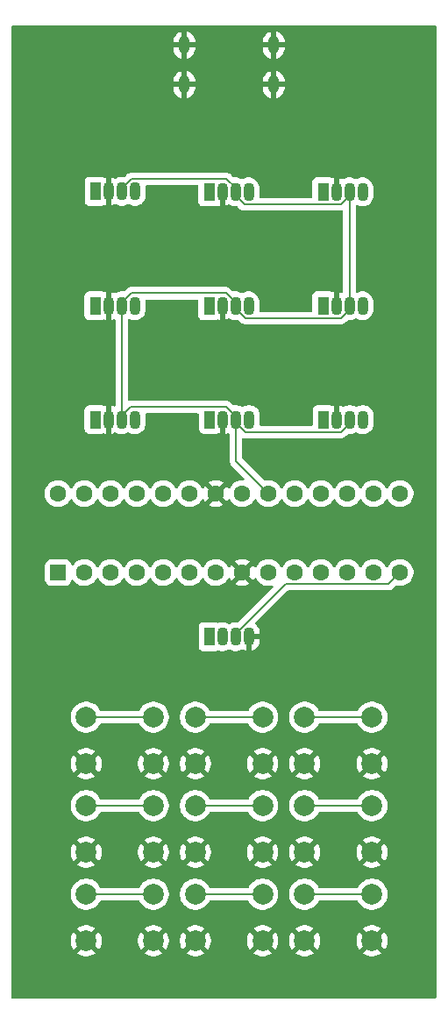
<source format=gbr>
%TF.GenerationSoftware,KiCad,Pcbnew,9.0.6*%
%TF.CreationDate,2025-12-09T19:02:22+01:00*%
%TF.ProjectId,tictactoe,74696374-6163-4746-9f65-2e6b69636164,rev?*%
%TF.SameCoordinates,Original*%
%TF.FileFunction,Copper,L2,Bot*%
%TF.FilePolarity,Positive*%
%FSLAX46Y46*%
G04 Gerber Fmt 4.6, Leading zero omitted, Abs format (unit mm)*
G04 Created by KiCad (PCBNEW 9.0.6) date 2025-12-09 19:02:22*
%MOMM*%
%LPD*%
G01*
G04 APERTURE LIST*
G04 Aperture macros list*
%AMRoundRect*
0 Rectangle with rounded corners*
0 $1 Rounding radius*
0 $2 $3 $4 $5 $6 $7 $8 $9 X,Y pos of 4 corners*
0 Add a 4 corners polygon primitive as box body*
4,1,4,$2,$3,$4,$5,$6,$7,$8,$9,$2,$3,0*
0 Add four circle primitives for the rounded corners*
1,1,$1+$1,$2,$3*
1,1,$1+$1,$4,$5*
1,1,$1+$1,$6,$7*
1,1,$1+$1,$8,$9*
0 Add four rect primitives between the rounded corners*
20,1,$1+$1,$2,$3,$4,$5,0*
20,1,$1+$1,$4,$5,$6,$7,0*
20,1,$1+$1,$6,$7,$8,$9,0*
20,1,$1+$1,$8,$9,$2,$3,0*%
G04 Aperture macros list end*
%TA.AperFunction,ComponentPad*%
%ADD10O,1.070000X1.800000*%
%TD*%
%TA.AperFunction,ComponentPad*%
%ADD11R,1.070000X1.800000*%
%TD*%
%TA.AperFunction,HeatsinkPad*%
%ADD12O,1.100000X1.700000*%
%TD*%
%TA.AperFunction,ComponentPad*%
%ADD13RoundRect,0.250000X0.550000X-0.550000X0.550000X0.550000X-0.550000X0.550000X-0.550000X-0.550000X0*%
%TD*%
%TA.AperFunction,ComponentPad*%
%ADD14C,1.600000*%
%TD*%
%TA.AperFunction,ComponentPad*%
%ADD15C,2.000000*%
%TD*%
%TA.AperFunction,Conductor*%
%ADD16C,0.200000*%
%TD*%
G04 APERTURE END LIST*
D10*
%TO.P,D7,4,DI*%
%TO.N,Net-(D6-DO)*%
X139385000Y-71585000D03*
%TO.P,D7,3,VDD*%
%TO.N,+5V*%
X138115000Y-71585000D03*
%TO.P,D7,2,GND*%
%TO.N,GND*%
X136845000Y-71585000D03*
D11*
%TO.P,D7,1,DO*%
%TO.N,Net-(D7-DO)*%
X135575000Y-71585000D03*
%TD*%
D10*
%TO.P,D8,4,DI*%
%TO.N,Net-(D7-DO)*%
X150425000Y-71585000D03*
%TO.P,D8,3,VDD*%
%TO.N,+5V*%
X149155000Y-71585000D03*
%TO.P,D8,2,GND*%
%TO.N,GND*%
X147885000Y-71585000D03*
D11*
%TO.P,D8,1,DO*%
%TO.N,Net-(D8-DO)*%
X146615000Y-71585000D03*
%TD*%
D10*
%TO.P,D9,4,DI*%
%TO.N,Net-(D8-DO)*%
X161405000Y-71585000D03*
%TO.P,D9,3,VDD*%
%TO.N,+5V*%
X160135000Y-71585000D03*
%TO.P,D9,2,GND*%
%TO.N,GND*%
X158865000Y-71585000D03*
D11*
%TO.P,D9,1,DO*%
%TO.N,unconnected-(D9-DO-Pad1)*%
X157595000Y-71585000D03*
%TD*%
D10*
%TO.P,D4,4,DI*%
%TO.N,Net-(D3-DO)*%
X161390000Y-60585000D03*
%TO.P,D4,3,VDD*%
%TO.N,+5V*%
X160120000Y-60585000D03*
%TO.P,D4,2,GND*%
%TO.N,GND*%
X158850000Y-60585000D03*
D11*
%TO.P,D4,1,DO*%
%TO.N,Net-(D4-DO)*%
X157580000Y-60585000D03*
%TD*%
D10*
%TO.P,D2,4,DI*%
%TO.N,Net-(D1-DO)*%
X150385000Y-49585000D03*
%TO.P,D2,3,VDD*%
%TO.N,+5V*%
X149115000Y-49585000D03*
%TO.P,D2,2,GND*%
%TO.N,GND*%
X147845000Y-49585000D03*
D11*
%TO.P,D2,1,DO*%
%TO.N,Net-(D2-DO)*%
X146575000Y-49585000D03*
%TD*%
D10*
%TO.P,D5,4,DI*%
%TO.N,Net-(D4-DO)*%
X150385000Y-60585000D03*
%TO.P,D5,3,VDD*%
%TO.N,+5V*%
X149115000Y-60585000D03*
%TO.P,D5,2,GND*%
%TO.N,GND*%
X147845000Y-60585000D03*
D11*
%TO.P,D5,1,DO*%
%TO.N,Net-(D5-DO)*%
X146575000Y-60585000D03*
%TD*%
D10*
%TO.P,D3,4,DI*%
%TO.N,Net-(D2-DO)*%
X161385000Y-49585000D03*
%TO.P,D3,3,VDD*%
%TO.N,+5V*%
X160115000Y-49585000D03*
%TO.P,D3,2,GND*%
%TO.N,GND*%
X158845000Y-49585000D03*
D11*
%TO.P,D3,1,DO*%
%TO.N,Net-(D3-DO)*%
X157575000Y-49585000D03*
%TD*%
D10*
%TO.P,D6,4,DI*%
%TO.N,Net-(D5-DO)*%
X139385000Y-60585000D03*
%TO.P,D6,3,VDD*%
%TO.N,+5V*%
X138115000Y-60585000D03*
%TO.P,D6,2,GND*%
%TO.N,GND*%
X136845000Y-60585000D03*
D11*
%TO.P,D6,1,DO*%
%TO.N,Net-(D6-DO)*%
X135575000Y-60585000D03*
%TD*%
D12*
%TO.P,J1,S1,SHIELD*%
%TO.N,GND*%
X144170000Y-35400000D03*
X144170000Y-39200000D03*
X152810000Y-35400000D03*
X152810000Y-39200000D03*
%TD*%
D11*
%TO.P,D1,1,DO*%
%TO.N,Net-(D1-DO)*%
X135585000Y-49550000D03*
D10*
%TO.P,D1,2,GND*%
%TO.N,GND*%
X136855000Y-49550000D03*
%TO.P,D1,3,VDD*%
%TO.N,+5V*%
X138125000Y-49550000D03*
%TO.P,D1,4,DI*%
%TO.N,display*%
X139395000Y-49550000D03*
%TD*%
D13*
%TO.P,U1,1,~{RESET}/PC6*%
%TO.N,Net-(U1-~{RESET}{slash}PC6)*%
X131980000Y-86355000D03*
D14*
%TO.P,U1,2,PD0*%
%TO.N,Net-(U1-PD0)*%
X134520000Y-86355000D03*
%TO.P,U1,3,PD1*%
%TO.N,Net-(U1-PD1)*%
X137060000Y-86355000D03*
%TO.P,U1,4,PD2*%
%TO.N,Net-(U1-PD2)*%
X139600000Y-86355000D03*
%TO.P,U1,5,PD3*%
%TO.N,Net-(U1-PD3)*%
X142140000Y-86355000D03*
%TO.P,U1,6,PD4*%
%TO.N,Net-(U1-PD4)*%
X144680000Y-86355000D03*
%TO.P,U1,7,VCC*%
%TO.N,+5V*%
X147220000Y-86355000D03*
%TO.P,U1,8,GND*%
%TO.N,GND*%
X149760000Y-86355000D03*
%TO.P,U1,9,XTAL1/PB6*%
%TO.N,Net-(U1-XTAL1{slash}PB6)*%
X152300000Y-86355000D03*
%TO.P,U1,10,XTAL2/PB7*%
%TO.N,Net-(U1-XTAL2{slash}PB7)*%
X154840000Y-86355000D03*
%TO.P,U1,11,PD5*%
%TO.N,Net-(U1-PD5)*%
X157380000Y-86355000D03*
%TO.P,U1,12,PD6*%
%TO.N,Net-(D10-RA)*%
X159920000Y-86355000D03*
%TO.P,U1,13,PD7*%
%TO.N,Net-(D10-GA)*%
X162460000Y-86355000D03*
%TO.P,U1,14,PB0*%
%TO.N,Net-(D10-BA)*%
X165000000Y-86355000D03*
%TO.P,U1,15,PB1*%
%TO.N,unconnected-(U1-PB1-Pad15)*%
X165000000Y-78735000D03*
%TO.P,U1,16,PB2*%
%TO.N,unconnected-(U1-PB2-Pad16)*%
X162460000Y-78735000D03*
%TO.P,U1,17,PB3*%
%TO.N,unconnected-(U1-PB3-Pad17)*%
X159920000Y-78735000D03*
%TO.P,U1,18,PB4*%
%TO.N,unconnected-(U1-PB4-Pad18)*%
X157380000Y-78735000D03*
%TO.P,U1,19,PB5*%
%TO.N,unconnected-(U1-PB5-Pad19)*%
X154840000Y-78735000D03*
%TO.P,U1,20,AVCC*%
%TO.N,+5V*%
X152300000Y-78735000D03*
%TO.P,U1,21,AREF*%
%TO.N,unconnected-(U1-AREF-Pad21)*%
X149760000Y-78735000D03*
%TO.P,U1,22,GND*%
%TO.N,GND*%
X147220000Y-78735000D03*
%TO.P,U1,23,PC0*%
%TO.N,unconnected-(U1-PC0-Pad23)*%
X144680000Y-78735000D03*
%TO.P,U1,24,PC1*%
%TO.N,unconnected-(U1-PC1-Pad24)*%
X142140000Y-78735000D03*
%TO.P,U1,25,PC2*%
%TO.N,unconnected-(U1-PC2-Pad25)*%
X139600000Y-78735000D03*
%TO.P,U1,26,PC3*%
%TO.N,display*%
X137060000Y-78735000D03*
%TO.P,U1,27,PC4*%
%TO.N,unconnected-(U1-PC4-Pad27)*%
X134520000Y-78735000D03*
%TO.P,U1,28,PC5*%
%TO.N,unconnected-(U1-PC5-Pad28)*%
X131980000Y-78735000D03*
%TD*%
D15*
%TO.P,SW9,1,1*%
%TO.N,Net-(U1-PD5)*%
X155790000Y-117415564D03*
X162290000Y-117415564D03*
%TO.P,SW9,2,2*%
%TO.N,GND*%
X155790000Y-121915564D03*
X162290000Y-121915564D03*
%TD*%
%TO.P,SW8,1,1*%
%TO.N,Net-(U1-XTAL2{slash}PB7)*%
X155790000Y-108865564D03*
X162290000Y-108865564D03*
%TO.P,SW8,2,2*%
%TO.N,GND*%
X155790000Y-113365564D03*
X162290000Y-113365564D03*
%TD*%
%TO.P,SW7,1,1*%
%TO.N,Net-(U1-XTAL1{slash}PB6)*%
X155790000Y-100315564D03*
X162290000Y-100315564D03*
%TO.P,SW7,2,2*%
%TO.N,GND*%
X155790000Y-104815564D03*
X162290000Y-104815564D03*
%TD*%
%TO.P,SW6,1,1*%
%TO.N,Net-(U1-PD4)*%
X145240000Y-117415564D03*
X151740000Y-117415564D03*
%TO.P,SW6,2,2*%
%TO.N,GND*%
X145240000Y-121915564D03*
X151740000Y-121915564D03*
%TD*%
%TO.P,SW5,1,1*%
%TO.N,Net-(U1-PD3)*%
X145240000Y-108865564D03*
X151740000Y-108865564D03*
%TO.P,SW5,2,2*%
%TO.N,GND*%
X145240000Y-113365564D03*
X151740000Y-113365564D03*
%TD*%
%TO.P,SW4,1,1*%
%TO.N,Net-(U1-PD2)*%
X145240000Y-100315564D03*
X151740000Y-100315564D03*
%TO.P,SW4,2,2*%
%TO.N,GND*%
X145240000Y-104815564D03*
X151740000Y-104815564D03*
%TD*%
%TO.P,SW3,1,1*%
%TO.N,Net-(U1-PD1)*%
X134690000Y-117415564D03*
X141190000Y-117415564D03*
%TO.P,SW3,2,2*%
%TO.N,GND*%
X134690000Y-121915564D03*
X141190000Y-121915564D03*
%TD*%
%TO.P,SW2,1,1*%
%TO.N,Net-(U1-PD0)*%
X134690000Y-108865564D03*
X141190000Y-108865564D03*
%TO.P,SW2,2,2*%
%TO.N,GND*%
X134690000Y-113365564D03*
X141190000Y-113365564D03*
%TD*%
%TO.P,SW1,1,1*%
%TO.N,Net-(U1-~{RESET}{slash}PC6)*%
X134690000Y-100315564D03*
X141190000Y-100315564D03*
%TO.P,SW1,2,2*%
%TO.N,GND*%
X134690000Y-104815564D03*
X141190000Y-104815564D03*
%TD*%
D11*
%TO.P,D10,1,RA*%
%TO.N,Net-(D10-RA)*%
X146585000Y-92550000D03*
D10*
%TO.P,D10,2,GA*%
%TO.N,Net-(D10-GA)*%
X147855000Y-92550000D03*
%TO.P,D10,3,BA*%
%TO.N,Net-(D10-BA)*%
X149125000Y-92550000D03*
%TO.P,D10,4,K*%
%TO.N,GND*%
X150395000Y-92550000D03*
%TD*%
D16*
%TO.N,Net-(D10-BA)*%
X163899000Y-87456000D02*
X165000000Y-86355000D01*
X153941717Y-87456000D02*
X163899000Y-87456000D01*
X149125000Y-92272717D02*
X153941717Y-87456000D01*
X149125000Y-92550000D02*
X149125000Y-92272717D01*
%TO.N,Net-(U1-PD3)*%
X151740000Y-108865564D02*
X145240000Y-108865564D01*
%TO.N,Net-(U1-XTAL2{slash}PB7)*%
X162290000Y-108865564D02*
X155790000Y-108865564D01*
%TO.N,Net-(U1-PD5)*%
X155790000Y-117415564D02*
X162290000Y-117415564D01*
%TO.N,Net-(U1-PD4)*%
X145240000Y-117415564D02*
X151740000Y-117415564D01*
%TO.N,Net-(U1-PD1)*%
X134690000Y-117415564D02*
X141190000Y-117415564D01*
%TO.N,Net-(U1-PD0)*%
X134690000Y-108865564D02*
X141190000Y-108865564D01*
%TO.N,Net-(U1-~{RESET}{slash}PC6)*%
X134690000Y-100315564D02*
X141190000Y-100315564D01*
%TO.N,Net-(U1-XTAL1{slash}PB6)*%
X155790000Y-100315564D02*
X162290000Y-100315564D01*
%TO.N,Net-(U1-PD2)*%
X145240000Y-100315564D02*
X151740000Y-100315564D01*
%TO.N,+5V*%
X148244000Y-48349000D02*
X149115000Y-49220000D01*
X139048717Y-48349000D02*
X148244000Y-48349000D01*
X138125000Y-49272717D02*
X139048717Y-48349000D01*
X149115000Y-49220000D02*
X149115000Y-49585000D01*
X138125000Y-49550000D02*
X138125000Y-49272717D01*
X149155000Y-75590000D02*
X149155000Y-71585000D01*
X152300000Y-78735000D02*
X149155000Y-75590000D01*
X160135000Y-71950000D02*
X160135000Y-71585000D01*
X159299000Y-72786000D02*
X160135000Y-71950000D01*
X150078717Y-72786000D02*
X159299000Y-72786000D01*
X149155000Y-71862283D02*
X150078717Y-72786000D01*
X149155000Y-71585000D02*
X149155000Y-71862283D01*
X138951000Y-70384000D02*
X148231283Y-70384000D01*
X148231283Y-70384000D02*
X149155000Y-71307717D01*
X149155000Y-71307717D02*
X149155000Y-71585000D01*
X138115000Y-71220000D02*
X138951000Y-70384000D01*
X138115000Y-71585000D02*
X138115000Y-71220000D01*
X138115000Y-60585000D02*
X138115000Y-71585000D01*
X139038717Y-59384000D02*
X138115000Y-60307717D01*
X138115000Y-60307717D02*
X138115000Y-60585000D01*
X148191283Y-59384000D02*
X139038717Y-59384000D01*
X149115000Y-60307717D02*
X148191283Y-59384000D01*
X149115000Y-60585000D02*
X149115000Y-60307717D01*
X150038717Y-61786000D02*
X149115000Y-60862283D01*
X149115000Y-60862283D02*
X149115000Y-60585000D01*
X159284000Y-61786000D02*
X150038717Y-61786000D01*
X160120000Y-60950000D02*
X159284000Y-61786000D01*
X160120000Y-60585000D02*
X160120000Y-60950000D01*
X160115000Y-60580000D02*
X160120000Y-60585000D01*
X160115000Y-49585000D02*
X160115000Y-60580000D01*
X160115000Y-49950000D02*
X160115000Y-49585000D01*
X149115000Y-49950000D02*
X149951000Y-50786000D01*
X159279000Y-50786000D02*
X160115000Y-49950000D01*
X149115000Y-49585000D02*
X149115000Y-49950000D01*
X149951000Y-50786000D02*
X159279000Y-50786000D01*
%TD*%
%TA.AperFunction,Conductor*%
%TO.N,GND*%
G36*
X168442539Y-33520185D02*
G01*
X168488294Y-33572989D01*
X168499500Y-33624500D01*
X168499500Y-127375500D01*
X168479815Y-127442539D01*
X168427011Y-127488294D01*
X168375500Y-127499500D01*
X127624500Y-127499500D01*
X127557461Y-127479815D01*
X127511706Y-127427011D01*
X127500500Y-127375500D01*
X127500500Y-121797511D01*
X133190000Y-121797511D01*
X133190000Y-122033616D01*
X133226934Y-122266811D01*
X133299897Y-122491366D01*
X133407087Y-122701738D01*
X133467338Y-122784668D01*
X133467340Y-122784669D01*
X134166212Y-122085797D01*
X134177482Y-122127856D01*
X134249890Y-122253272D01*
X134352292Y-122355674D01*
X134477708Y-122428082D01*
X134519765Y-122439351D01*
X133820893Y-123138222D01*
X133903828Y-123198478D01*
X134114197Y-123305666D01*
X134338752Y-123378629D01*
X134338751Y-123378629D01*
X134571948Y-123415564D01*
X134808052Y-123415564D01*
X135041247Y-123378629D01*
X135265802Y-123305666D01*
X135476163Y-123198482D01*
X135476169Y-123198478D01*
X135559104Y-123138222D01*
X135559105Y-123138222D01*
X134860233Y-122439351D01*
X134902292Y-122428082D01*
X135027708Y-122355674D01*
X135130110Y-122253272D01*
X135202518Y-122127856D01*
X135213787Y-122085797D01*
X135912658Y-122784669D01*
X135912658Y-122784668D01*
X135972914Y-122701733D01*
X135972918Y-122701727D01*
X136080102Y-122491366D01*
X136153065Y-122266811D01*
X136190000Y-122033616D01*
X136190000Y-121797511D01*
X139690000Y-121797511D01*
X139690000Y-122033616D01*
X139726934Y-122266811D01*
X139799897Y-122491366D01*
X139907087Y-122701738D01*
X139967338Y-122784668D01*
X139967340Y-122784669D01*
X140666212Y-122085797D01*
X140677482Y-122127856D01*
X140749890Y-122253272D01*
X140852292Y-122355674D01*
X140977708Y-122428082D01*
X141019765Y-122439351D01*
X140320893Y-123138222D01*
X140403828Y-123198478D01*
X140614197Y-123305666D01*
X140838752Y-123378629D01*
X140838751Y-123378629D01*
X141071948Y-123415564D01*
X141308052Y-123415564D01*
X141541247Y-123378629D01*
X141765802Y-123305666D01*
X141976163Y-123198482D01*
X141976169Y-123198478D01*
X142059104Y-123138222D01*
X142059105Y-123138222D01*
X141360233Y-122439351D01*
X141402292Y-122428082D01*
X141527708Y-122355674D01*
X141630110Y-122253272D01*
X141702518Y-122127856D01*
X141713787Y-122085798D01*
X142412658Y-122784669D01*
X142412658Y-122784668D01*
X142472914Y-122701733D01*
X142472918Y-122701727D01*
X142580102Y-122491366D01*
X142653065Y-122266811D01*
X142690000Y-122033616D01*
X142690000Y-121797511D01*
X143740000Y-121797511D01*
X143740000Y-122033616D01*
X143776934Y-122266811D01*
X143849897Y-122491366D01*
X143957087Y-122701738D01*
X144017338Y-122784668D01*
X144017340Y-122784669D01*
X144716212Y-122085797D01*
X144727482Y-122127856D01*
X144799890Y-122253272D01*
X144902292Y-122355674D01*
X145027708Y-122428082D01*
X145069765Y-122439351D01*
X144370893Y-123138222D01*
X144453828Y-123198478D01*
X144664197Y-123305666D01*
X144888752Y-123378629D01*
X144888751Y-123378629D01*
X145121948Y-123415564D01*
X145358052Y-123415564D01*
X145591247Y-123378629D01*
X145815802Y-123305666D01*
X146026163Y-123198482D01*
X146026169Y-123198478D01*
X146109104Y-123138222D01*
X146109105Y-123138222D01*
X145410233Y-122439351D01*
X145452292Y-122428082D01*
X145577708Y-122355674D01*
X145680110Y-122253272D01*
X145752518Y-122127856D01*
X145763787Y-122085798D01*
X146462658Y-122784669D01*
X146462658Y-122784668D01*
X146522914Y-122701733D01*
X146522918Y-122701727D01*
X146630102Y-122491366D01*
X146703065Y-122266811D01*
X146740000Y-122033616D01*
X146740000Y-121797511D01*
X150240000Y-121797511D01*
X150240000Y-122033616D01*
X150276934Y-122266811D01*
X150349897Y-122491366D01*
X150457087Y-122701738D01*
X150517338Y-122784668D01*
X150517340Y-122784669D01*
X151216212Y-122085797D01*
X151227482Y-122127856D01*
X151299890Y-122253272D01*
X151402292Y-122355674D01*
X151527708Y-122428082D01*
X151569765Y-122439351D01*
X150870893Y-123138222D01*
X150953828Y-123198478D01*
X151164197Y-123305666D01*
X151388752Y-123378629D01*
X151388751Y-123378629D01*
X151621948Y-123415564D01*
X151858052Y-123415564D01*
X152091247Y-123378629D01*
X152315802Y-123305666D01*
X152526163Y-123198482D01*
X152526169Y-123198478D01*
X152609104Y-123138222D01*
X152609105Y-123138222D01*
X151910233Y-122439351D01*
X151952292Y-122428082D01*
X152077708Y-122355674D01*
X152180110Y-122253272D01*
X152252518Y-122127856D01*
X152263787Y-122085797D01*
X152962658Y-122784669D01*
X152962658Y-122784668D01*
X153022914Y-122701733D01*
X153022918Y-122701727D01*
X153130102Y-122491366D01*
X153203065Y-122266811D01*
X153240000Y-122033616D01*
X153240000Y-121797511D01*
X154290000Y-121797511D01*
X154290000Y-122033616D01*
X154326934Y-122266811D01*
X154399897Y-122491366D01*
X154507087Y-122701738D01*
X154567338Y-122784668D01*
X154567340Y-122784669D01*
X155266212Y-122085797D01*
X155277482Y-122127856D01*
X155349890Y-122253272D01*
X155452292Y-122355674D01*
X155577708Y-122428082D01*
X155619765Y-122439351D01*
X154920893Y-123138222D01*
X155003828Y-123198478D01*
X155214197Y-123305666D01*
X155438752Y-123378629D01*
X155438751Y-123378629D01*
X155671948Y-123415564D01*
X155908052Y-123415564D01*
X156141247Y-123378629D01*
X156365802Y-123305666D01*
X156576163Y-123198482D01*
X156576169Y-123198478D01*
X156659104Y-123138222D01*
X156659105Y-123138222D01*
X155960233Y-122439351D01*
X156002292Y-122428082D01*
X156127708Y-122355674D01*
X156230110Y-122253272D01*
X156302518Y-122127856D01*
X156313787Y-122085798D01*
X157012658Y-122784669D01*
X157012658Y-122784668D01*
X157072914Y-122701733D01*
X157072918Y-122701727D01*
X157180102Y-122491366D01*
X157253065Y-122266811D01*
X157290000Y-122033616D01*
X157290000Y-121797511D01*
X160790000Y-121797511D01*
X160790000Y-122033616D01*
X160826934Y-122266811D01*
X160899897Y-122491366D01*
X161007087Y-122701738D01*
X161067338Y-122784668D01*
X161067340Y-122784669D01*
X161766212Y-122085797D01*
X161777482Y-122127856D01*
X161849890Y-122253272D01*
X161952292Y-122355674D01*
X162077708Y-122428082D01*
X162119765Y-122439351D01*
X161420893Y-123138222D01*
X161503828Y-123198478D01*
X161714197Y-123305666D01*
X161938752Y-123378629D01*
X161938751Y-123378629D01*
X162171948Y-123415564D01*
X162408052Y-123415564D01*
X162641247Y-123378629D01*
X162865802Y-123305666D01*
X163076163Y-123198482D01*
X163076169Y-123198478D01*
X163159104Y-123138222D01*
X163159105Y-123138222D01*
X162460233Y-122439351D01*
X162502292Y-122428082D01*
X162627708Y-122355674D01*
X162730110Y-122253272D01*
X162802518Y-122127856D01*
X162813787Y-122085798D01*
X163512658Y-122784669D01*
X163512658Y-122784668D01*
X163572914Y-122701733D01*
X163572918Y-122701727D01*
X163680102Y-122491366D01*
X163753065Y-122266811D01*
X163790000Y-122033616D01*
X163790000Y-121797511D01*
X163753065Y-121564316D01*
X163680102Y-121339761D01*
X163572914Y-121129392D01*
X163512658Y-121046458D01*
X163512658Y-121046457D01*
X162813787Y-121745329D01*
X162802518Y-121703272D01*
X162730110Y-121577856D01*
X162627708Y-121475454D01*
X162502292Y-121403046D01*
X162460234Y-121391776D01*
X163159105Y-120692904D01*
X163159104Y-120692902D01*
X163076174Y-120632651D01*
X162865802Y-120525461D01*
X162641247Y-120452498D01*
X162641248Y-120452498D01*
X162408052Y-120415564D01*
X162171948Y-120415564D01*
X161938752Y-120452498D01*
X161714197Y-120525461D01*
X161503830Y-120632648D01*
X161420894Y-120692904D01*
X162119766Y-121391776D01*
X162077708Y-121403046D01*
X161952292Y-121475454D01*
X161849890Y-121577856D01*
X161777482Y-121703272D01*
X161766212Y-121745330D01*
X161067340Y-121046458D01*
X161007084Y-121129394D01*
X160899897Y-121339761D01*
X160826934Y-121564316D01*
X160790000Y-121797511D01*
X157290000Y-121797511D01*
X157253065Y-121564316D01*
X157180102Y-121339761D01*
X157072914Y-121129392D01*
X157012658Y-121046458D01*
X157012658Y-121046457D01*
X156313787Y-121745329D01*
X156302518Y-121703272D01*
X156230110Y-121577856D01*
X156127708Y-121475454D01*
X156002292Y-121403046D01*
X155960234Y-121391776D01*
X156659105Y-120692904D01*
X156659104Y-120692903D01*
X156576174Y-120632651D01*
X156365802Y-120525461D01*
X156141247Y-120452498D01*
X156141248Y-120452498D01*
X155908052Y-120415564D01*
X155671948Y-120415564D01*
X155438752Y-120452498D01*
X155214197Y-120525461D01*
X155003830Y-120632648D01*
X154920894Y-120692904D01*
X155619766Y-121391776D01*
X155577708Y-121403046D01*
X155452292Y-121475454D01*
X155349890Y-121577856D01*
X155277482Y-121703272D01*
X155266212Y-121745329D01*
X154567340Y-121046458D01*
X154507084Y-121129394D01*
X154399897Y-121339761D01*
X154326934Y-121564316D01*
X154290000Y-121797511D01*
X153240000Y-121797511D01*
X153203065Y-121564316D01*
X153130102Y-121339761D01*
X153022914Y-121129392D01*
X152962658Y-121046458D01*
X152962658Y-121046457D01*
X152263787Y-121745329D01*
X152252518Y-121703272D01*
X152180110Y-121577856D01*
X152077708Y-121475454D01*
X151952292Y-121403046D01*
X151910234Y-121391776D01*
X152609105Y-120692904D01*
X152609104Y-120692903D01*
X152526174Y-120632651D01*
X152315802Y-120525461D01*
X152091247Y-120452498D01*
X152091248Y-120452498D01*
X151858052Y-120415564D01*
X151621948Y-120415564D01*
X151388752Y-120452498D01*
X151164197Y-120525461D01*
X150953830Y-120632648D01*
X150870894Y-120692904D01*
X151569766Y-121391776D01*
X151527708Y-121403046D01*
X151402292Y-121475454D01*
X151299890Y-121577856D01*
X151227482Y-121703272D01*
X151216212Y-121745330D01*
X150517340Y-121046458D01*
X150457084Y-121129394D01*
X150349897Y-121339761D01*
X150276934Y-121564316D01*
X150240000Y-121797511D01*
X146740000Y-121797511D01*
X146703065Y-121564316D01*
X146630102Y-121339761D01*
X146522914Y-121129392D01*
X146462658Y-121046458D01*
X146462658Y-121046457D01*
X145763787Y-121745329D01*
X145752518Y-121703272D01*
X145680110Y-121577856D01*
X145577708Y-121475454D01*
X145452292Y-121403046D01*
X145410234Y-121391776D01*
X146109105Y-120692904D01*
X146109104Y-120692903D01*
X146026174Y-120632651D01*
X145815802Y-120525461D01*
X145591247Y-120452498D01*
X145591248Y-120452498D01*
X145358052Y-120415564D01*
X145121948Y-120415564D01*
X144888752Y-120452498D01*
X144664197Y-120525461D01*
X144453830Y-120632648D01*
X144370894Y-120692904D01*
X145069766Y-121391776D01*
X145027708Y-121403046D01*
X144902292Y-121475454D01*
X144799890Y-121577856D01*
X144727482Y-121703272D01*
X144716212Y-121745329D01*
X144017340Y-121046458D01*
X143957084Y-121129394D01*
X143849897Y-121339761D01*
X143776934Y-121564316D01*
X143740000Y-121797511D01*
X142690000Y-121797511D01*
X142653065Y-121564316D01*
X142580102Y-121339761D01*
X142472914Y-121129392D01*
X142412658Y-121046458D01*
X142412658Y-121046457D01*
X141713787Y-121745329D01*
X141702518Y-121703272D01*
X141630110Y-121577856D01*
X141527708Y-121475454D01*
X141402292Y-121403046D01*
X141360234Y-121391776D01*
X142059105Y-120692904D01*
X142059104Y-120692903D01*
X141976174Y-120632651D01*
X141765802Y-120525461D01*
X141541247Y-120452498D01*
X141541248Y-120452498D01*
X141308052Y-120415564D01*
X141071948Y-120415564D01*
X140838752Y-120452498D01*
X140614197Y-120525461D01*
X140403830Y-120632648D01*
X140320894Y-120692904D01*
X141019766Y-121391776D01*
X140977708Y-121403046D01*
X140852292Y-121475454D01*
X140749890Y-121577856D01*
X140677482Y-121703272D01*
X140666212Y-121745330D01*
X139967340Y-121046458D01*
X139907084Y-121129394D01*
X139799897Y-121339761D01*
X139726934Y-121564316D01*
X139690000Y-121797511D01*
X136190000Y-121797511D01*
X136153065Y-121564316D01*
X136080102Y-121339761D01*
X135972914Y-121129392D01*
X135912658Y-121046458D01*
X135912658Y-121046457D01*
X135213787Y-121745329D01*
X135202518Y-121703272D01*
X135130110Y-121577856D01*
X135027708Y-121475454D01*
X134902292Y-121403046D01*
X134860234Y-121391776D01*
X135559105Y-120692904D01*
X135559104Y-120692903D01*
X135476174Y-120632651D01*
X135265802Y-120525461D01*
X135041247Y-120452498D01*
X135041248Y-120452498D01*
X134808052Y-120415564D01*
X134571948Y-120415564D01*
X134338752Y-120452498D01*
X134114197Y-120525461D01*
X133903830Y-120632648D01*
X133820894Y-120692904D01*
X134519766Y-121391776D01*
X134477708Y-121403046D01*
X134352292Y-121475454D01*
X134249890Y-121577856D01*
X134177482Y-121703272D01*
X134166212Y-121745329D01*
X133467340Y-121046458D01*
X133407084Y-121129394D01*
X133299897Y-121339761D01*
X133226934Y-121564316D01*
X133190000Y-121797511D01*
X127500500Y-121797511D01*
X127500500Y-117297466D01*
X133189500Y-117297466D01*
X133189500Y-117533661D01*
X133226446Y-117766932D01*
X133299433Y-117991560D01*
X133406657Y-118201997D01*
X133545483Y-118393074D01*
X133712490Y-118560081D01*
X133903567Y-118698907D01*
X134002991Y-118749566D01*
X134114003Y-118806130D01*
X134114005Y-118806130D01*
X134114008Y-118806132D01*
X134234412Y-118845253D01*
X134338631Y-118879117D01*
X134571903Y-118916064D01*
X134571908Y-118916064D01*
X134808097Y-118916064D01*
X135041368Y-118879117D01*
X135265992Y-118806132D01*
X135476433Y-118698907D01*
X135667510Y-118560081D01*
X135834517Y-118393074D01*
X135973343Y-118201997D01*
X136033583Y-118083768D01*
X136081558Y-118032973D01*
X136144068Y-118016064D01*
X139735932Y-118016064D01*
X139802971Y-118035749D01*
X139846416Y-118083767D01*
X139906657Y-118201997D01*
X140045483Y-118393074D01*
X140212490Y-118560081D01*
X140403567Y-118698907D01*
X140502991Y-118749566D01*
X140614003Y-118806130D01*
X140614005Y-118806130D01*
X140614008Y-118806132D01*
X140734412Y-118845253D01*
X140838631Y-118879117D01*
X141071903Y-118916064D01*
X141071908Y-118916064D01*
X141308097Y-118916064D01*
X141541368Y-118879117D01*
X141765992Y-118806132D01*
X141976433Y-118698907D01*
X142167510Y-118560081D01*
X142334517Y-118393074D01*
X142473343Y-118201997D01*
X142580568Y-117991556D01*
X142653553Y-117766932D01*
X142690500Y-117533661D01*
X142690500Y-117297466D01*
X143739500Y-117297466D01*
X143739500Y-117533661D01*
X143776446Y-117766932D01*
X143849433Y-117991560D01*
X143956657Y-118201997D01*
X144095483Y-118393074D01*
X144262490Y-118560081D01*
X144453567Y-118698907D01*
X144552991Y-118749566D01*
X144664003Y-118806130D01*
X144664005Y-118806130D01*
X144664008Y-118806132D01*
X144784412Y-118845253D01*
X144888631Y-118879117D01*
X145121903Y-118916064D01*
X145121908Y-118916064D01*
X145358097Y-118916064D01*
X145591368Y-118879117D01*
X145815992Y-118806132D01*
X146026433Y-118698907D01*
X146217510Y-118560081D01*
X146384517Y-118393074D01*
X146523343Y-118201997D01*
X146583583Y-118083768D01*
X146631558Y-118032973D01*
X146694068Y-118016064D01*
X150285932Y-118016064D01*
X150352971Y-118035749D01*
X150396416Y-118083767D01*
X150456657Y-118201997D01*
X150595483Y-118393074D01*
X150762490Y-118560081D01*
X150953567Y-118698907D01*
X151052991Y-118749566D01*
X151164003Y-118806130D01*
X151164005Y-118806130D01*
X151164008Y-118806132D01*
X151284412Y-118845253D01*
X151388631Y-118879117D01*
X151621903Y-118916064D01*
X151621908Y-118916064D01*
X151858097Y-118916064D01*
X152091368Y-118879117D01*
X152315992Y-118806132D01*
X152526433Y-118698907D01*
X152717510Y-118560081D01*
X152884517Y-118393074D01*
X153023343Y-118201997D01*
X153130568Y-117991556D01*
X153203553Y-117766932D01*
X153240500Y-117533661D01*
X153240500Y-117297466D01*
X154289500Y-117297466D01*
X154289500Y-117533661D01*
X154326446Y-117766932D01*
X154399433Y-117991560D01*
X154506657Y-118201997D01*
X154645483Y-118393074D01*
X154812490Y-118560081D01*
X155003567Y-118698907D01*
X155102991Y-118749566D01*
X155214003Y-118806130D01*
X155214005Y-118806130D01*
X155214008Y-118806132D01*
X155334412Y-118845253D01*
X155438631Y-118879117D01*
X155671903Y-118916064D01*
X155671908Y-118916064D01*
X155908097Y-118916064D01*
X156141368Y-118879117D01*
X156365992Y-118806132D01*
X156576433Y-118698907D01*
X156767510Y-118560081D01*
X156934517Y-118393074D01*
X157073343Y-118201997D01*
X157133583Y-118083768D01*
X157181558Y-118032973D01*
X157244068Y-118016064D01*
X160835932Y-118016064D01*
X160902971Y-118035749D01*
X160946416Y-118083767D01*
X161006657Y-118201997D01*
X161145483Y-118393074D01*
X161312490Y-118560081D01*
X161503567Y-118698907D01*
X161602991Y-118749566D01*
X161714003Y-118806130D01*
X161714005Y-118806130D01*
X161714008Y-118806132D01*
X161834412Y-118845253D01*
X161938631Y-118879117D01*
X162171903Y-118916064D01*
X162171908Y-118916064D01*
X162408097Y-118916064D01*
X162641368Y-118879117D01*
X162865992Y-118806132D01*
X163076433Y-118698907D01*
X163267510Y-118560081D01*
X163434517Y-118393074D01*
X163573343Y-118201997D01*
X163680568Y-117991556D01*
X163753553Y-117766932D01*
X163790500Y-117533661D01*
X163790500Y-117297466D01*
X163753553Y-117064195D01*
X163680566Y-116839567D01*
X163573342Y-116629130D01*
X163434517Y-116438054D01*
X163267510Y-116271047D01*
X163076433Y-116132221D01*
X162865996Y-116024997D01*
X162641368Y-115952010D01*
X162408097Y-115915064D01*
X162408092Y-115915064D01*
X162171908Y-115915064D01*
X162171903Y-115915064D01*
X161938631Y-115952010D01*
X161714003Y-116024997D01*
X161503566Y-116132221D01*
X161394550Y-116211426D01*
X161312490Y-116271047D01*
X161312488Y-116271049D01*
X161312487Y-116271049D01*
X161145485Y-116438051D01*
X161145485Y-116438052D01*
X161145483Y-116438054D01*
X161085862Y-116520114D01*
X161006657Y-116629130D01*
X160946417Y-116747359D01*
X160898442Y-116798155D01*
X160835932Y-116815064D01*
X157244068Y-116815064D01*
X157177029Y-116795379D01*
X157133583Y-116747359D01*
X157073342Y-116629130D01*
X156934517Y-116438054D01*
X156767510Y-116271047D01*
X156576433Y-116132221D01*
X156365996Y-116024997D01*
X156141368Y-115952010D01*
X155908097Y-115915064D01*
X155908092Y-115915064D01*
X155671908Y-115915064D01*
X155671903Y-115915064D01*
X155438631Y-115952010D01*
X155214003Y-116024997D01*
X155003566Y-116132221D01*
X154894550Y-116211426D01*
X154812490Y-116271047D01*
X154812488Y-116271049D01*
X154812487Y-116271049D01*
X154645485Y-116438051D01*
X154645485Y-116438052D01*
X154645483Y-116438054D01*
X154585862Y-116520114D01*
X154506657Y-116629130D01*
X154399433Y-116839567D01*
X154326446Y-117064195D01*
X154289500Y-117297466D01*
X153240500Y-117297466D01*
X153203553Y-117064195D01*
X153130566Y-116839567D01*
X153023342Y-116629130D01*
X152884517Y-116438054D01*
X152717510Y-116271047D01*
X152526433Y-116132221D01*
X152315996Y-116024997D01*
X152091368Y-115952010D01*
X151858097Y-115915064D01*
X151858092Y-115915064D01*
X151621908Y-115915064D01*
X151621903Y-115915064D01*
X151388631Y-115952010D01*
X151164003Y-116024997D01*
X150953566Y-116132221D01*
X150844550Y-116211426D01*
X150762490Y-116271047D01*
X150762488Y-116271049D01*
X150762487Y-116271049D01*
X150595485Y-116438051D01*
X150595485Y-116438052D01*
X150595483Y-116438054D01*
X150535862Y-116520114D01*
X150456657Y-116629130D01*
X150396417Y-116747359D01*
X150348442Y-116798155D01*
X150285932Y-116815064D01*
X146694068Y-116815064D01*
X146627029Y-116795379D01*
X146583583Y-116747359D01*
X146523342Y-116629130D01*
X146384517Y-116438054D01*
X146217510Y-116271047D01*
X146026433Y-116132221D01*
X145815996Y-116024997D01*
X145591368Y-115952010D01*
X145358097Y-115915064D01*
X145358092Y-115915064D01*
X145121908Y-115915064D01*
X145121903Y-115915064D01*
X144888631Y-115952010D01*
X144664003Y-116024997D01*
X144453566Y-116132221D01*
X144344550Y-116211426D01*
X144262490Y-116271047D01*
X144262488Y-116271049D01*
X144262487Y-116271049D01*
X144095485Y-116438051D01*
X144095485Y-116438052D01*
X144095483Y-116438054D01*
X144035862Y-116520114D01*
X143956657Y-116629130D01*
X143849433Y-116839567D01*
X143776446Y-117064195D01*
X143739500Y-117297466D01*
X142690500Y-117297466D01*
X142653553Y-117064195D01*
X142580566Y-116839567D01*
X142473342Y-116629130D01*
X142334517Y-116438054D01*
X142167510Y-116271047D01*
X141976433Y-116132221D01*
X141765996Y-116024997D01*
X141541368Y-115952010D01*
X141308097Y-115915064D01*
X141308092Y-115915064D01*
X141071908Y-115915064D01*
X141071903Y-115915064D01*
X140838631Y-115952010D01*
X140614003Y-116024997D01*
X140403566Y-116132221D01*
X140294550Y-116211426D01*
X140212490Y-116271047D01*
X140212488Y-116271049D01*
X140212487Y-116271049D01*
X140045485Y-116438051D01*
X140045485Y-116438052D01*
X140045483Y-116438054D01*
X139985862Y-116520114D01*
X139906657Y-116629130D01*
X139846417Y-116747359D01*
X139798442Y-116798155D01*
X139735932Y-116815064D01*
X136144068Y-116815064D01*
X136077029Y-116795379D01*
X136033583Y-116747359D01*
X135973342Y-116629130D01*
X135834517Y-116438054D01*
X135667510Y-116271047D01*
X135476433Y-116132221D01*
X135265996Y-116024997D01*
X135041368Y-115952010D01*
X134808097Y-115915064D01*
X134808092Y-115915064D01*
X134571908Y-115915064D01*
X134571903Y-115915064D01*
X134338631Y-115952010D01*
X134114003Y-116024997D01*
X133903566Y-116132221D01*
X133794550Y-116211426D01*
X133712490Y-116271047D01*
X133712488Y-116271049D01*
X133712487Y-116271049D01*
X133545485Y-116438051D01*
X133545485Y-116438052D01*
X133545483Y-116438054D01*
X133485862Y-116520114D01*
X133406657Y-116629130D01*
X133299433Y-116839567D01*
X133226446Y-117064195D01*
X133189500Y-117297466D01*
X127500500Y-117297466D01*
X127500500Y-113247511D01*
X133190000Y-113247511D01*
X133190000Y-113483616D01*
X133226934Y-113716811D01*
X133299897Y-113941366D01*
X133407087Y-114151738D01*
X133467338Y-114234668D01*
X133467340Y-114234669D01*
X134166212Y-113535797D01*
X134177482Y-113577856D01*
X134249890Y-113703272D01*
X134352292Y-113805674D01*
X134477708Y-113878082D01*
X134519765Y-113889351D01*
X133820893Y-114588222D01*
X133903828Y-114648478D01*
X134114197Y-114755666D01*
X134338752Y-114828629D01*
X134338751Y-114828629D01*
X134571948Y-114865564D01*
X134808052Y-114865564D01*
X135041247Y-114828629D01*
X135265802Y-114755666D01*
X135476163Y-114648482D01*
X135476169Y-114648478D01*
X135559104Y-114588222D01*
X135559105Y-114588222D01*
X134860233Y-113889351D01*
X134902292Y-113878082D01*
X135027708Y-113805674D01*
X135130110Y-113703272D01*
X135202518Y-113577856D01*
X135213787Y-113535797D01*
X135912658Y-114234669D01*
X135912658Y-114234668D01*
X135972914Y-114151733D01*
X135972918Y-114151727D01*
X136080102Y-113941366D01*
X136153065Y-113716811D01*
X136190000Y-113483616D01*
X136190000Y-113247511D01*
X139690000Y-113247511D01*
X139690000Y-113483616D01*
X139726934Y-113716811D01*
X139799897Y-113941366D01*
X139907087Y-114151738D01*
X139967338Y-114234668D01*
X139967340Y-114234669D01*
X140666212Y-113535797D01*
X140677482Y-113577856D01*
X140749890Y-113703272D01*
X140852292Y-113805674D01*
X140977708Y-113878082D01*
X141019765Y-113889351D01*
X140320893Y-114588222D01*
X140403828Y-114648478D01*
X140614197Y-114755666D01*
X140838752Y-114828629D01*
X140838751Y-114828629D01*
X141071948Y-114865564D01*
X141308052Y-114865564D01*
X141541247Y-114828629D01*
X141765802Y-114755666D01*
X141976163Y-114648482D01*
X141976169Y-114648478D01*
X142059104Y-114588222D01*
X142059105Y-114588222D01*
X141360233Y-113889351D01*
X141402292Y-113878082D01*
X141527708Y-113805674D01*
X141630110Y-113703272D01*
X141702518Y-113577856D01*
X141713787Y-113535798D01*
X142412658Y-114234669D01*
X142412658Y-114234668D01*
X142472914Y-114151733D01*
X142472918Y-114151727D01*
X142580102Y-113941366D01*
X142653065Y-113716811D01*
X142690000Y-113483616D01*
X142690000Y-113247511D01*
X143740000Y-113247511D01*
X143740000Y-113483616D01*
X143776934Y-113716811D01*
X143849897Y-113941366D01*
X143957087Y-114151738D01*
X144017338Y-114234668D01*
X144017340Y-114234669D01*
X144716212Y-113535797D01*
X144727482Y-113577856D01*
X144799890Y-113703272D01*
X144902292Y-113805674D01*
X145027708Y-113878082D01*
X145069765Y-113889351D01*
X144370893Y-114588222D01*
X144453828Y-114648478D01*
X144664197Y-114755666D01*
X144888752Y-114828629D01*
X144888751Y-114828629D01*
X145121948Y-114865564D01*
X145358052Y-114865564D01*
X145591247Y-114828629D01*
X145815802Y-114755666D01*
X146026163Y-114648482D01*
X146026169Y-114648478D01*
X146109104Y-114588222D01*
X146109105Y-114588222D01*
X145410233Y-113889351D01*
X145452292Y-113878082D01*
X145577708Y-113805674D01*
X145680110Y-113703272D01*
X145752518Y-113577856D01*
X145763787Y-113535798D01*
X146462658Y-114234669D01*
X146462658Y-114234668D01*
X146522914Y-114151733D01*
X146522918Y-114151727D01*
X146630102Y-113941366D01*
X146703065Y-113716811D01*
X146740000Y-113483616D01*
X146740000Y-113247511D01*
X150240000Y-113247511D01*
X150240000Y-113483616D01*
X150276934Y-113716811D01*
X150349897Y-113941366D01*
X150457087Y-114151738D01*
X150517338Y-114234668D01*
X150517340Y-114234669D01*
X151216212Y-113535797D01*
X151227482Y-113577856D01*
X151299890Y-113703272D01*
X151402292Y-113805674D01*
X151527708Y-113878082D01*
X151569765Y-113889351D01*
X150870893Y-114588222D01*
X150953828Y-114648478D01*
X151164197Y-114755666D01*
X151388752Y-114828629D01*
X151388751Y-114828629D01*
X151621948Y-114865564D01*
X151858052Y-114865564D01*
X152091247Y-114828629D01*
X152315802Y-114755666D01*
X152526163Y-114648482D01*
X152526169Y-114648478D01*
X152609104Y-114588222D01*
X152609105Y-114588222D01*
X151910233Y-113889351D01*
X151952292Y-113878082D01*
X152077708Y-113805674D01*
X152180110Y-113703272D01*
X152252518Y-113577856D01*
X152263787Y-113535797D01*
X152962658Y-114234669D01*
X152962658Y-114234668D01*
X153022914Y-114151733D01*
X153022918Y-114151727D01*
X153130102Y-113941366D01*
X153203065Y-113716811D01*
X153240000Y-113483616D01*
X153240000Y-113247511D01*
X154290000Y-113247511D01*
X154290000Y-113483616D01*
X154326934Y-113716811D01*
X154399897Y-113941366D01*
X154507087Y-114151738D01*
X154567338Y-114234668D01*
X154567340Y-114234669D01*
X155266212Y-113535797D01*
X155277482Y-113577856D01*
X155349890Y-113703272D01*
X155452292Y-113805674D01*
X155577708Y-113878082D01*
X155619765Y-113889351D01*
X154920893Y-114588222D01*
X155003828Y-114648478D01*
X155214197Y-114755666D01*
X155438752Y-114828629D01*
X155438751Y-114828629D01*
X155671948Y-114865564D01*
X155908052Y-114865564D01*
X156141247Y-114828629D01*
X156365802Y-114755666D01*
X156576163Y-114648482D01*
X156576169Y-114648478D01*
X156659104Y-114588222D01*
X156659105Y-114588222D01*
X155960233Y-113889351D01*
X156002292Y-113878082D01*
X156127708Y-113805674D01*
X156230110Y-113703272D01*
X156302518Y-113577856D01*
X156313787Y-113535798D01*
X157012658Y-114234669D01*
X157012658Y-114234668D01*
X157072914Y-114151733D01*
X157072918Y-114151727D01*
X157180102Y-113941366D01*
X157253065Y-113716811D01*
X157290000Y-113483616D01*
X157290000Y-113247511D01*
X160790000Y-113247511D01*
X160790000Y-113483616D01*
X160826934Y-113716811D01*
X160899897Y-113941366D01*
X161007087Y-114151738D01*
X161067338Y-114234668D01*
X161067340Y-114234669D01*
X161766212Y-113535797D01*
X161777482Y-113577856D01*
X161849890Y-113703272D01*
X161952292Y-113805674D01*
X162077708Y-113878082D01*
X162119765Y-113889351D01*
X161420893Y-114588222D01*
X161503828Y-114648478D01*
X161714197Y-114755666D01*
X161938752Y-114828629D01*
X161938751Y-114828629D01*
X162171948Y-114865564D01*
X162408052Y-114865564D01*
X162641247Y-114828629D01*
X162865802Y-114755666D01*
X163076163Y-114648482D01*
X163076169Y-114648478D01*
X163159104Y-114588222D01*
X163159105Y-114588222D01*
X162460233Y-113889351D01*
X162502292Y-113878082D01*
X162627708Y-113805674D01*
X162730110Y-113703272D01*
X162802518Y-113577856D01*
X162813787Y-113535798D01*
X163512658Y-114234669D01*
X163512658Y-114234668D01*
X163572914Y-114151733D01*
X163572918Y-114151727D01*
X163680102Y-113941366D01*
X163753065Y-113716811D01*
X163790000Y-113483616D01*
X163790000Y-113247511D01*
X163753065Y-113014316D01*
X163680102Y-112789761D01*
X163572914Y-112579392D01*
X163512658Y-112496458D01*
X163512658Y-112496457D01*
X162813787Y-113195329D01*
X162802518Y-113153272D01*
X162730110Y-113027856D01*
X162627708Y-112925454D01*
X162502292Y-112853046D01*
X162460234Y-112841776D01*
X163159105Y-112142904D01*
X163159104Y-112142902D01*
X163076174Y-112082651D01*
X162865802Y-111975461D01*
X162641247Y-111902498D01*
X162641248Y-111902498D01*
X162408052Y-111865564D01*
X162171948Y-111865564D01*
X161938752Y-111902498D01*
X161714197Y-111975461D01*
X161503830Y-112082648D01*
X161420894Y-112142904D01*
X162119766Y-112841776D01*
X162077708Y-112853046D01*
X161952292Y-112925454D01*
X161849890Y-113027856D01*
X161777482Y-113153272D01*
X161766212Y-113195330D01*
X161067340Y-112496458D01*
X161007084Y-112579394D01*
X160899897Y-112789761D01*
X160826934Y-113014316D01*
X160790000Y-113247511D01*
X157290000Y-113247511D01*
X157253065Y-113014316D01*
X157180102Y-112789761D01*
X157072914Y-112579392D01*
X157012658Y-112496458D01*
X157012658Y-112496457D01*
X156313787Y-113195329D01*
X156302518Y-113153272D01*
X156230110Y-113027856D01*
X156127708Y-112925454D01*
X156002292Y-112853046D01*
X155960234Y-112841776D01*
X156659105Y-112142904D01*
X156659104Y-112142903D01*
X156576174Y-112082651D01*
X156365802Y-111975461D01*
X156141247Y-111902498D01*
X156141248Y-111902498D01*
X155908052Y-111865564D01*
X155671948Y-111865564D01*
X155438752Y-111902498D01*
X155214197Y-111975461D01*
X155003830Y-112082648D01*
X154920894Y-112142904D01*
X155619766Y-112841776D01*
X155577708Y-112853046D01*
X155452292Y-112925454D01*
X155349890Y-113027856D01*
X155277482Y-113153272D01*
X155266212Y-113195329D01*
X154567340Y-112496458D01*
X154507084Y-112579394D01*
X154399897Y-112789761D01*
X154326934Y-113014316D01*
X154290000Y-113247511D01*
X153240000Y-113247511D01*
X153203065Y-113014316D01*
X153130102Y-112789761D01*
X153022914Y-112579392D01*
X152962658Y-112496458D01*
X152962658Y-112496457D01*
X152263787Y-113195329D01*
X152252518Y-113153272D01*
X152180110Y-113027856D01*
X152077708Y-112925454D01*
X151952292Y-112853046D01*
X151910234Y-112841776D01*
X152609105Y-112142904D01*
X152609104Y-112142903D01*
X152526174Y-112082651D01*
X152315802Y-111975461D01*
X152091247Y-111902498D01*
X152091248Y-111902498D01*
X151858052Y-111865564D01*
X151621948Y-111865564D01*
X151388752Y-111902498D01*
X151164197Y-111975461D01*
X150953830Y-112082648D01*
X150870894Y-112142904D01*
X151569766Y-112841776D01*
X151527708Y-112853046D01*
X151402292Y-112925454D01*
X151299890Y-113027856D01*
X151227482Y-113153272D01*
X151216212Y-113195330D01*
X150517340Y-112496458D01*
X150457084Y-112579394D01*
X150349897Y-112789761D01*
X150276934Y-113014316D01*
X150240000Y-113247511D01*
X146740000Y-113247511D01*
X146703065Y-113014316D01*
X146630102Y-112789761D01*
X146522914Y-112579392D01*
X146462658Y-112496458D01*
X146462658Y-112496457D01*
X145763787Y-113195329D01*
X145752518Y-113153272D01*
X145680110Y-113027856D01*
X145577708Y-112925454D01*
X145452292Y-112853046D01*
X145410234Y-112841776D01*
X146109105Y-112142904D01*
X146109104Y-112142903D01*
X146026174Y-112082651D01*
X145815802Y-111975461D01*
X145591247Y-111902498D01*
X145591248Y-111902498D01*
X145358052Y-111865564D01*
X145121948Y-111865564D01*
X144888752Y-111902498D01*
X144664197Y-111975461D01*
X144453830Y-112082648D01*
X144370894Y-112142904D01*
X145069766Y-112841776D01*
X145027708Y-112853046D01*
X144902292Y-112925454D01*
X144799890Y-113027856D01*
X144727482Y-113153272D01*
X144716212Y-113195329D01*
X144017340Y-112496458D01*
X143957084Y-112579394D01*
X143849897Y-112789761D01*
X143776934Y-113014316D01*
X143740000Y-113247511D01*
X142690000Y-113247511D01*
X142653065Y-113014316D01*
X142580102Y-112789761D01*
X142472914Y-112579392D01*
X142412658Y-112496458D01*
X142412658Y-112496457D01*
X141713787Y-113195329D01*
X141702518Y-113153272D01*
X141630110Y-113027856D01*
X141527708Y-112925454D01*
X141402292Y-112853046D01*
X141360234Y-112841776D01*
X142059105Y-112142904D01*
X142059104Y-112142903D01*
X141976174Y-112082651D01*
X141765802Y-111975461D01*
X141541247Y-111902498D01*
X141541248Y-111902498D01*
X141308052Y-111865564D01*
X141071948Y-111865564D01*
X140838752Y-111902498D01*
X140614197Y-111975461D01*
X140403830Y-112082648D01*
X140320894Y-112142904D01*
X141019766Y-112841776D01*
X140977708Y-112853046D01*
X140852292Y-112925454D01*
X140749890Y-113027856D01*
X140677482Y-113153272D01*
X140666212Y-113195330D01*
X139967340Y-112496458D01*
X139907084Y-112579394D01*
X139799897Y-112789761D01*
X139726934Y-113014316D01*
X139690000Y-113247511D01*
X136190000Y-113247511D01*
X136153065Y-113014316D01*
X136080102Y-112789761D01*
X135972914Y-112579392D01*
X135912658Y-112496458D01*
X135912658Y-112496457D01*
X135213787Y-113195329D01*
X135202518Y-113153272D01*
X135130110Y-113027856D01*
X135027708Y-112925454D01*
X134902292Y-112853046D01*
X134860234Y-112841776D01*
X135559105Y-112142904D01*
X135559104Y-112142903D01*
X135476174Y-112082651D01*
X135265802Y-111975461D01*
X135041247Y-111902498D01*
X135041248Y-111902498D01*
X134808052Y-111865564D01*
X134571948Y-111865564D01*
X134338752Y-111902498D01*
X134114197Y-111975461D01*
X133903830Y-112082648D01*
X133820894Y-112142904D01*
X134519766Y-112841776D01*
X134477708Y-112853046D01*
X134352292Y-112925454D01*
X134249890Y-113027856D01*
X134177482Y-113153272D01*
X134166212Y-113195329D01*
X133467340Y-112496458D01*
X133407084Y-112579394D01*
X133299897Y-112789761D01*
X133226934Y-113014316D01*
X133190000Y-113247511D01*
X127500500Y-113247511D01*
X127500500Y-108747466D01*
X133189500Y-108747466D01*
X133189500Y-108983661D01*
X133226446Y-109216932D01*
X133299433Y-109441560D01*
X133406657Y-109651997D01*
X133545483Y-109843074D01*
X133712490Y-110010081D01*
X133903567Y-110148907D01*
X134002991Y-110199566D01*
X134114003Y-110256130D01*
X134114005Y-110256130D01*
X134114008Y-110256132D01*
X134234412Y-110295253D01*
X134338631Y-110329117D01*
X134571903Y-110366064D01*
X134571908Y-110366064D01*
X134808097Y-110366064D01*
X135041368Y-110329117D01*
X135265992Y-110256132D01*
X135476433Y-110148907D01*
X135667510Y-110010081D01*
X135834517Y-109843074D01*
X135973343Y-109651997D01*
X136033583Y-109533768D01*
X136081558Y-109482973D01*
X136144068Y-109466064D01*
X139735932Y-109466064D01*
X139802971Y-109485749D01*
X139846416Y-109533767D01*
X139906657Y-109651997D01*
X140045483Y-109843074D01*
X140212490Y-110010081D01*
X140403567Y-110148907D01*
X140502991Y-110199566D01*
X140614003Y-110256130D01*
X140614005Y-110256130D01*
X140614008Y-110256132D01*
X140734412Y-110295253D01*
X140838631Y-110329117D01*
X141071903Y-110366064D01*
X141071908Y-110366064D01*
X141308097Y-110366064D01*
X141541368Y-110329117D01*
X141765992Y-110256132D01*
X141976433Y-110148907D01*
X142167510Y-110010081D01*
X142334517Y-109843074D01*
X142473343Y-109651997D01*
X142580568Y-109441556D01*
X142653553Y-109216932D01*
X142690500Y-108983661D01*
X142690500Y-108747466D01*
X143739500Y-108747466D01*
X143739500Y-108983661D01*
X143776446Y-109216932D01*
X143849433Y-109441560D01*
X143956657Y-109651997D01*
X144095483Y-109843074D01*
X144262490Y-110010081D01*
X144453567Y-110148907D01*
X144552991Y-110199566D01*
X144664003Y-110256130D01*
X144664005Y-110256130D01*
X144664008Y-110256132D01*
X144784412Y-110295253D01*
X144888631Y-110329117D01*
X145121903Y-110366064D01*
X145121908Y-110366064D01*
X145358097Y-110366064D01*
X145591368Y-110329117D01*
X145815992Y-110256132D01*
X146026433Y-110148907D01*
X146217510Y-110010081D01*
X146384517Y-109843074D01*
X146523343Y-109651997D01*
X146583583Y-109533768D01*
X146631558Y-109482973D01*
X146694068Y-109466064D01*
X150285932Y-109466064D01*
X150352971Y-109485749D01*
X150396416Y-109533767D01*
X150456657Y-109651997D01*
X150595483Y-109843074D01*
X150762490Y-110010081D01*
X150953567Y-110148907D01*
X151052991Y-110199566D01*
X151164003Y-110256130D01*
X151164005Y-110256130D01*
X151164008Y-110256132D01*
X151284412Y-110295253D01*
X151388631Y-110329117D01*
X151621903Y-110366064D01*
X151621908Y-110366064D01*
X151858097Y-110366064D01*
X152091368Y-110329117D01*
X152315992Y-110256132D01*
X152526433Y-110148907D01*
X152717510Y-110010081D01*
X152884517Y-109843074D01*
X153023343Y-109651997D01*
X153130568Y-109441556D01*
X153203553Y-109216932D01*
X153240500Y-108983661D01*
X153240500Y-108747466D01*
X154289500Y-108747466D01*
X154289500Y-108983661D01*
X154326446Y-109216932D01*
X154399433Y-109441560D01*
X154506657Y-109651997D01*
X154645483Y-109843074D01*
X154812490Y-110010081D01*
X155003567Y-110148907D01*
X155102991Y-110199566D01*
X155214003Y-110256130D01*
X155214005Y-110256130D01*
X155214008Y-110256132D01*
X155334412Y-110295253D01*
X155438631Y-110329117D01*
X155671903Y-110366064D01*
X155671908Y-110366064D01*
X155908097Y-110366064D01*
X156141368Y-110329117D01*
X156365992Y-110256132D01*
X156576433Y-110148907D01*
X156767510Y-110010081D01*
X156934517Y-109843074D01*
X157073343Y-109651997D01*
X157133583Y-109533768D01*
X157181558Y-109482973D01*
X157244068Y-109466064D01*
X160835932Y-109466064D01*
X160902971Y-109485749D01*
X160946416Y-109533767D01*
X161006657Y-109651997D01*
X161145483Y-109843074D01*
X161312490Y-110010081D01*
X161503567Y-110148907D01*
X161602991Y-110199566D01*
X161714003Y-110256130D01*
X161714005Y-110256130D01*
X161714008Y-110256132D01*
X161834412Y-110295253D01*
X161938631Y-110329117D01*
X162171903Y-110366064D01*
X162171908Y-110366064D01*
X162408097Y-110366064D01*
X162641368Y-110329117D01*
X162865992Y-110256132D01*
X163076433Y-110148907D01*
X163267510Y-110010081D01*
X163434517Y-109843074D01*
X163573343Y-109651997D01*
X163680568Y-109441556D01*
X163753553Y-109216932D01*
X163790500Y-108983661D01*
X163790500Y-108747466D01*
X163753553Y-108514195D01*
X163680566Y-108289567D01*
X163573342Y-108079130D01*
X163434517Y-107888054D01*
X163267510Y-107721047D01*
X163076433Y-107582221D01*
X162865996Y-107474997D01*
X162641368Y-107402010D01*
X162408097Y-107365064D01*
X162408092Y-107365064D01*
X162171908Y-107365064D01*
X162171903Y-107365064D01*
X161938631Y-107402010D01*
X161714003Y-107474997D01*
X161503566Y-107582221D01*
X161394550Y-107661426D01*
X161312490Y-107721047D01*
X161312488Y-107721049D01*
X161312487Y-107721049D01*
X161145485Y-107888051D01*
X161145485Y-107888052D01*
X161145483Y-107888054D01*
X161085862Y-107970114D01*
X161006657Y-108079130D01*
X160946417Y-108197359D01*
X160898442Y-108248155D01*
X160835932Y-108265064D01*
X157244068Y-108265064D01*
X157177029Y-108245379D01*
X157133583Y-108197359D01*
X157073342Y-108079130D01*
X156934517Y-107888054D01*
X156767510Y-107721047D01*
X156576433Y-107582221D01*
X156365996Y-107474997D01*
X156141368Y-107402010D01*
X155908097Y-107365064D01*
X155908092Y-107365064D01*
X155671908Y-107365064D01*
X155671903Y-107365064D01*
X155438631Y-107402010D01*
X155214003Y-107474997D01*
X155003566Y-107582221D01*
X154894550Y-107661426D01*
X154812490Y-107721047D01*
X154812488Y-107721049D01*
X154812487Y-107721049D01*
X154645485Y-107888051D01*
X154645485Y-107888052D01*
X154645483Y-107888054D01*
X154585862Y-107970114D01*
X154506657Y-108079130D01*
X154399433Y-108289567D01*
X154326446Y-108514195D01*
X154289500Y-108747466D01*
X153240500Y-108747466D01*
X153203553Y-108514195D01*
X153130566Y-108289567D01*
X153023342Y-108079130D01*
X152884517Y-107888054D01*
X152717510Y-107721047D01*
X152526433Y-107582221D01*
X152315996Y-107474997D01*
X152091368Y-107402010D01*
X151858097Y-107365064D01*
X151858092Y-107365064D01*
X151621908Y-107365064D01*
X151621903Y-107365064D01*
X151388631Y-107402010D01*
X151164003Y-107474997D01*
X150953566Y-107582221D01*
X150844550Y-107661426D01*
X150762490Y-107721047D01*
X150762488Y-107721049D01*
X150762487Y-107721049D01*
X150595485Y-107888051D01*
X150595485Y-107888052D01*
X150595483Y-107888054D01*
X150535862Y-107970114D01*
X150456657Y-108079130D01*
X150396417Y-108197359D01*
X150348442Y-108248155D01*
X150285932Y-108265064D01*
X146694068Y-108265064D01*
X146627029Y-108245379D01*
X146583583Y-108197359D01*
X146523342Y-108079130D01*
X146384517Y-107888054D01*
X146217510Y-107721047D01*
X146026433Y-107582221D01*
X145815996Y-107474997D01*
X145591368Y-107402010D01*
X145358097Y-107365064D01*
X145358092Y-107365064D01*
X145121908Y-107365064D01*
X145121903Y-107365064D01*
X144888631Y-107402010D01*
X144664003Y-107474997D01*
X144453566Y-107582221D01*
X144344550Y-107661426D01*
X144262490Y-107721047D01*
X144262488Y-107721049D01*
X144262487Y-107721049D01*
X144095485Y-107888051D01*
X144095485Y-107888052D01*
X144095483Y-107888054D01*
X144035862Y-107970114D01*
X143956657Y-108079130D01*
X143849433Y-108289567D01*
X143776446Y-108514195D01*
X143739500Y-108747466D01*
X142690500Y-108747466D01*
X142653553Y-108514195D01*
X142580566Y-108289567D01*
X142473342Y-108079130D01*
X142334517Y-107888054D01*
X142167510Y-107721047D01*
X141976433Y-107582221D01*
X141765996Y-107474997D01*
X141541368Y-107402010D01*
X141308097Y-107365064D01*
X141308092Y-107365064D01*
X141071908Y-107365064D01*
X141071903Y-107365064D01*
X140838631Y-107402010D01*
X140614003Y-107474997D01*
X140403566Y-107582221D01*
X140294550Y-107661426D01*
X140212490Y-107721047D01*
X140212488Y-107721049D01*
X140212487Y-107721049D01*
X140045485Y-107888051D01*
X140045485Y-107888052D01*
X140045483Y-107888054D01*
X139985862Y-107970114D01*
X139906657Y-108079130D01*
X139846417Y-108197359D01*
X139798442Y-108248155D01*
X139735932Y-108265064D01*
X136144068Y-108265064D01*
X136077029Y-108245379D01*
X136033583Y-108197359D01*
X135973342Y-108079130D01*
X135834517Y-107888054D01*
X135667510Y-107721047D01*
X135476433Y-107582221D01*
X135265996Y-107474997D01*
X135041368Y-107402010D01*
X134808097Y-107365064D01*
X134808092Y-107365064D01*
X134571908Y-107365064D01*
X134571903Y-107365064D01*
X134338631Y-107402010D01*
X134114003Y-107474997D01*
X133903566Y-107582221D01*
X133794550Y-107661426D01*
X133712490Y-107721047D01*
X133712488Y-107721049D01*
X133712487Y-107721049D01*
X133545485Y-107888051D01*
X133545485Y-107888052D01*
X133545483Y-107888054D01*
X133485862Y-107970114D01*
X133406657Y-108079130D01*
X133299433Y-108289567D01*
X133226446Y-108514195D01*
X133189500Y-108747466D01*
X127500500Y-108747466D01*
X127500500Y-104697511D01*
X133190000Y-104697511D01*
X133190000Y-104933616D01*
X133226934Y-105166811D01*
X133299897Y-105391366D01*
X133407087Y-105601738D01*
X133467338Y-105684668D01*
X133467340Y-105684669D01*
X134166212Y-104985797D01*
X134177482Y-105027856D01*
X134249890Y-105153272D01*
X134352292Y-105255674D01*
X134477708Y-105328082D01*
X134519765Y-105339351D01*
X133820893Y-106038222D01*
X133903828Y-106098478D01*
X134114197Y-106205666D01*
X134338752Y-106278629D01*
X134338751Y-106278629D01*
X134571948Y-106315564D01*
X134808052Y-106315564D01*
X135041247Y-106278629D01*
X135265802Y-106205666D01*
X135476163Y-106098482D01*
X135476169Y-106098478D01*
X135559104Y-106038222D01*
X135559105Y-106038222D01*
X134860233Y-105339351D01*
X134902292Y-105328082D01*
X135027708Y-105255674D01*
X135130110Y-105153272D01*
X135202518Y-105027856D01*
X135213787Y-104985797D01*
X135912658Y-105684669D01*
X135912658Y-105684668D01*
X135972914Y-105601733D01*
X135972918Y-105601727D01*
X136080102Y-105391366D01*
X136153065Y-105166811D01*
X136190000Y-104933616D01*
X136190000Y-104697511D01*
X139690000Y-104697511D01*
X139690000Y-104933616D01*
X139726934Y-105166811D01*
X139799897Y-105391366D01*
X139907087Y-105601738D01*
X139967338Y-105684668D01*
X139967340Y-105684669D01*
X140666212Y-104985797D01*
X140677482Y-105027856D01*
X140749890Y-105153272D01*
X140852292Y-105255674D01*
X140977708Y-105328082D01*
X141019765Y-105339351D01*
X140320893Y-106038222D01*
X140403828Y-106098478D01*
X140614197Y-106205666D01*
X140838752Y-106278629D01*
X140838751Y-106278629D01*
X141071948Y-106315564D01*
X141308052Y-106315564D01*
X141541247Y-106278629D01*
X141765802Y-106205666D01*
X141976163Y-106098482D01*
X141976169Y-106098478D01*
X142059104Y-106038222D01*
X142059105Y-106038222D01*
X141360233Y-105339351D01*
X141402292Y-105328082D01*
X141527708Y-105255674D01*
X141630110Y-105153272D01*
X141702518Y-105027856D01*
X141713787Y-104985798D01*
X142412658Y-105684669D01*
X142412658Y-105684668D01*
X142472914Y-105601733D01*
X142472918Y-105601727D01*
X142580102Y-105391366D01*
X142653065Y-105166811D01*
X142690000Y-104933616D01*
X142690000Y-104697511D01*
X143740000Y-104697511D01*
X143740000Y-104933616D01*
X143776934Y-105166811D01*
X143849897Y-105391366D01*
X143957087Y-105601738D01*
X144017338Y-105684668D01*
X144017340Y-105684669D01*
X144716212Y-104985797D01*
X144727482Y-105027856D01*
X144799890Y-105153272D01*
X144902292Y-105255674D01*
X145027708Y-105328082D01*
X145069765Y-105339351D01*
X144370893Y-106038222D01*
X144453828Y-106098478D01*
X144664197Y-106205666D01*
X144888752Y-106278629D01*
X144888751Y-106278629D01*
X145121948Y-106315564D01*
X145358052Y-106315564D01*
X145591247Y-106278629D01*
X145815802Y-106205666D01*
X146026163Y-106098482D01*
X146026169Y-106098478D01*
X146109104Y-106038222D01*
X146109105Y-106038222D01*
X145410233Y-105339351D01*
X145452292Y-105328082D01*
X145577708Y-105255674D01*
X145680110Y-105153272D01*
X145752518Y-105027856D01*
X145763787Y-104985798D01*
X146462658Y-105684669D01*
X146462658Y-105684668D01*
X146522914Y-105601733D01*
X146522918Y-105601727D01*
X146630102Y-105391366D01*
X146703065Y-105166811D01*
X146740000Y-104933616D01*
X146740000Y-104697511D01*
X150240000Y-104697511D01*
X150240000Y-104933616D01*
X150276934Y-105166811D01*
X150349897Y-105391366D01*
X150457087Y-105601738D01*
X150517338Y-105684668D01*
X150517340Y-105684669D01*
X151216212Y-104985797D01*
X151227482Y-105027856D01*
X151299890Y-105153272D01*
X151402292Y-105255674D01*
X151527708Y-105328082D01*
X151569765Y-105339351D01*
X150870893Y-106038222D01*
X150953828Y-106098478D01*
X151164197Y-106205666D01*
X151388752Y-106278629D01*
X151388751Y-106278629D01*
X151621948Y-106315564D01*
X151858052Y-106315564D01*
X152091247Y-106278629D01*
X152315802Y-106205666D01*
X152526163Y-106098482D01*
X152526169Y-106098478D01*
X152609104Y-106038222D01*
X152609105Y-106038222D01*
X151910233Y-105339351D01*
X151952292Y-105328082D01*
X152077708Y-105255674D01*
X152180110Y-105153272D01*
X152252518Y-105027856D01*
X152263787Y-104985797D01*
X152962658Y-105684669D01*
X152962658Y-105684668D01*
X153022914Y-105601733D01*
X153022918Y-105601727D01*
X153130102Y-105391366D01*
X153203065Y-105166811D01*
X153240000Y-104933616D01*
X153240000Y-104697511D01*
X154290000Y-104697511D01*
X154290000Y-104933616D01*
X154326934Y-105166811D01*
X154399897Y-105391366D01*
X154507087Y-105601738D01*
X154567338Y-105684668D01*
X154567340Y-105684669D01*
X155266212Y-104985797D01*
X155277482Y-105027856D01*
X155349890Y-105153272D01*
X155452292Y-105255674D01*
X155577708Y-105328082D01*
X155619765Y-105339351D01*
X154920893Y-106038222D01*
X155003828Y-106098478D01*
X155214197Y-106205666D01*
X155438752Y-106278629D01*
X155438751Y-106278629D01*
X155671948Y-106315564D01*
X155908052Y-106315564D01*
X156141247Y-106278629D01*
X156365802Y-106205666D01*
X156576163Y-106098482D01*
X156576169Y-106098478D01*
X156659104Y-106038222D01*
X156659105Y-106038222D01*
X155960233Y-105339351D01*
X156002292Y-105328082D01*
X156127708Y-105255674D01*
X156230110Y-105153272D01*
X156302518Y-105027856D01*
X156313787Y-104985798D01*
X157012658Y-105684669D01*
X157012658Y-105684668D01*
X157072914Y-105601733D01*
X157072918Y-105601727D01*
X157180102Y-105391366D01*
X157253065Y-105166811D01*
X157290000Y-104933616D01*
X157290000Y-104697511D01*
X160790000Y-104697511D01*
X160790000Y-104933616D01*
X160826934Y-105166811D01*
X160899897Y-105391366D01*
X161007087Y-105601738D01*
X161067338Y-105684668D01*
X161067340Y-105684669D01*
X161766212Y-104985797D01*
X161777482Y-105027856D01*
X161849890Y-105153272D01*
X161952292Y-105255674D01*
X162077708Y-105328082D01*
X162119765Y-105339351D01*
X161420893Y-106038222D01*
X161503828Y-106098478D01*
X161714197Y-106205666D01*
X161938752Y-106278629D01*
X161938751Y-106278629D01*
X162171948Y-106315564D01*
X162408052Y-106315564D01*
X162641247Y-106278629D01*
X162865802Y-106205666D01*
X163076163Y-106098482D01*
X163076169Y-106098478D01*
X163159104Y-106038222D01*
X163159105Y-106038222D01*
X162460233Y-105339351D01*
X162502292Y-105328082D01*
X162627708Y-105255674D01*
X162730110Y-105153272D01*
X162802518Y-105027856D01*
X162813787Y-104985798D01*
X163512658Y-105684669D01*
X163512658Y-105684668D01*
X163572914Y-105601733D01*
X163572918Y-105601727D01*
X163680102Y-105391366D01*
X163753065Y-105166811D01*
X163790000Y-104933616D01*
X163790000Y-104697511D01*
X163753065Y-104464316D01*
X163680102Y-104239761D01*
X163572914Y-104029392D01*
X163512658Y-103946458D01*
X163512658Y-103946457D01*
X162813787Y-104645329D01*
X162802518Y-104603272D01*
X162730110Y-104477856D01*
X162627708Y-104375454D01*
X162502292Y-104303046D01*
X162460234Y-104291776D01*
X163159105Y-103592904D01*
X163159104Y-103592902D01*
X163076174Y-103532651D01*
X162865802Y-103425461D01*
X162641247Y-103352498D01*
X162641248Y-103352498D01*
X162408052Y-103315564D01*
X162171948Y-103315564D01*
X161938752Y-103352498D01*
X161714197Y-103425461D01*
X161503830Y-103532648D01*
X161420894Y-103592904D01*
X162119766Y-104291776D01*
X162077708Y-104303046D01*
X161952292Y-104375454D01*
X161849890Y-104477856D01*
X161777482Y-104603272D01*
X161766212Y-104645330D01*
X161067340Y-103946458D01*
X161007084Y-104029394D01*
X160899897Y-104239761D01*
X160826934Y-104464316D01*
X160790000Y-104697511D01*
X157290000Y-104697511D01*
X157253065Y-104464316D01*
X157180102Y-104239761D01*
X157072914Y-104029392D01*
X157012658Y-103946458D01*
X157012658Y-103946457D01*
X156313787Y-104645329D01*
X156302518Y-104603272D01*
X156230110Y-104477856D01*
X156127708Y-104375454D01*
X156002292Y-104303046D01*
X155960234Y-104291776D01*
X156659105Y-103592904D01*
X156659104Y-103592903D01*
X156576174Y-103532651D01*
X156365802Y-103425461D01*
X156141247Y-103352498D01*
X156141248Y-103352498D01*
X155908052Y-103315564D01*
X155671948Y-103315564D01*
X155438752Y-103352498D01*
X155214197Y-103425461D01*
X155003830Y-103532648D01*
X154920894Y-103592904D01*
X155619766Y-104291776D01*
X155577708Y-104303046D01*
X155452292Y-104375454D01*
X155349890Y-104477856D01*
X155277482Y-104603272D01*
X155266212Y-104645329D01*
X154567340Y-103946458D01*
X154507084Y-104029394D01*
X154399897Y-104239761D01*
X154326934Y-104464316D01*
X154290000Y-104697511D01*
X153240000Y-104697511D01*
X153203065Y-104464316D01*
X153130102Y-104239761D01*
X153022914Y-104029392D01*
X152962658Y-103946458D01*
X152962658Y-103946457D01*
X152263787Y-104645329D01*
X152252518Y-104603272D01*
X152180110Y-104477856D01*
X152077708Y-104375454D01*
X151952292Y-104303046D01*
X151910234Y-104291776D01*
X152609105Y-103592904D01*
X152609104Y-103592903D01*
X152526174Y-103532651D01*
X152315802Y-103425461D01*
X152091247Y-103352498D01*
X152091248Y-103352498D01*
X151858052Y-103315564D01*
X151621948Y-103315564D01*
X151388752Y-103352498D01*
X151164197Y-103425461D01*
X150953830Y-103532648D01*
X150870894Y-103592904D01*
X151569766Y-104291776D01*
X151527708Y-104303046D01*
X151402292Y-104375454D01*
X151299890Y-104477856D01*
X151227482Y-104603272D01*
X151216212Y-104645330D01*
X150517340Y-103946458D01*
X150457084Y-104029394D01*
X150349897Y-104239761D01*
X150276934Y-104464316D01*
X150240000Y-104697511D01*
X146740000Y-104697511D01*
X146703065Y-104464316D01*
X146630102Y-104239761D01*
X146522914Y-104029392D01*
X146462658Y-103946458D01*
X146462658Y-103946457D01*
X145763787Y-104645329D01*
X145752518Y-104603272D01*
X145680110Y-104477856D01*
X145577708Y-104375454D01*
X145452292Y-104303046D01*
X145410234Y-104291776D01*
X146109105Y-103592904D01*
X146109104Y-103592903D01*
X146026174Y-103532651D01*
X145815802Y-103425461D01*
X145591247Y-103352498D01*
X145591248Y-103352498D01*
X145358052Y-103315564D01*
X145121948Y-103315564D01*
X144888752Y-103352498D01*
X144664197Y-103425461D01*
X144453830Y-103532648D01*
X144370894Y-103592904D01*
X145069766Y-104291776D01*
X145027708Y-104303046D01*
X144902292Y-104375454D01*
X144799890Y-104477856D01*
X144727482Y-104603272D01*
X144716212Y-104645329D01*
X144017340Y-103946458D01*
X143957084Y-104029394D01*
X143849897Y-104239761D01*
X143776934Y-104464316D01*
X143740000Y-104697511D01*
X142690000Y-104697511D01*
X142653065Y-104464316D01*
X142580102Y-104239761D01*
X142472914Y-104029392D01*
X142412658Y-103946458D01*
X142412658Y-103946457D01*
X141713787Y-104645329D01*
X141702518Y-104603272D01*
X141630110Y-104477856D01*
X141527708Y-104375454D01*
X141402292Y-104303046D01*
X141360234Y-104291776D01*
X142059105Y-103592904D01*
X142059104Y-103592903D01*
X141976174Y-103532651D01*
X141765802Y-103425461D01*
X141541247Y-103352498D01*
X141541248Y-103352498D01*
X141308052Y-103315564D01*
X141071948Y-103315564D01*
X140838752Y-103352498D01*
X140614197Y-103425461D01*
X140403830Y-103532648D01*
X140320894Y-103592904D01*
X141019766Y-104291776D01*
X140977708Y-104303046D01*
X140852292Y-104375454D01*
X140749890Y-104477856D01*
X140677482Y-104603272D01*
X140666212Y-104645330D01*
X139967340Y-103946458D01*
X139907084Y-104029394D01*
X139799897Y-104239761D01*
X139726934Y-104464316D01*
X139690000Y-104697511D01*
X136190000Y-104697511D01*
X136153065Y-104464316D01*
X136080102Y-104239761D01*
X135972914Y-104029392D01*
X135912658Y-103946458D01*
X135912658Y-103946457D01*
X135213787Y-104645329D01*
X135202518Y-104603272D01*
X135130110Y-104477856D01*
X135027708Y-104375454D01*
X134902292Y-104303046D01*
X134860234Y-104291776D01*
X135559105Y-103592904D01*
X135559104Y-103592903D01*
X135476174Y-103532651D01*
X135265802Y-103425461D01*
X135041247Y-103352498D01*
X135041248Y-103352498D01*
X134808052Y-103315564D01*
X134571948Y-103315564D01*
X134338752Y-103352498D01*
X134114197Y-103425461D01*
X133903830Y-103532648D01*
X133820894Y-103592904D01*
X134519766Y-104291776D01*
X134477708Y-104303046D01*
X134352292Y-104375454D01*
X134249890Y-104477856D01*
X134177482Y-104603272D01*
X134166212Y-104645329D01*
X133467340Y-103946458D01*
X133407084Y-104029394D01*
X133299897Y-104239761D01*
X133226934Y-104464316D01*
X133190000Y-104697511D01*
X127500500Y-104697511D01*
X127500500Y-100197466D01*
X133189500Y-100197466D01*
X133189500Y-100433661D01*
X133226446Y-100666932D01*
X133299433Y-100891560D01*
X133406657Y-101101997D01*
X133545483Y-101293074D01*
X133712490Y-101460081D01*
X133903567Y-101598907D01*
X134002991Y-101649566D01*
X134114003Y-101706130D01*
X134114005Y-101706130D01*
X134114008Y-101706132D01*
X134234412Y-101745253D01*
X134338631Y-101779117D01*
X134571903Y-101816064D01*
X134571908Y-101816064D01*
X134808097Y-101816064D01*
X135041368Y-101779117D01*
X135265992Y-101706132D01*
X135476433Y-101598907D01*
X135667510Y-101460081D01*
X135834517Y-101293074D01*
X135973343Y-101101997D01*
X136033583Y-100983768D01*
X136081558Y-100932973D01*
X136144068Y-100916064D01*
X139735932Y-100916064D01*
X139802971Y-100935749D01*
X139846416Y-100983767D01*
X139906657Y-101101997D01*
X140045483Y-101293074D01*
X140212490Y-101460081D01*
X140403567Y-101598907D01*
X140502991Y-101649566D01*
X140614003Y-101706130D01*
X140614005Y-101706130D01*
X140614008Y-101706132D01*
X140734412Y-101745253D01*
X140838631Y-101779117D01*
X141071903Y-101816064D01*
X141071908Y-101816064D01*
X141308097Y-101816064D01*
X141541368Y-101779117D01*
X141765992Y-101706132D01*
X141976433Y-101598907D01*
X142167510Y-101460081D01*
X142334517Y-101293074D01*
X142473343Y-101101997D01*
X142580568Y-100891556D01*
X142653553Y-100666932D01*
X142690500Y-100433661D01*
X142690500Y-100197466D01*
X143739500Y-100197466D01*
X143739500Y-100433661D01*
X143776446Y-100666932D01*
X143849433Y-100891560D01*
X143956657Y-101101997D01*
X144095483Y-101293074D01*
X144262490Y-101460081D01*
X144453567Y-101598907D01*
X144552991Y-101649566D01*
X144664003Y-101706130D01*
X144664005Y-101706130D01*
X144664008Y-101706132D01*
X144784412Y-101745253D01*
X144888631Y-101779117D01*
X145121903Y-101816064D01*
X145121908Y-101816064D01*
X145358097Y-101816064D01*
X145591368Y-101779117D01*
X145815992Y-101706132D01*
X146026433Y-101598907D01*
X146217510Y-101460081D01*
X146384517Y-101293074D01*
X146523343Y-101101997D01*
X146583583Y-100983768D01*
X146631558Y-100932973D01*
X146694068Y-100916064D01*
X150285932Y-100916064D01*
X150352971Y-100935749D01*
X150396416Y-100983767D01*
X150456657Y-101101997D01*
X150595483Y-101293074D01*
X150762490Y-101460081D01*
X150953567Y-101598907D01*
X151052991Y-101649566D01*
X151164003Y-101706130D01*
X151164005Y-101706130D01*
X151164008Y-101706132D01*
X151284412Y-101745253D01*
X151388631Y-101779117D01*
X151621903Y-101816064D01*
X151621908Y-101816064D01*
X151858097Y-101816064D01*
X152091368Y-101779117D01*
X152315992Y-101706132D01*
X152526433Y-101598907D01*
X152717510Y-101460081D01*
X152884517Y-101293074D01*
X153023343Y-101101997D01*
X153130568Y-100891556D01*
X153203553Y-100666932D01*
X153240500Y-100433661D01*
X153240500Y-100197466D01*
X154289500Y-100197466D01*
X154289500Y-100433661D01*
X154326446Y-100666932D01*
X154399433Y-100891560D01*
X154506657Y-101101997D01*
X154645483Y-101293074D01*
X154812490Y-101460081D01*
X155003567Y-101598907D01*
X155102991Y-101649566D01*
X155214003Y-101706130D01*
X155214005Y-101706130D01*
X155214008Y-101706132D01*
X155334412Y-101745253D01*
X155438631Y-101779117D01*
X155671903Y-101816064D01*
X155671908Y-101816064D01*
X155908097Y-101816064D01*
X156141368Y-101779117D01*
X156365992Y-101706132D01*
X156576433Y-101598907D01*
X156767510Y-101460081D01*
X156934517Y-101293074D01*
X157073343Y-101101997D01*
X157133583Y-100983768D01*
X157181558Y-100932973D01*
X157244068Y-100916064D01*
X160835932Y-100916064D01*
X160902971Y-100935749D01*
X160946416Y-100983767D01*
X161006657Y-101101997D01*
X161145483Y-101293074D01*
X161312490Y-101460081D01*
X161503567Y-101598907D01*
X161602991Y-101649566D01*
X161714003Y-101706130D01*
X161714005Y-101706130D01*
X161714008Y-101706132D01*
X161834412Y-101745253D01*
X161938631Y-101779117D01*
X162171903Y-101816064D01*
X162171908Y-101816064D01*
X162408097Y-101816064D01*
X162641368Y-101779117D01*
X162865992Y-101706132D01*
X163076433Y-101598907D01*
X163267510Y-101460081D01*
X163434517Y-101293074D01*
X163573343Y-101101997D01*
X163680568Y-100891556D01*
X163753553Y-100666932D01*
X163790500Y-100433661D01*
X163790500Y-100197466D01*
X163753553Y-99964195D01*
X163680566Y-99739567D01*
X163573342Y-99529130D01*
X163434517Y-99338054D01*
X163267510Y-99171047D01*
X163076433Y-99032221D01*
X162865996Y-98924997D01*
X162641368Y-98852010D01*
X162408097Y-98815064D01*
X162408092Y-98815064D01*
X162171908Y-98815064D01*
X162171903Y-98815064D01*
X161938631Y-98852010D01*
X161714003Y-98924997D01*
X161503566Y-99032221D01*
X161394550Y-99111426D01*
X161312490Y-99171047D01*
X161312488Y-99171049D01*
X161312487Y-99171049D01*
X161145485Y-99338051D01*
X161145485Y-99338052D01*
X161145483Y-99338054D01*
X161085862Y-99420114D01*
X161006657Y-99529130D01*
X160946417Y-99647359D01*
X160898442Y-99698155D01*
X160835932Y-99715064D01*
X157244068Y-99715064D01*
X157177029Y-99695379D01*
X157133583Y-99647359D01*
X157073342Y-99529130D01*
X156934517Y-99338054D01*
X156767510Y-99171047D01*
X156576433Y-99032221D01*
X156365996Y-98924997D01*
X156141368Y-98852010D01*
X155908097Y-98815064D01*
X155908092Y-98815064D01*
X155671908Y-98815064D01*
X155671903Y-98815064D01*
X155438631Y-98852010D01*
X155214003Y-98924997D01*
X155003566Y-99032221D01*
X154894550Y-99111426D01*
X154812490Y-99171047D01*
X154812488Y-99171049D01*
X154812487Y-99171049D01*
X154645485Y-99338051D01*
X154645485Y-99338052D01*
X154645483Y-99338054D01*
X154585862Y-99420114D01*
X154506657Y-99529130D01*
X154399433Y-99739567D01*
X154326446Y-99964195D01*
X154289500Y-100197466D01*
X153240500Y-100197466D01*
X153203553Y-99964195D01*
X153130566Y-99739567D01*
X153023342Y-99529130D01*
X152884517Y-99338054D01*
X152717510Y-99171047D01*
X152526433Y-99032221D01*
X152315996Y-98924997D01*
X152091368Y-98852010D01*
X151858097Y-98815064D01*
X151858092Y-98815064D01*
X151621908Y-98815064D01*
X151621903Y-98815064D01*
X151388631Y-98852010D01*
X151164003Y-98924997D01*
X150953566Y-99032221D01*
X150844550Y-99111426D01*
X150762490Y-99171047D01*
X150762488Y-99171049D01*
X150762487Y-99171049D01*
X150595485Y-99338051D01*
X150595485Y-99338052D01*
X150595483Y-99338054D01*
X150535862Y-99420114D01*
X150456657Y-99529130D01*
X150396417Y-99647359D01*
X150348442Y-99698155D01*
X150285932Y-99715064D01*
X146694068Y-99715064D01*
X146627029Y-99695379D01*
X146583583Y-99647359D01*
X146523342Y-99529130D01*
X146384517Y-99338054D01*
X146217510Y-99171047D01*
X146026433Y-99032221D01*
X145815996Y-98924997D01*
X145591368Y-98852010D01*
X145358097Y-98815064D01*
X145358092Y-98815064D01*
X145121908Y-98815064D01*
X145121903Y-98815064D01*
X144888631Y-98852010D01*
X144664003Y-98924997D01*
X144453566Y-99032221D01*
X144344550Y-99111426D01*
X144262490Y-99171047D01*
X144262488Y-99171049D01*
X144262487Y-99171049D01*
X144095485Y-99338051D01*
X144095485Y-99338052D01*
X144095483Y-99338054D01*
X144035862Y-99420114D01*
X143956657Y-99529130D01*
X143849433Y-99739567D01*
X143776446Y-99964195D01*
X143739500Y-100197466D01*
X142690500Y-100197466D01*
X142653553Y-99964195D01*
X142580566Y-99739567D01*
X142473342Y-99529130D01*
X142334517Y-99338054D01*
X142167510Y-99171047D01*
X141976433Y-99032221D01*
X141765996Y-98924997D01*
X141541368Y-98852010D01*
X141308097Y-98815064D01*
X141308092Y-98815064D01*
X141071908Y-98815064D01*
X141071903Y-98815064D01*
X140838631Y-98852010D01*
X140614003Y-98924997D01*
X140403566Y-99032221D01*
X140294550Y-99111426D01*
X140212490Y-99171047D01*
X140212488Y-99171049D01*
X140212487Y-99171049D01*
X140045485Y-99338051D01*
X140045485Y-99338052D01*
X140045483Y-99338054D01*
X139985862Y-99420114D01*
X139906657Y-99529130D01*
X139846417Y-99647359D01*
X139798442Y-99698155D01*
X139735932Y-99715064D01*
X136144068Y-99715064D01*
X136077029Y-99695379D01*
X136033583Y-99647359D01*
X135973342Y-99529130D01*
X135834517Y-99338054D01*
X135667510Y-99171047D01*
X135476433Y-99032221D01*
X135265996Y-98924997D01*
X135041368Y-98852010D01*
X134808097Y-98815064D01*
X134808092Y-98815064D01*
X134571908Y-98815064D01*
X134571903Y-98815064D01*
X134338631Y-98852010D01*
X134114003Y-98924997D01*
X133903566Y-99032221D01*
X133794550Y-99111426D01*
X133712490Y-99171047D01*
X133712488Y-99171049D01*
X133712487Y-99171049D01*
X133545485Y-99338051D01*
X133545485Y-99338052D01*
X133545483Y-99338054D01*
X133485862Y-99420114D01*
X133406657Y-99529130D01*
X133299433Y-99739567D01*
X133226446Y-99964195D01*
X133189500Y-100197466D01*
X127500500Y-100197466D01*
X127500500Y-85754983D01*
X130679500Y-85754983D01*
X130679500Y-86955001D01*
X130679501Y-86955018D01*
X130690000Y-87057796D01*
X130690001Y-87057799D01*
X130706818Y-87108548D01*
X130745186Y-87224334D01*
X130837288Y-87373656D01*
X130961344Y-87497712D01*
X131110666Y-87589814D01*
X131277203Y-87644999D01*
X131379991Y-87655500D01*
X132580008Y-87655499D01*
X132682797Y-87644999D01*
X132849334Y-87589814D01*
X132998656Y-87497712D01*
X133122712Y-87373656D01*
X133214814Y-87224334D01*
X133241955Y-87142427D01*
X133281726Y-87084984D01*
X133346242Y-87058161D01*
X133415018Y-87070476D01*
X133459977Y-87108547D01*
X133528030Y-87202213D01*
X133528034Y-87202219D01*
X133672786Y-87346971D01*
X133793226Y-87434474D01*
X133838390Y-87467287D01*
X133954607Y-87526503D01*
X134020776Y-87560218D01*
X134020778Y-87560218D01*
X134020781Y-87560220D01*
X134111856Y-87589812D01*
X134215465Y-87623477D01*
X134268153Y-87631822D01*
X134417648Y-87655500D01*
X134417649Y-87655500D01*
X134622351Y-87655500D01*
X134622352Y-87655500D01*
X134824534Y-87623477D01*
X135019219Y-87560220D01*
X135201610Y-87467287D01*
X135330482Y-87373657D01*
X135367213Y-87346971D01*
X135367215Y-87346968D01*
X135367219Y-87346966D01*
X135511966Y-87202219D01*
X135511968Y-87202215D01*
X135511971Y-87202213D01*
X135632284Y-87036614D01*
X135632286Y-87036611D01*
X135632287Y-87036610D01*
X135679516Y-86943917D01*
X135727489Y-86893123D01*
X135795310Y-86876328D01*
X135861445Y-86898865D01*
X135900483Y-86943917D01*
X135906140Y-86955018D01*
X135947715Y-87036614D01*
X136068028Y-87202213D01*
X136212786Y-87346971D01*
X136333226Y-87434474D01*
X136378390Y-87467287D01*
X136494607Y-87526503D01*
X136560776Y-87560218D01*
X136560778Y-87560218D01*
X136560781Y-87560220D01*
X136651856Y-87589812D01*
X136755465Y-87623477D01*
X136808153Y-87631822D01*
X136957648Y-87655500D01*
X136957649Y-87655500D01*
X137162351Y-87655500D01*
X137162352Y-87655500D01*
X137364534Y-87623477D01*
X137559219Y-87560220D01*
X137741610Y-87467287D01*
X137870482Y-87373657D01*
X137907213Y-87346971D01*
X137907215Y-87346968D01*
X137907219Y-87346966D01*
X138051966Y-87202219D01*
X138051968Y-87202215D01*
X138051971Y-87202213D01*
X138172284Y-87036614D01*
X138172286Y-87036611D01*
X138172287Y-87036610D01*
X138219516Y-86943917D01*
X138267489Y-86893123D01*
X138335310Y-86876328D01*
X138401445Y-86898865D01*
X138440483Y-86943917D01*
X138446140Y-86955018D01*
X138487715Y-87036614D01*
X138608028Y-87202213D01*
X138752786Y-87346971D01*
X138873226Y-87434474D01*
X138918390Y-87467287D01*
X139034607Y-87526503D01*
X139100776Y-87560218D01*
X139100778Y-87560218D01*
X139100781Y-87560220D01*
X139191856Y-87589812D01*
X139295465Y-87623477D01*
X139348153Y-87631822D01*
X139497648Y-87655500D01*
X139497649Y-87655500D01*
X139702351Y-87655500D01*
X139702352Y-87655500D01*
X139904534Y-87623477D01*
X140099219Y-87560220D01*
X140281610Y-87467287D01*
X140410482Y-87373657D01*
X140447213Y-87346971D01*
X140447215Y-87346968D01*
X140447219Y-87346966D01*
X140591966Y-87202219D01*
X140591968Y-87202215D01*
X140591971Y-87202213D01*
X140712284Y-87036614D01*
X140712286Y-87036611D01*
X140712287Y-87036610D01*
X140759516Y-86943917D01*
X140807489Y-86893123D01*
X140875310Y-86876328D01*
X140941445Y-86898865D01*
X140980483Y-86943917D01*
X140986140Y-86955018D01*
X141027715Y-87036614D01*
X141148028Y-87202213D01*
X141292786Y-87346971D01*
X141413226Y-87434474D01*
X141458390Y-87467287D01*
X141574607Y-87526503D01*
X141640776Y-87560218D01*
X141640778Y-87560218D01*
X141640781Y-87560220D01*
X141731856Y-87589812D01*
X141835465Y-87623477D01*
X141888153Y-87631822D01*
X142037648Y-87655500D01*
X142037649Y-87655500D01*
X142242351Y-87655500D01*
X142242352Y-87655500D01*
X142444534Y-87623477D01*
X142639219Y-87560220D01*
X142821610Y-87467287D01*
X142950482Y-87373657D01*
X142987213Y-87346971D01*
X142987215Y-87346968D01*
X142987219Y-87346966D01*
X143131966Y-87202219D01*
X143131968Y-87202215D01*
X143131971Y-87202213D01*
X143252284Y-87036614D01*
X143252286Y-87036611D01*
X143252287Y-87036610D01*
X143299516Y-86943917D01*
X143347489Y-86893123D01*
X143415310Y-86876328D01*
X143481445Y-86898865D01*
X143520483Y-86943917D01*
X143526140Y-86955018D01*
X143567715Y-87036614D01*
X143688028Y-87202213D01*
X143832786Y-87346971D01*
X143953226Y-87434474D01*
X143998390Y-87467287D01*
X144114607Y-87526503D01*
X144180776Y-87560218D01*
X144180778Y-87560218D01*
X144180781Y-87560220D01*
X144271856Y-87589812D01*
X144375465Y-87623477D01*
X144428153Y-87631822D01*
X144577648Y-87655500D01*
X144577649Y-87655500D01*
X144782351Y-87655500D01*
X144782352Y-87655500D01*
X144984534Y-87623477D01*
X145179219Y-87560220D01*
X145361610Y-87467287D01*
X145490482Y-87373657D01*
X145527213Y-87346971D01*
X145527215Y-87346968D01*
X145527219Y-87346966D01*
X145671966Y-87202219D01*
X145671968Y-87202215D01*
X145671971Y-87202213D01*
X145792284Y-87036614D01*
X145792286Y-87036611D01*
X145792287Y-87036610D01*
X145839516Y-86943917D01*
X145887489Y-86893123D01*
X145955310Y-86876328D01*
X146021445Y-86898865D01*
X146060483Y-86943917D01*
X146066140Y-86955018D01*
X146107715Y-87036614D01*
X146228028Y-87202213D01*
X146372786Y-87346971D01*
X146493226Y-87434474D01*
X146538390Y-87467287D01*
X146654607Y-87526503D01*
X146720776Y-87560218D01*
X146720778Y-87560218D01*
X146720781Y-87560220D01*
X146811856Y-87589812D01*
X146915465Y-87623477D01*
X146968153Y-87631822D01*
X147117648Y-87655500D01*
X147117649Y-87655500D01*
X147322351Y-87655500D01*
X147322352Y-87655500D01*
X147524534Y-87623477D01*
X147719219Y-87560220D01*
X147901610Y-87467287D01*
X148030482Y-87373657D01*
X148067213Y-87346971D01*
X148067215Y-87346968D01*
X148067219Y-87346966D01*
X148211966Y-87202219D01*
X148211968Y-87202215D01*
X148211971Y-87202213D01*
X148316894Y-87057797D01*
X148332287Y-87036610D01*
X148379795Y-86943369D01*
X148427769Y-86892573D01*
X148495590Y-86875778D01*
X148561725Y-86898315D01*
X148600765Y-86943369D01*
X148648141Y-87036350D01*
X148648147Y-87036359D01*
X148680523Y-87080921D01*
X148680524Y-87080922D01*
X149360000Y-86401446D01*
X149360000Y-86407661D01*
X149387259Y-86509394D01*
X149439920Y-86600606D01*
X149514394Y-86675080D01*
X149605606Y-86727741D01*
X149707339Y-86755000D01*
X149713553Y-86755000D01*
X149034076Y-87434474D01*
X149078650Y-87466859D01*
X149260968Y-87559755D01*
X149455582Y-87622990D01*
X149657683Y-87655000D01*
X149862317Y-87655000D01*
X150064417Y-87622990D01*
X150259031Y-87559755D01*
X150441349Y-87466859D01*
X150485921Y-87434474D01*
X149806447Y-86755000D01*
X149812661Y-86755000D01*
X149914394Y-86727741D01*
X150005606Y-86675080D01*
X150080080Y-86600606D01*
X150132741Y-86509394D01*
X150160000Y-86407661D01*
X150160000Y-86401448D01*
X150839474Y-87080922D01*
X150839474Y-87080921D01*
X150871861Y-87036347D01*
X150871861Y-87036346D01*
X150919234Y-86943371D01*
X150967208Y-86892575D01*
X151035028Y-86875779D01*
X151101164Y-86898316D01*
X151140203Y-86943369D01*
X151187713Y-87036611D01*
X151308028Y-87202213D01*
X151452786Y-87346971D01*
X151573226Y-87434474D01*
X151618390Y-87467287D01*
X151734607Y-87526503D01*
X151800776Y-87560218D01*
X151800778Y-87560218D01*
X151800781Y-87560220D01*
X151891856Y-87589812D01*
X151995465Y-87623477D01*
X152048153Y-87631822D01*
X152197648Y-87655500D01*
X152197649Y-87655500D01*
X152402351Y-87655500D01*
X152402352Y-87655500D01*
X152604534Y-87623477D01*
X152604534Y-87623476D01*
X152608379Y-87622868D01*
X152677672Y-87631822D01*
X152731124Y-87676819D01*
X152751764Y-87743570D01*
X152733039Y-87810884D01*
X152715458Y-87833022D01*
X149417312Y-91131168D01*
X149355989Y-91164653D01*
X149305441Y-91165105D01*
X149226988Y-91149500D01*
X149023012Y-91149500D01*
X149023010Y-91149500D01*
X148822961Y-91189292D01*
X148822951Y-91189295D01*
X148634509Y-91267350D01*
X148558891Y-91317877D01*
X148492213Y-91338755D01*
X148424833Y-91320270D01*
X148421109Y-91317877D01*
X148345490Y-91267350D01*
X148157048Y-91189295D01*
X148157038Y-91189292D01*
X147956990Y-91149500D01*
X147956988Y-91149500D01*
X147753012Y-91149500D01*
X147753010Y-91149500D01*
X147552962Y-91189292D01*
X147552959Y-91189293D01*
X147552957Y-91189293D01*
X147552956Y-91189294D01*
X147505487Y-91208956D01*
X147480927Y-91219129D01*
X147411458Y-91226597D01*
X147370931Y-91208956D01*
X147370114Y-91210454D01*
X147362328Y-91206202D01*
X147227482Y-91155908D01*
X147227483Y-91155908D01*
X147167883Y-91149501D01*
X147167881Y-91149500D01*
X147167873Y-91149500D01*
X147167864Y-91149500D01*
X146002129Y-91149500D01*
X146002123Y-91149501D01*
X145942516Y-91155908D01*
X145807671Y-91206202D01*
X145807664Y-91206206D01*
X145692455Y-91292452D01*
X145692452Y-91292455D01*
X145606206Y-91407664D01*
X145606202Y-91407671D01*
X145555908Y-91542517D01*
X145549501Y-91602116D01*
X145549500Y-91602135D01*
X145549500Y-93497870D01*
X145549501Y-93497876D01*
X145555908Y-93557483D01*
X145606202Y-93692328D01*
X145606206Y-93692335D01*
X145692452Y-93807544D01*
X145692455Y-93807547D01*
X145807664Y-93893793D01*
X145807671Y-93893797D01*
X145942517Y-93944091D01*
X145942516Y-93944091D01*
X145949444Y-93944835D01*
X146002127Y-93950500D01*
X147167872Y-93950499D01*
X147227483Y-93944091D01*
X147362331Y-93893796D01*
X147362335Y-93893792D01*
X147370118Y-93889544D01*
X147371269Y-93891653D01*
X147424614Y-93871749D01*
X147480928Y-93880870D01*
X147552956Y-93910706D01*
X147552960Y-93910706D01*
X147552961Y-93910707D01*
X147753009Y-93950500D01*
X147753012Y-93950500D01*
X147956990Y-93950500D01*
X148107560Y-93920549D01*
X148157044Y-93910706D01*
X148345493Y-93832648D01*
X148421109Y-93782123D01*
X148487786Y-93761245D01*
X148555166Y-93779729D01*
X148558891Y-93782123D01*
X148634500Y-93832643D01*
X148634507Y-93832648D01*
X148634509Y-93832649D01*
X148634513Y-93832651D01*
X148822951Y-93910704D01*
X148822956Y-93910706D01*
X148822960Y-93910706D01*
X148822961Y-93910707D01*
X149023009Y-93950500D01*
X149023012Y-93950500D01*
X149226990Y-93950500D01*
X149377560Y-93920549D01*
X149427044Y-93910706D01*
X149615493Y-93832648D01*
X149691558Y-93781822D01*
X149758234Y-93760944D01*
X149825614Y-93779428D01*
X149829339Y-93781822D01*
X149904742Y-93832204D01*
X150093101Y-93910225D01*
X150093109Y-93910227D01*
X150144999Y-93920549D01*
X150145000Y-93920549D01*
X150145000Y-93107122D01*
X150147383Y-93082929D01*
X150160500Y-93016989D01*
X150160500Y-92934226D01*
X150221306Y-92969333D01*
X150335756Y-93000000D01*
X150454244Y-93000000D01*
X150568694Y-92969333D01*
X150645000Y-92925277D01*
X150645000Y-93920549D01*
X150696890Y-93910227D01*
X150696898Y-93910225D01*
X150885252Y-93832206D01*
X150885262Y-93832201D01*
X151054773Y-93718937D01*
X151054777Y-93718934D01*
X151198934Y-93574777D01*
X151198937Y-93574773D01*
X151312201Y-93405262D01*
X151312206Y-93405252D01*
X151390225Y-93216898D01*
X151390227Y-93216890D01*
X151429999Y-93016943D01*
X151430000Y-93016940D01*
X151430000Y-92800000D01*
X150770278Y-92800000D01*
X150814333Y-92723694D01*
X150845000Y-92609244D01*
X150845000Y-92490756D01*
X150814333Y-92376306D01*
X150770278Y-92300000D01*
X151430000Y-92300000D01*
X151430000Y-92083060D01*
X151429999Y-92083056D01*
X151390227Y-91883109D01*
X151390225Y-91883101D01*
X151312206Y-91694747D01*
X151312201Y-91694737D01*
X151198937Y-91525226D01*
X151198934Y-91525222D01*
X151050467Y-91376755D01*
X151051812Y-91375409D01*
X151017455Y-91324978D01*
X151015579Y-91255134D01*
X151047766Y-91199185D01*
X154154134Y-88092819D01*
X154215457Y-88059334D01*
X154241815Y-88056500D01*
X163812331Y-88056500D01*
X163812347Y-88056501D01*
X163819943Y-88056501D01*
X163978054Y-88056501D01*
X163978057Y-88056501D01*
X164130785Y-88015577D01*
X164180904Y-87986639D01*
X164267716Y-87936520D01*
X164379520Y-87824716D01*
X164379520Y-87824714D01*
X164389728Y-87814507D01*
X164389730Y-87814504D01*
X164555158Y-87649075D01*
X164616479Y-87615592D01*
X164681151Y-87618825D01*
X164695466Y-87623477D01*
X164897648Y-87655500D01*
X164897649Y-87655500D01*
X165102351Y-87655500D01*
X165102352Y-87655500D01*
X165304534Y-87623477D01*
X165499219Y-87560220D01*
X165681610Y-87467287D01*
X165810482Y-87373657D01*
X165847213Y-87346971D01*
X165847215Y-87346968D01*
X165847219Y-87346966D01*
X165991966Y-87202219D01*
X165991968Y-87202215D01*
X165991971Y-87202213D01*
X166060021Y-87108548D01*
X166112287Y-87036610D01*
X166205220Y-86854219D01*
X166268477Y-86659534D01*
X166300500Y-86457352D01*
X166300500Y-86252648D01*
X166292257Y-86200606D01*
X166268477Y-86050465D01*
X166205218Y-85855776D01*
X166153865Y-85754991D01*
X166112287Y-85673390D01*
X166080092Y-85629077D01*
X165991971Y-85507786D01*
X165847213Y-85363028D01*
X165681613Y-85242715D01*
X165681612Y-85242714D01*
X165681610Y-85242713D01*
X165621898Y-85212288D01*
X165499223Y-85149781D01*
X165304534Y-85086522D01*
X165129995Y-85058878D01*
X165102352Y-85054500D01*
X164897648Y-85054500D01*
X164873329Y-85058351D01*
X164695465Y-85086522D01*
X164500776Y-85149781D01*
X164318386Y-85242715D01*
X164152786Y-85363028D01*
X164008028Y-85507786D01*
X163887715Y-85673386D01*
X163840485Y-85766080D01*
X163792510Y-85816876D01*
X163724689Y-85833671D01*
X163658554Y-85811134D01*
X163619515Y-85766080D01*
X163572420Y-85673652D01*
X163572287Y-85673390D01*
X163540092Y-85629077D01*
X163451971Y-85507786D01*
X163307213Y-85363028D01*
X163141613Y-85242715D01*
X163141612Y-85242714D01*
X163141610Y-85242713D01*
X163081898Y-85212288D01*
X162959223Y-85149781D01*
X162764534Y-85086522D01*
X162589995Y-85058878D01*
X162562352Y-85054500D01*
X162357648Y-85054500D01*
X162333329Y-85058351D01*
X162155465Y-85086522D01*
X161960776Y-85149781D01*
X161778386Y-85242715D01*
X161612786Y-85363028D01*
X161468028Y-85507786D01*
X161347715Y-85673386D01*
X161300485Y-85766080D01*
X161252510Y-85816876D01*
X161184689Y-85833671D01*
X161118554Y-85811134D01*
X161079515Y-85766080D01*
X161032420Y-85673652D01*
X161032287Y-85673390D01*
X161000092Y-85629077D01*
X160911971Y-85507786D01*
X160767213Y-85363028D01*
X160601613Y-85242715D01*
X160601612Y-85242714D01*
X160601610Y-85242713D01*
X160541898Y-85212288D01*
X160419223Y-85149781D01*
X160224534Y-85086522D01*
X160049995Y-85058878D01*
X160022352Y-85054500D01*
X159817648Y-85054500D01*
X159793329Y-85058351D01*
X159615465Y-85086522D01*
X159420776Y-85149781D01*
X159238386Y-85242715D01*
X159072786Y-85363028D01*
X158928028Y-85507786D01*
X158807715Y-85673386D01*
X158760485Y-85766080D01*
X158712510Y-85816876D01*
X158644689Y-85833671D01*
X158578554Y-85811134D01*
X158539515Y-85766080D01*
X158492420Y-85673652D01*
X158492287Y-85673390D01*
X158460092Y-85629077D01*
X158371971Y-85507786D01*
X158227213Y-85363028D01*
X158061613Y-85242715D01*
X158061612Y-85242714D01*
X158061610Y-85242713D01*
X158001898Y-85212288D01*
X157879223Y-85149781D01*
X157684534Y-85086522D01*
X157509995Y-85058878D01*
X157482352Y-85054500D01*
X157277648Y-85054500D01*
X157253329Y-85058351D01*
X157075465Y-85086522D01*
X156880776Y-85149781D01*
X156698386Y-85242715D01*
X156532786Y-85363028D01*
X156388028Y-85507786D01*
X156267715Y-85673386D01*
X156220485Y-85766080D01*
X156172510Y-85816876D01*
X156104689Y-85833671D01*
X156038554Y-85811134D01*
X155999515Y-85766080D01*
X155952420Y-85673652D01*
X155952287Y-85673390D01*
X155920092Y-85629077D01*
X155831971Y-85507786D01*
X155687213Y-85363028D01*
X155521613Y-85242715D01*
X155521612Y-85242714D01*
X155521610Y-85242713D01*
X155461898Y-85212288D01*
X155339223Y-85149781D01*
X155144534Y-85086522D01*
X154969995Y-85058878D01*
X154942352Y-85054500D01*
X154737648Y-85054500D01*
X154713329Y-85058351D01*
X154535465Y-85086522D01*
X154340776Y-85149781D01*
X154158386Y-85242715D01*
X153992786Y-85363028D01*
X153848028Y-85507786D01*
X153727715Y-85673386D01*
X153680485Y-85766080D01*
X153632510Y-85816876D01*
X153564689Y-85833671D01*
X153498554Y-85811134D01*
X153459515Y-85766080D01*
X153412420Y-85673652D01*
X153412287Y-85673390D01*
X153380092Y-85629077D01*
X153291971Y-85507786D01*
X153147213Y-85363028D01*
X152981613Y-85242715D01*
X152981612Y-85242714D01*
X152981610Y-85242713D01*
X152921898Y-85212288D01*
X152799223Y-85149781D01*
X152604534Y-85086522D01*
X152429995Y-85058878D01*
X152402352Y-85054500D01*
X152197648Y-85054500D01*
X152173329Y-85058351D01*
X151995465Y-85086522D01*
X151800776Y-85149781D01*
X151618386Y-85242715D01*
X151452786Y-85363028D01*
X151308028Y-85507786D01*
X151187713Y-85673388D01*
X151140203Y-85766630D01*
X151092228Y-85817426D01*
X151024407Y-85834220D01*
X150958272Y-85811682D01*
X150919234Y-85766628D01*
X150871861Y-85673652D01*
X150839474Y-85629077D01*
X150839474Y-85629076D01*
X150160000Y-86308551D01*
X150160000Y-86302339D01*
X150132741Y-86200606D01*
X150080080Y-86109394D01*
X150005606Y-86034920D01*
X149914394Y-85982259D01*
X149812661Y-85955000D01*
X149806446Y-85955000D01*
X150485922Y-85275524D01*
X150485921Y-85275523D01*
X150441359Y-85243147D01*
X150441350Y-85243141D01*
X150259031Y-85150244D01*
X150064417Y-85087009D01*
X149862317Y-85055000D01*
X149657683Y-85055000D01*
X149455582Y-85087009D01*
X149260968Y-85150244D01*
X149078644Y-85243143D01*
X149034077Y-85275523D01*
X149034077Y-85275524D01*
X149713554Y-85955000D01*
X149707339Y-85955000D01*
X149605606Y-85982259D01*
X149514394Y-86034920D01*
X149439920Y-86109394D01*
X149387259Y-86200606D01*
X149360000Y-86302339D01*
X149360000Y-86308553D01*
X148680524Y-85629077D01*
X148680523Y-85629077D01*
X148648143Y-85673644D01*
X148600765Y-85766630D01*
X148552790Y-85817426D01*
X148484969Y-85834221D01*
X148418834Y-85811683D01*
X148379795Y-85766630D01*
X148332284Y-85673385D01*
X148211971Y-85507786D01*
X148067213Y-85363028D01*
X147901613Y-85242715D01*
X147901612Y-85242714D01*
X147901610Y-85242713D01*
X147841898Y-85212288D01*
X147719223Y-85149781D01*
X147524534Y-85086522D01*
X147349995Y-85058878D01*
X147322352Y-85054500D01*
X147117648Y-85054500D01*
X147093329Y-85058351D01*
X146915465Y-85086522D01*
X146720776Y-85149781D01*
X146538386Y-85242715D01*
X146372786Y-85363028D01*
X146228028Y-85507786D01*
X146107715Y-85673386D01*
X146060485Y-85766080D01*
X146012510Y-85816876D01*
X145944689Y-85833671D01*
X145878554Y-85811134D01*
X145839515Y-85766080D01*
X145792420Y-85673652D01*
X145792287Y-85673390D01*
X145760092Y-85629077D01*
X145671971Y-85507786D01*
X145527213Y-85363028D01*
X145361613Y-85242715D01*
X145361612Y-85242714D01*
X145361610Y-85242713D01*
X145301898Y-85212288D01*
X145179223Y-85149781D01*
X144984534Y-85086522D01*
X144809995Y-85058878D01*
X144782352Y-85054500D01*
X144577648Y-85054500D01*
X144553329Y-85058351D01*
X144375465Y-85086522D01*
X144180776Y-85149781D01*
X143998386Y-85242715D01*
X143832786Y-85363028D01*
X143688028Y-85507786D01*
X143567715Y-85673386D01*
X143520485Y-85766080D01*
X143472510Y-85816876D01*
X143404689Y-85833671D01*
X143338554Y-85811134D01*
X143299515Y-85766080D01*
X143252420Y-85673652D01*
X143252287Y-85673390D01*
X143220092Y-85629077D01*
X143131971Y-85507786D01*
X142987213Y-85363028D01*
X142821613Y-85242715D01*
X142821612Y-85242714D01*
X142821610Y-85242713D01*
X142761898Y-85212288D01*
X142639223Y-85149781D01*
X142444534Y-85086522D01*
X142269995Y-85058878D01*
X142242352Y-85054500D01*
X142037648Y-85054500D01*
X142013329Y-85058351D01*
X141835465Y-85086522D01*
X141640776Y-85149781D01*
X141458386Y-85242715D01*
X141292786Y-85363028D01*
X141148028Y-85507786D01*
X141027715Y-85673386D01*
X140980485Y-85766080D01*
X140932510Y-85816876D01*
X140864689Y-85833671D01*
X140798554Y-85811134D01*
X140759515Y-85766080D01*
X140712420Y-85673652D01*
X140712287Y-85673390D01*
X140680092Y-85629077D01*
X140591971Y-85507786D01*
X140447213Y-85363028D01*
X140281613Y-85242715D01*
X140281612Y-85242714D01*
X140281610Y-85242713D01*
X140221898Y-85212288D01*
X140099223Y-85149781D01*
X139904534Y-85086522D01*
X139729995Y-85058878D01*
X139702352Y-85054500D01*
X139497648Y-85054500D01*
X139473329Y-85058351D01*
X139295465Y-85086522D01*
X139100776Y-85149781D01*
X138918386Y-85242715D01*
X138752786Y-85363028D01*
X138608028Y-85507786D01*
X138487715Y-85673386D01*
X138440485Y-85766080D01*
X138392510Y-85816876D01*
X138324689Y-85833671D01*
X138258554Y-85811134D01*
X138219515Y-85766080D01*
X138172420Y-85673652D01*
X138172287Y-85673390D01*
X138140092Y-85629077D01*
X138051971Y-85507786D01*
X137907213Y-85363028D01*
X137741613Y-85242715D01*
X137741612Y-85242714D01*
X137741610Y-85242713D01*
X137681898Y-85212288D01*
X137559223Y-85149781D01*
X137364534Y-85086522D01*
X137189995Y-85058878D01*
X137162352Y-85054500D01*
X136957648Y-85054500D01*
X136933329Y-85058351D01*
X136755465Y-85086522D01*
X136560776Y-85149781D01*
X136378386Y-85242715D01*
X136212786Y-85363028D01*
X136068028Y-85507786D01*
X135947715Y-85673386D01*
X135900485Y-85766080D01*
X135852510Y-85816876D01*
X135784689Y-85833671D01*
X135718554Y-85811134D01*
X135679515Y-85766080D01*
X135632420Y-85673652D01*
X135632287Y-85673390D01*
X135600092Y-85629077D01*
X135511971Y-85507786D01*
X135367213Y-85363028D01*
X135201613Y-85242715D01*
X135201612Y-85242714D01*
X135201610Y-85242713D01*
X135141898Y-85212288D01*
X135019223Y-85149781D01*
X134824534Y-85086522D01*
X134649995Y-85058878D01*
X134622352Y-85054500D01*
X134417648Y-85054500D01*
X134393329Y-85058351D01*
X134215465Y-85086522D01*
X134020776Y-85149781D01*
X133838386Y-85242715D01*
X133672786Y-85363028D01*
X133528032Y-85507782D01*
X133528028Y-85507787D01*
X133459978Y-85601451D01*
X133404648Y-85644117D01*
X133335035Y-85650096D01*
X133273240Y-85617490D01*
X133241954Y-85567570D01*
X133222144Y-85507787D01*
X133214814Y-85485666D01*
X133122712Y-85336344D01*
X132998656Y-85212288D01*
X132849334Y-85120186D01*
X132682797Y-85065001D01*
X132682795Y-85065000D01*
X132580010Y-85054500D01*
X131379998Y-85054500D01*
X131379981Y-85054501D01*
X131277203Y-85065000D01*
X131277200Y-85065001D01*
X131110668Y-85120185D01*
X131110663Y-85120187D01*
X130961342Y-85212289D01*
X130837289Y-85336342D01*
X130745187Y-85485663D01*
X130745186Y-85485666D01*
X130690001Y-85652203D01*
X130690001Y-85652204D01*
X130690000Y-85652204D01*
X130679500Y-85754983D01*
X127500500Y-85754983D01*
X127500500Y-78632648D01*
X130679500Y-78632648D01*
X130679500Y-78837351D01*
X130711522Y-79039534D01*
X130774781Y-79234223D01*
X130838691Y-79359653D01*
X130867585Y-79416359D01*
X130867715Y-79416613D01*
X130988028Y-79582213D01*
X131132786Y-79726971D01*
X131253226Y-79814474D01*
X131298390Y-79847287D01*
X131414607Y-79906503D01*
X131480776Y-79940218D01*
X131480778Y-79940218D01*
X131480781Y-79940220D01*
X131585137Y-79974127D01*
X131675465Y-80003477D01*
X131776557Y-80019488D01*
X131877648Y-80035500D01*
X131877649Y-80035500D01*
X132082351Y-80035500D01*
X132082352Y-80035500D01*
X132284534Y-80003477D01*
X132479219Y-79940220D01*
X132661610Y-79847287D01*
X132754590Y-79779732D01*
X132827213Y-79726971D01*
X132827215Y-79726968D01*
X132827219Y-79726966D01*
X132971966Y-79582219D01*
X132971968Y-79582215D01*
X132971971Y-79582213D01*
X133092284Y-79416614D01*
X133092286Y-79416611D01*
X133092287Y-79416610D01*
X133139516Y-79323917D01*
X133187489Y-79273123D01*
X133255310Y-79256328D01*
X133321445Y-79278865D01*
X133360485Y-79323919D01*
X133407715Y-79416614D01*
X133528028Y-79582213D01*
X133672786Y-79726971D01*
X133793226Y-79814474D01*
X133838390Y-79847287D01*
X133954607Y-79906503D01*
X134020776Y-79940218D01*
X134020778Y-79940218D01*
X134020781Y-79940220D01*
X134125137Y-79974127D01*
X134215465Y-80003477D01*
X134316557Y-80019488D01*
X134417648Y-80035500D01*
X134417649Y-80035500D01*
X134622351Y-80035500D01*
X134622352Y-80035500D01*
X134824534Y-80003477D01*
X135019219Y-79940220D01*
X135201610Y-79847287D01*
X135294590Y-79779732D01*
X135367213Y-79726971D01*
X135367215Y-79726968D01*
X135367219Y-79726966D01*
X135511966Y-79582219D01*
X135511968Y-79582215D01*
X135511971Y-79582213D01*
X135632284Y-79416614D01*
X135632286Y-79416611D01*
X135632287Y-79416610D01*
X135679516Y-79323917D01*
X135727489Y-79273123D01*
X135795310Y-79256328D01*
X135861445Y-79278865D01*
X135900485Y-79323919D01*
X135947715Y-79416614D01*
X136068028Y-79582213D01*
X136212786Y-79726971D01*
X136333226Y-79814474D01*
X136378390Y-79847287D01*
X136494607Y-79906503D01*
X136560776Y-79940218D01*
X136560778Y-79940218D01*
X136560781Y-79940220D01*
X136665137Y-79974127D01*
X136755465Y-80003477D01*
X136856557Y-80019488D01*
X136957648Y-80035500D01*
X136957649Y-80035500D01*
X137162351Y-80035500D01*
X137162352Y-80035500D01*
X137364534Y-80003477D01*
X137559219Y-79940220D01*
X137741610Y-79847287D01*
X137834590Y-79779732D01*
X137907213Y-79726971D01*
X137907215Y-79726968D01*
X137907219Y-79726966D01*
X138051966Y-79582219D01*
X138051968Y-79582215D01*
X138051971Y-79582213D01*
X138172284Y-79416614D01*
X138172286Y-79416611D01*
X138172287Y-79416610D01*
X138219516Y-79323917D01*
X138267489Y-79273123D01*
X138335310Y-79256328D01*
X138401445Y-79278865D01*
X138440485Y-79323919D01*
X138487715Y-79416614D01*
X138608028Y-79582213D01*
X138752786Y-79726971D01*
X138873226Y-79814474D01*
X138918390Y-79847287D01*
X139034607Y-79906503D01*
X139100776Y-79940218D01*
X139100778Y-79940218D01*
X139100781Y-79940220D01*
X139205137Y-79974127D01*
X139295465Y-80003477D01*
X139396557Y-80019488D01*
X139497648Y-80035500D01*
X139497649Y-80035500D01*
X139702351Y-80035500D01*
X139702352Y-80035500D01*
X139904534Y-80003477D01*
X140099219Y-79940220D01*
X140281610Y-79847287D01*
X140374590Y-79779732D01*
X140447213Y-79726971D01*
X140447215Y-79726968D01*
X140447219Y-79726966D01*
X140591966Y-79582219D01*
X140591968Y-79582215D01*
X140591971Y-79582213D01*
X140712284Y-79416614D01*
X140712286Y-79416611D01*
X140712287Y-79416610D01*
X140759516Y-79323917D01*
X140807489Y-79273123D01*
X140875310Y-79256328D01*
X140941445Y-79278865D01*
X140980485Y-79323919D01*
X141027715Y-79416614D01*
X141148028Y-79582213D01*
X141292786Y-79726971D01*
X141413226Y-79814474D01*
X141458390Y-79847287D01*
X141574607Y-79906503D01*
X141640776Y-79940218D01*
X141640778Y-79940218D01*
X141640781Y-79940220D01*
X141745137Y-79974127D01*
X141835465Y-80003477D01*
X141936557Y-80019488D01*
X142037648Y-80035500D01*
X142037649Y-80035500D01*
X142242351Y-80035500D01*
X142242352Y-80035500D01*
X142444534Y-80003477D01*
X142639219Y-79940220D01*
X142821610Y-79847287D01*
X142914590Y-79779732D01*
X142987213Y-79726971D01*
X142987215Y-79726968D01*
X142987219Y-79726966D01*
X143131966Y-79582219D01*
X143131968Y-79582215D01*
X143131971Y-79582213D01*
X143252284Y-79416614D01*
X143252286Y-79416611D01*
X143252287Y-79416610D01*
X143299516Y-79323917D01*
X143347489Y-79273123D01*
X143415310Y-79256328D01*
X143481445Y-79278865D01*
X143520485Y-79323919D01*
X143567715Y-79416614D01*
X143688028Y-79582213D01*
X143832786Y-79726971D01*
X143953226Y-79814474D01*
X143998390Y-79847287D01*
X144114607Y-79906503D01*
X144180776Y-79940218D01*
X144180778Y-79940218D01*
X144180781Y-79940220D01*
X144285137Y-79974127D01*
X144375465Y-80003477D01*
X144476557Y-80019488D01*
X144577648Y-80035500D01*
X144577649Y-80035500D01*
X144782351Y-80035500D01*
X144782352Y-80035500D01*
X144984534Y-80003477D01*
X145179219Y-79940220D01*
X145361610Y-79847287D01*
X145454590Y-79779732D01*
X145527213Y-79726971D01*
X145527215Y-79726968D01*
X145527219Y-79726966D01*
X145671966Y-79582219D01*
X145671968Y-79582215D01*
X145671971Y-79582213D01*
X145792286Y-79416611D01*
X145792415Y-79416359D01*
X145839795Y-79323369D01*
X145887769Y-79272573D01*
X145955590Y-79255778D01*
X146021725Y-79278315D01*
X146060765Y-79323369D01*
X146108141Y-79416350D01*
X146108147Y-79416359D01*
X146140523Y-79460921D01*
X146140524Y-79460922D01*
X146820000Y-78781446D01*
X146820000Y-78787661D01*
X146847259Y-78889394D01*
X146899920Y-78980606D01*
X146974394Y-79055080D01*
X147065606Y-79107741D01*
X147167339Y-79135000D01*
X147173553Y-79135000D01*
X146494076Y-79814474D01*
X146538650Y-79846859D01*
X146720968Y-79939755D01*
X146915582Y-80002990D01*
X147117683Y-80035000D01*
X147322317Y-80035000D01*
X147524417Y-80002990D01*
X147719031Y-79939755D01*
X147901349Y-79846859D01*
X147945921Y-79814474D01*
X147266447Y-79135000D01*
X147272661Y-79135000D01*
X147374394Y-79107741D01*
X147465606Y-79055080D01*
X147540080Y-78980606D01*
X147592741Y-78889394D01*
X147620000Y-78787661D01*
X147620000Y-78781448D01*
X148299474Y-79460922D01*
X148299474Y-79460921D01*
X148331861Y-79416347D01*
X148331861Y-79416346D01*
X148379234Y-79323371D01*
X148427208Y-79272575D01*
X148495028Y-79255779D01*
X148561164Y-79278316D01*
X148600203Y-79323369D01*
X148647713Y-79416611D01*
X148768028Y-79582213D01*
X148912786Y-79726971D01*
X149033226Y-79814474D01*
X149078390Y-79847287D01*
X149194607Y-79906503D01*
X149260776Y-79940218D01*
X149260778Y-79940218D01*
X149260781Y-79940220D01*
X149365137Y-79974127D01*
X149455465Y-80003477D01*
X149556557Y-80019488D01*
X149657648Y-80035500D01*
X149657649Y-80035500D01*
X149862351Y-80035500D01*
X149862352Y-80035500D01*
X150064534Y-80003477D01*
X150259219Y-79940220D01*
X150441610Y-79847287D01*
X150534590Y-79779732D01*
X150607213Y-79726971D01*
X150607215Y-79726968D01*
X150607219Y-79726966D01*
X150751966Y-79582219D01*
X150751968Y-79582215D01*
X150751971Y-79582213D01*
X150872284Y-79416614D01*
X150872286Y-79416611D01*
X150872287Y-79416610D01*
X150919516Y-79323917D01*
X150967489Y-79273123D01*
X151035310Y-79256328D01*
X151101445Y-79278865D01*
X151140485Y-79323919D01*
X151187715Y-79416614D01*
X151308028Y-79582213D01*
X151452786Y-79726971D01*
X151573226Y-79814474D01*
X151618390Y-79847287D01*
X151734607Y-79906503D01*
X151800776Y-79940218D01*
X151800778Y-79940218D01*
X151800781Y-79940220D01*
X151905137Y-79974127D01*
X151995465Y-80003477D01*
X152096557Y-80019488D01*
X152197648Y-80035500D01*
X152197649Y-80035500D01*
X152402351Y-80035500D01*
X152402352Y-80035500D01*
X152604534Y-80003477D01*
X152799219Y-79940220D01*
X152981610Y-79847287D01*
X153074590Y-79779732D01*
X153147213Y-79726971D01*
X153147215Y-79726968D01*
X153147219Y-79726966D01*
X153291966Y-79582219D01*
X153291968Y-79582215D01*
X153291971Y-79582213D01*
X153412284Y-79416614D01*
X153412286Y-79416611D01*
X153412287Y-79416610D01*
X153459516Y-79323917D01*
X153507489Y-79273123D01*
X153575310Y-79256328D01*
X153641445Y-79278865D01*
X153680485Y-79323919D01*
X153727715Y-79416614D01*
X153848028Y-79582213D01*
X153992786Y-79726971D01*
X154113226Y-79814474D01*
X154158390Y-79847287D01*
X154274607Y-79906503D01*
X154340776Y-79940218D01*
X154340778Y-79940218D01*
X154340781Y-79940220D01*
X154445137Y-79974127D01*
X154535465Y-80003477D01*
X154636557Y-80019488D01*
X154737648Y-80035500D01*
X154737649Y-80035500D01*
X154942351Y-80035500D01*
X154942352Y-80035500D01*
X155144534Y-80003477D01*
X155339219Y-79940220D01*
X155521610Y-79847287D01*
X155614590Y-79779732D01*
X155687213Y-79726971D01*
X155687215Y-79726968D01*
X155687219Y-79726966D01*
X155831966Y-79582219D01*
X155831968Y-79582215D01*
X155831971Y-79582213D01*
X155952284Y-79416614D01*
X155952286Y-79416611D01*
X155952287Y-79416610D01*
X155999516Y-79323917D01*
X156047489Y-79273123D01*
X156115310Y-79256328D01*
X156181445Y-79278865D01*
X156220485Y-79323919D01*
X156267715Y-79416614D01*
X156388028Y-79582213D01*
X156532786Y-79726971D01*
X156653226Y-79814474D01*
X156698390Y-79847287D01*
X156814607Y-79906503D01*
X156880776Y-79940218D01*
X156880778Y-79940218D01*
X156880781Y-79940220D01*
X156985137Y-79974127D01*
X157075465Y-80003477D01*
X157176557Y-80019488D01*
X157277648Y-80035500D01*
X157277649Y-80035500D01*
X157482351Y-80035500D01*
X157482352Y-80035500D01*
X157684534Y-80003477D01*
X157879219Y-79940220D01*
X158061610Y-79847287D01*
X158154590Y-79779732D01*
X158227213Y-79726971D01*
X158227215Y-79726968D01*
X158227219Y-79726966D01*
X158371966Y-79582219D01*
X158371968Y-79582215D01*
X158371971Y-79582213D01*
X158492284Y-79416614D01*
X158492286Y-79416611D01*
X158492287Y-79416610D01*
X158539516Y-79323917D01*
X158587489Y-79273123D01*
X158655310Y-79256328D01*
X158721445Y-79278865D01*
X158760485Y-79323919D01*
X158807715Y-79416614D01*
X158928028Y-79582213D01*
X159072786Y-79726971D01*
X159193226Y-79814474D01*
X159238390Y-79847287D01*
X159354607Y-79906503D01*
X159420776Y-79940218D01*
X159420778Y-79940218D01*
X159420781Y-79940220D01*
X159525137Y-79974127D01*
X159615465Y-80003477D01*
X159716557Y-80019488D01*
X159817648Y-80035500D01*
X159817649Y-80035500D01*
X160022351Y-80035500D01*
X160022352Y-80035500D01*
X160224534Y-80003477D01*
X160419219Y-79940220D01*
X160601610Y-79847287D01*
X160694590Y-79779732D01*
X160767213Y-79726971D01*
X160767215Y-79726968D01*
X160767219Y-79726966D01*
X160911966Y-79582219D01*
X160911968Y-79582215D01*
X160911971Y-79582213D01*
X161032284Y-79416614D01*
X161032286Y-79416611D01*
X161032287Y-79416610D01*
X161079516Y-79323917D01*
X161127489Y-79273123D01*
X161195310Y-79256328D01*
X161261445Y-79278865D01*
X161300485Y-79323919D01*
X161347715Y-79416614D01*
X161468028Y-79582213D01*
X161612786Y-79726971D01*
X161733226Y-79814474D01*
X161778390Y-79847287D01*
X161894607Y-79906503D01*
X161960776Y-79940218D01*
X161960778Y-79940218D01*
X161960781Y-79940220D01*
X162065137Y-79974127D01*
X162155465Y-80003477D01*
X162256557Y-80019488D01*
X162357648Y-80035500D01*
X162357649Y-80035500D01*
X162562351Y-80035500D01*
X162562352Y-80035500D01*
X162764534Y-80003477D01*
X162959219Y-79940220D01*
X163141610Y-79847287D01*
X163234590Y-79779732D01*
X163307213Y-79726971D01*
X163307215Y-79726968D01*
X163307219Y-79726966D01*
X163451966Y-79582219D01*
X163451968Y-79582215D01*
X163451971Y-79582213D01*
X163572284Y-79416614D01*
X163572286Y-79416611D01*
X163572287Y-79416610D01*
X163619516Y-79323917D01*
X163667489Y-79273123D01*
X163735310Y-79256328D01*
X163801445Y-79278865D01*
X163840485Y-79323919D01*
X163887715Y-79416614D01*
X164008028Y-79582213D01*
X164152786Y-79726971D01*
X164273226Y-79814474D01*
X164318390Y-79847287D01*
X164434607Y-79906503D01*
X164500776Y-79940218D01*
X164500778Y-79940218D01*
X164500781Y-79940220D01*
X164605137Y-79974127D01*
X164695465Y-80003477D01*
X164796557Y-80019488D01*
X164897648Y-80035500D01*
X164897649Y-80035500D01*
X165102351Y-80035500D01*
X165102352Y-80035500D01*
X165304534Y-80003477D01*
X165499219Y-79940220D01*
X165681610Y-79847287D01*
X165774590Y-79779732D01*
X165847213Y-79726971D01*
X165847215Y-79726968D01*
X165847219Y-79726966D01*
X165991966Y-79582219D01*
X165991968Y-79582215D01*
X165991971Y-79582213D01*
X166044732Y-79509590D01*
X166112287Y-79416610D01*
X166205220Y-79234219D01*
X166268477Y-79039534D01*
X166300500Y-78837352D01*
X166300500Y-78632648D01*
X166292257Y-78580606D01*
X166268477Y-78430465D01*
X166237458Y-78335000D01*
X166205220Y-78235781D01*
X166205218Y-78235778D01*
X166205218Y-78235776D01*
X166112420Y-78053652D01*
X166112287Y-78053390D01*
X166080092Y-78009077D01*
X165991971Y-77887786D01*
X165847213Y-77743028D01*
X165681613Y-77622715D01*
X165681612Y-77622714D01*
X165681610Y-77622713D01*
X165624653Y-77593691D01*
X165499223Y-77529781D01*
X165304534Y-77466522D01*
X165129995Y-77438878D01*
X165102352Y-77434500D01*
X164897648Y-77434500D01*
X164873329Y-77438351D01*
X164695465Y-77466522D01*
X164500776Y-77529781D01*
X164318386Y-77622715D01*
X164152786Y-77743028D01*
X164008028Y-77887786D01*
X163887715Y-78053386D01*
X163840485Y-78146080D01*
X163792510Y-78196876D01*
X163724689Y-78213671D01*
X163658554Y-78191134D01*
X163619515Y-78146080D01*
X163572420Y-78053652D01*
X163572287Y-78053390D01*
X163540092Y-78009077D01*
X163451971Y-77887786D01*
X163307213Y-77743028D01*
X163141613Y-77622715D01*
X163141612Y-77622714D01*
X163141610Y-77622713D01*
X163084653Y-77593691D01*
X162959223Y-77529781D01*
X162764534Y-77466522D01*
X162589995Y-77438878D01*
X162562352Y-77434500D01*
X162357648Y-77434500D01*
X162333329Y-77438351D01*
X162155465Y-77466522D01*
X161960776Y-77529781D01*
X161778386Y-77622715D01*
X161612786Y-77743028D01*
X161468028Y-77887786D01*
X161347715Y-78053386D01*
X161300485Y-78146080D01*
X161252510Y-78196876D01*
X161184689Y-78213671D01*
X161118554Y-78191134D01*
X161079515Y-78146080D01*
X161032420Y-78053652D01*
X161032287Y-78053390D01*
X161000092Y-78009077D01*
X160911971Y-77887786D01*
X160767213Y-77743028D01*
X160601613Y-77622715D01*
X160601612Y-77622714D01*
X160601610Y-77622713D01*
X160544653Y-77593691D01*
X160419223Y-77529781D01*
X160224534Y-77466522D01*
X160049995Y-77438878D01*
X160022352Y-77434500D01*
X159817648Y-77434500D01*
X159793329Y-77438351D01*
X159615465Y-77466522D01*
X159420776Y-77529781D01*
X159238386Y-77622715D01*
X159072786Y-77743028D01*
X158928028Y-77887786D01*
X158807715Y-78053386D01*
X158760485Y-78146080D01*
X158712510Y-78196876D01*
X158644689Y-78213671D01*
X158578554Y-78191134D01*
X158539515Y-78146080D01*
X158492420Y-78053652D01*
X158492287Y-78053390D01*
X158460092Y-78009077D01*
X158371971Y-77887786D01*
X158227213Y-77743028D01*
X158061613Y-77622715D01*
X158061612Y-77622714D01*
X158061610Y-77622713D01*
X158004653Y-77593691D01*
X157879223Y-77529781D01*
X157684534Y-77466522D01*
X157509995Y-77438878D01*
X157482352Y-77434500D01*
X157277648Y-77434500D01*
X157253329Y-77438351D01*
X157075465Y-77466522D01*
X156880776Y-77529781D01*
X156698386Y-77622715D01*
X156532786Y-77743028D01*
X156388028Y-77887786D01*
X156267715Y-78053386D01*
X156220485Y-78146080D01*
X156172510Y-78196876D01*
X156104689Y-78213671D01*
X156038554Y-78191134D01*
X155999515Y-78146080D01*
X155952420Y-78053652D01*
X155952287Y-78053390D01*
X155920092Y-78009077D01*
X155831971Y-77887786D01*
X155687213Y-77743028D01*
X155521613Y-77622715D01*
X155521612Y-77622714D01*
X155521610Y-77622713D01*
X155464653Y-77593691D01*
X155339223Y-77529781D01*
X155144534Y-77466522D01*
X154969995Y-77438878D01*
X154942352Y-77434500D01*
X154737648Y-77434500D01*
X154713329Y-77438351D01*
X154535465Y-77466522D01*
X154340776Y-77529781D01*
X154158386Y-77622715D01*
X153992786Y-77743028D01*
X153848028Y-77887786D01*
X153727715Y-78053386D01*
X153680485Y-78146080D01*
X153632510Y-78196876D01*
X153564689Y-78213671D01*
X153498554Y-78191134D01*
X153459515Y-78146080D01*
X153412420Y-78053652D01*
X153412287Y-78053390D01*
X153380092Y-78009077D01*
X153291971Y-77887786D01*
X153147213Y-77743028D01*
X152981613Y-77622715D01*
X152981612Y-77622714D01*
X152981610Y-77622713D01*
X152924653Y-77593691D01*
X152799223Y-77529781D01*
X152604534Y-77466522D01*
X152429995Y-77438878D01*
X152402352Y-77434500D01*
X152197648Y-77434500D01*
X152157211Y-77440904D01*
X151995462Y-77466523D01*
X151995460Y-77466523D01*
X151981149Y-77471173D01*
X151911308Y-77473164D01*
X151855157Y-77440921D01*
X149791819Y-75377583D01*
X149758334Y-75316260D01*
X149755500Y-75289902D01*
X149755500Y-73482677D01*
X149775185Y-73415638D01*
X149827989Y-73369883D01*
X149897147Y-73359939D01*
X149911578Y-73362898D01*
X149999660Y-73386500D01*
X150157774Y-73386500D01*
X159212331Y-73386500D01*
X159212347Y-73386501D01*
X159219943Y-73386501D01*
X159378054Y-73386501D01*
X159378057Y-73386501D01*
X159530785Y-73345577D01*
X159580904Y-73316639D01*
X159667716Y-73266520D01*
X159779520Y-73154716D01*
X159779520Y-73154714D01*
X159789728Y-73144507D01*
X159789730Y-73144504D01*
X159915851Y-73018382D01*
X159977172Y-72984899D01*
X160027723Y-72984448D01*
X160033012Y-72985500D01*
X160236990Y-72985500D01*
X160387560Y-72955549D01*
X160437044Y-72945706D01*
X160582795Y-72885333D01*
X160625486Y-72867651D01*
X160625486Y-72867650D01*
X160625493Y-72867648D01*
X160701109Y-72817123D01*
X160767786Y-72796245D01*
X160835166Y-72814729D01*
X160838891Y-72817123D01*
X160914501Y-72867644D01*
X160914507Y-72867648D01*
X160914509Y-72867649D01*
X160914513Y-72867651D01*
X161102951Y-72945704D01*
X161102956Y-72945706D01*
X161102960Y-72945706D01*
X161102961Y-72945707D01*
X161303009Y-72985500D01*
X161303012Y-72985500D01*
X161506990Y-72985500D01*
X161657560Y-72955549D01*
X161707044Y-72945706D01*
X161852795Y-72885333D01*
X161895486Y-72867651D01*
X161895486Y-72867650D01*
X161895493Y-72867648D01*
X161896158Y-72867204D01*
X161971109Y-72817123D01*
X162065093Y-72754325D01*
X162209325Y-72610093D01*
X162322648Y-72440493D01*
X162400706Y-72252044D01*
X162426518Y-72122282D01*
X162440500Y-72051990D01*
X162440500Y-71118009D01*
X162400707Y-70917961D01*
X162400706Y-70917960D01*
X162400706Y-70917956D01*
X162400704Y-70917951D01*
X162322651Y-70729513D01*
X162322644Y-70729500D01*
X162209325Y-70559907D01*
X162209322Y-70559903D01*
X162065096Y-70415677D01*
X162065092Y-70415674D01*
X161895499Y-70302355D01*
X161895486Y-70302348D01*
X161707048Y-70224295D01*
X161707038Y-70224292D01*
X161506990Y-70184500D01*
X161506988Y-70184500D01*
X161303012Y-70184500D01*
X161303010Y-70184500D01*
X161102961Y-70224292D01*
X161102951Y-70224295D01*
X160914509Y-70302350D01*
X160838891Y-70352877D01*
X160772213Y-70373755D01*
X160704833Y-70355270D01*
X160701109Y-70352877D01*
X160626154Y-70302794D01*
X160625493Y-70302352D01*
X160625492Y-70302351D01*
X160625490Y-70302350D01*
X160437048Y-70224295D01*
X160437038Y-70224292D01*
X160236990Y-70184500D01*
X160236988Y-70184500D01*
X160033012Y-70184500D01*
X160033010Y-70184500D01*
X159832961Y-70224292D01*
X159832951Y-70224295D01*
X159644511Y-70302349D01*
X159568438Y-70353178D01*
X159501760Y-70374054D01*
X159434380Y-70355568D01*
X159430659Y-70353177D01*
X159355254Y-70302794D01*
X159166896Y-70224773D01*
X159166893Y-70224772D01*
X159115000Y-70214449D01*
X159115000Y-71027876D01*
X159112617Y-71052068D01*
X159099500Y-71118010D01*
X159099500Y-71200773D01*
X159038694Y-71165667D01*
X158924244Y-71135000D01*
X158805756Y-71135000D01*
X158691306Y-71165667D01*
X158630499Y-71200773D01*
X158630499Y-70637129D01*
X158630498Y-70637123D01*
X158630497Y-70637116D01*
X158624091Y-70577517D01*
X158622818Y-70574103D01*
X158615000Y-70530771D01*
X158615000Y-70214450D01*
X158614999Y-70214449D01*
X158563106Y-70224772D01*
X158563099Y-70224774D01*
X158491393Y-70254476D01*
X158421924Y-70261945D01*
X158380867Y-70244074D01*
X158380114Y-70245454D01*
X158372328Y-70241202D01*
X158237482Y-70190908D01*
X158237483Y-70190908D01*
X158177883Y-70184501D01*
X158177881Y-70184500D01*
X158177873Y-70184500D01*
X158177864Y-70184500D01*
X157012129Y-70184500D01*
X157012123Y-70184501D01*
X156952516Y-70190908D01*
X156817671Y-70241202D01*
X156817664Y-70241206D01*
X156702455Y-70327452D01*
X156702452Y-70327455D01*
X156616206Y-70442664D01*
X156616202Y-70442671D01*
X156565908Y-70577517D01*
X156559501Y-70637116D01*
X156559500Y-70637127D01*
X156559500Y-71411306D01*
X156559501Y-72061500D01*
X156539816Y-72128539D01*
X156487013Y-72174294D01*
X156435501Y-72185500D01*
X151584163Y-72185500D01*
X151517124Y-72165815D01*
X151471369Y-72113011D01*
X151462217Y-72058080D01*
X151460500Y-72058080D01*
X151460500Y-71118009D01*
X151420707Y-70917961D01*
X151420706Y-70917960D01*
X151420706Y-70917956D01*
X151420704Y-70917951D01*
X151342651Y-70729513D01*
X151342644Y-70729500D01*
X151229325Y-70559907D01*
X151229322Y-70559903D01*
X151085096Y-70415677D01*
X151085092Y-70415674D01*
X150915499Y-70302355D01*
X150915486Y-70302348D01*
X150727048Y-70224295D01*
X150727038Y-70224292D01*
X150526990Y-70184500D01*
X150526988Y-70184500D01*
X150323012Y-70184500D01*
X150323010Y-70184500D01*
X150122961Y-70224292D01*
X150122951Y-70224295D01*
X149934509Y-70302350D01*
X149858891Y-70352877D01*
X149792213Y-70373755D01*
X149724833Y-70355270D01*
X149721109Y-70352877D01*
X149646154Y-70302794D01*
X149645493Y-70302352D01*
X149645492Y-70302351D01*
X149645490Y-70302350D01*
X149457048Y-70224295D01*
X149457038Y-70224292D01*
X149256990Y-70184500D01*
X149256988Y-70184500D01*
X149053012Y-70184500D01*
X149038840Y-70187319D01*
X148974557Y-70200105D01*
X148966649Y-70199397D01*
X148959213Y-70202171D01*
X148932349Y-70196327D01*
X148904965Y-70193876D01*
X148896957Y-70188627D01*
X148890940Y-70187319D01*
X148862686Y-70166168D01*
X148718873Y-70022355D01*
X148718871Y-70022352D01*
X148600000Y-69903481D01*
X148599999Y-69903480D01*
X148513187Y-69853360D01*
X148513187Y-69853359D01*
X148513183Y-69853358D01*
X148463068Y-69824423D01*
X148310340Y-69783499D01*
X148152226Y-69783499D01*
X148144630Y-69783499D01*
X148144614Y-69783500D01*
X139030062Y-69783500D01*
X139030058Y-69783499D01*
X138871943Y-69783499D01*
X138857152Y-69787462D01*
X138842201Y-69787788D01*
X138822317Y-69782417D01*
X138801731Y-69781925D01*
X138789273Y-69773491D01*
X138774748Y-69769568D01*
X138760925Y-69754301D01*
X138743873Y-69742757D01*
X138737952Y-69728926D01*
X138727854Y-69717773D01*
X138724480Y-69697457D01*
X138716375Y-69678525D01*
X138715500Y-69663817D01*
X138715500Y-61978848D01*
X138735185Y-61911809D01*
X138787989Y-61866054D01*
X138857147Y-61856110D01*
X138888440Y-61866373D01*
X138888878Y-61865317D01*
X139082951Y-61945704D01*
X139082956Y-61945706D01*
X139082960Y-61945706D01*
X139082961Y-61945707D01*
X139283009Y-61985500D01*
X139283012Y-61985500D01*
X139486990Y-61985500D01*
X139637560Y-61955549D01*
X139687044Y-61945706D01*
X139832795Y-61885333D01*
X139875486Y-61867651D01*
X139875486Y-61867650D01*
X139875493Y-61867648D01*
X139876158Y-61867204D01*
X139951109Y-61817123D01*
X140045093Y-61754325D01*
X140189325Y-61610093D01*
X140302648Y-61440493D01*
X140380706Y-61252044D01*
X140406518Y-61122282D01*
X140420500Y-61051990D01*
X140420500Y-60111920D01*
X140422418Y-60111920D01*
X140433776Y-60052013D01*
X140481839Y-60001301D01*
X140544163Y-59984500D01*
X145415500Y-59984500D01*
X145482539Y-60004185D01*
X145528294Y-60056989D01*
X145539500Y-60108500D01*
X145539500Y-61532870D01*
X145539501Y-61532876D01*
X145545908Y-61592483D01*
X145596202Y-61727328D01*
X145596206Y-61727335D01*
X145682452Y-61842544D01*
X145682455Y-61842547D01*
X145797664Y-61928793D01*
X145797671Y-61928797D01*
X145932517Y-61979091D01*
X145932516Y-61979091D01*
X145939444Y-61979835D01*
X145992127Y-61985500D01*
X147157872Y-61985499D01*
X147217483Y-61979091D01*
X147352331Y-61928796D01*
X147352335Y-61928792D01*
X147360118Y-61924544D01*
X147361190Y-61926507D01*
X147415082Y-61906401D01*
X147471394Y-61915523D01*
X147543101Y-61945225D01*
X147543109Y-61945227D01*
X147594999Y-61955549D01*
X147595000Y-61955549D01*
X147595000Y-61639230D01*
X147602819Y-61595895D01*
X147604089Y-61592488D01*
X147604091Y-61592483D01*
X147610500Y-61532873D01*
X147610499Y-60969226D01*
X147671306Y-61004333D01*
X147785756Y-61035000D01*
X147904244Y-61035000D01*
X148018694Y-61004333D01*
X148079500Y-60969226D01*
X148079500Y-61051988D01*
X148091638Y-61113011D01*
X148092617Y-61117929D01*
X148095000Y-61142122D01*
X148095000Y-61955549D01*
X148146890Y-61945227D01*
X148146898Y-61945225D01*
X148335252Y-61867206D01*
X148335256Y-61867204D01*
X148410658Y-61816822D01*
X148477336Y-61795944D01*
X148544716Y-61814428D01*
X148548401Y-61816796D01*
X148624507Y-61867648D01*
X148624509Y-61867649D01*
X148624513Y-61867651D01*
X148812951Y-61945704D01*
X148812956Y-61945706D01*
X148812960Y-61945706D01*
X148812961Y-61945707D01*
X149013009Y-61985500D01*
X149013012Y-61985500D01*
X149216989Y-61985500D01*
X149231170Y-61982679D01*
X149295441Y-61969894D01*
X149303346Y-61970601D01*
X149310785Y-61967827D01*
X149337644Y-61973670D01*
X149365029Y-61976120D01*
X149373039Y-61981369D01*
X149379058Y-61982679D01*
X149407312Y-62003830D01*
X149553856Y-62150374D01*
X149553866Y-62150385D01*
X149558196Y-62154715D01*
X149558197Y-62154716D01*
X149670001Y-62266520D01*
X149756812Y-62316639D01*
X149756814Y-62316641D01*
X149794868Y-62338611D01*
X149806932Y-62345577D01*
X149959660Y-62386500D01*
X159197331Y-62386500D01*
X159197347Y-62386501D01*
X159204943Y-62386501D01*
X159363054Y-62386501D01*
X159363057Y-62386501D01*
X159515785Y-62345577D01*
X159565904Y-62316639D01*
X159652716Y-62266520D01*
X159764520Y-62154716D01*
X159764520Y-62154714D01*
X159774728Y-62144507D01*
X159774730Y-62144504D01*
X159900851Y-62018382D01*
X159962172Y-61984899D01*
X160012723Y-61984448D01*
X160018012Y-61985500D01*
X160221990Y-61985500D01*
X160372560Y-61955549D01*
X160422044Y-61945706D01*
X160567795Y-61885333D01*
X160610486Y-61867651D01*
X160610486Y-61867650D01*
X160610493Y-61867648D01*
X160686109Y-61817123D01*
X160752786Y-61796245D01*
X160820166Y-61814729D01*
X160823891Y-61817123D01*
X160899501Y-61867644D01*
X160899507Y-61867648D01*
X160899509Y-61867649D01*
X160899513Y-61867651D01*
X161087951Y-61945704D01*
X161087956Y-61945706D01*
X161087960Y-61945706D01*
X161087961Y-61945707D01*
X161288009Y-61985500D01*
X161288012Y-61985500D01*
X161491990Y-61985500D01*
X161642560Y-61955549D01*
X161692044Y-61945706D01*
X161837795Y-61885333D01*
X161880486Y-61867651D01*
X161880486Y-61867650D01*
X161880493Y-61867648D01*
X161881158Y-61867204D01*
X161956109Y-61817123D01*
X162050093Y-61754325D01*
X162194325Y-61610093D01*
X162307648Y-61440493D01*
X162385706Y-61252044D01*
X162411518Y-61122282D01*
X162425500Y-61051990D01*
X162425500Y-60118009D01*
X162385707Y-59917961D01*
X162385706Y-59917960D01*
X162385706Y-59917956D01*
X162385704Y-59917951D01*
X162307651Y-59729513D01*
X162307644Y-59729500D01*
X162194325Y-59559907D01*
X162194322Y-59559903D01*
X162050096Y-59415677D01*
X162050092Y-59415674D01*
X161880499Y-59302355D01*
X161880486Y-59302348D01*
X161692048Y-59224295D01*
X161692038Y-59224292D01*
X161491990Y-59184500D01*
X161491988Y-59184500D01*
X161288012Y-59184500D01*
X161288010Y-59184500D01*
X161087961Y-59224292D01*
X161087951Y-59224295D01*
X160899506Y-59302351D01*
X160897953Y-59303182D01*
X160897045Y-59303370D01*
X160893878Y-59304683D01*
X160893629Y-59304082D01*
X160829550Y-59317424D01*
X160764306Y-59292424D01*
X160722936Y-59236119D01*
X160715500Y-59193824D01*
X160715500Y-50978848D01*
X160735185Y-50911809D01*
X160787989Y-50866054D01*
X160857147Y-50856110D01*
X160888440Y-50866373D01*
X160888878Y-50865317D01*
X161082951Y-50945704D01*
X161082956Y-50945706D01*
X161082960Y-50945706D01*
X161082961Y-50945707D01*
X161283009Y-50985500D01*
X161283012Y-50985500D01*
X161486990Y-50985500D01*
X161662953Y-50950498D01*
X161687044Y-50945706D01*
X161844410Y-50880523D01*
X161875486Y-50867651D01*
X161875486Y-50867650D01*
X161875493Y-50867648D01*
X161876158Y-50867204D01*
X161913064Y-50842544D01*
X162045093Y-50754325D01*
X162189325Y-50610093D01*
X162302648Y-50440493D01*
X162380706Y-50252044D01*
X162406518Y-50122282D01*
X162420500Y-50051990D01*
X162420500Y-49118009D01*
X162380707Y-48917961D01*
X162380706Y-48917960D01*
X162380706Y-48917956D01*
X162366209Y-48882956D01*
X162302651Y-48729513D01*
X162302644Y-48729500D01*
X162189325Y-48559907D01*
X162189322Y-48559903D01*
X162045096Y-48415677D01*
X162045092Y-48415674D01*
X161875499Y-48302355D01*
X161875486Y-48302348D01*
X161687048Y-48224295D01*
X161687038Y-48224292D01*
X161486990Y-48184500D01*
X161486988Y-48184500D01*
X161283012Y-48184500D01*
X161283010Y-48184500D01*
X161082961Y-48224292D01*
X161082951Y-48224295D01*
X160894509Y-48302350D01*
X160818891Y-48352877D01*
X160752213Y-48373755D01*
X160684833Y-48355270D01*
X160681109Y-48352877D01*
X160660421Y-48339054D01*
X160605493Y-48302352D01*
X160605492Y-48302351D01*
X160605490Y-48302350D01*
X160417048Y-48224295D01*
X160417038Y-48224292D01*
X160216990Y-48184500D01*
X160216988Y-48184500D01*
X160013012Y-48184500D01*
X160013010Y-48184500D01*
X159812961Y-48224292D01*
X159812951Y-48224295D01*
X159624511Y-48302349D01*
X159548438Y-48353178D01*
X159481760Y-48374054D01*
X159414380Y-48355568D01*
X159410659Y-48353177D01*
X159335254Y-48302794D01*
X159146896Y-48224773D01*
X159146893Y-48224772D01*
X159095000Y-48214449D01*
X159095000Y-49027876D01*
X159092617Y-49052068D01*
X159079500Y-49118010D01*
X159079500Y-49200773D01*
X159018694Y-49165667D01*
X158904244Y-49135000D01*
X158785756Y-49135000D01*
X158671306Y-49165667D01*
X158610499Y-49200773D01*
X158610499Y-48637129D01*
X158610498Y-48637123D01*
X158610497Y-48637116D01*
X158604091Y-48577517D01*
X158602818Y-48574103D01*
X158595000Y-48530771D01*
X158595000Y-48214450D01*
X158594999Y-48214449D01*
X158543106Y-48224772D01*
X158543099Y-48224774D01*
X158471393Y-48254476D01*
X158401924Y-48261945D01*
X158360867Y-48244074D01*
X158360114Y-48245454D01*
X158352328Y-48241202D01*
X158217482Y-48190908D01*
X158217483Y-48190908D01*
X158157883Y-48184501D01*
X158157881Y-48184500D01*
X158157873Y-48184500D01*
X158157864Y-48184500D01*
X156992129Y-48184500D01*
X156992123Y-48184501D01*
X156932516Y-48190908D01*
X156797671Y-48241202D01*
X156797664Y-48241206D01*
X156682455Y-48327452D01*
X156682452Y-48327455D01*
X156596206Y-48442664D01*
X156596202Y-48442671D01*
X156545908Y-48577517D01*
X156543262Y-48602135D01*
X156539500Y-48637127D01*
X156539500Y-49411306D01*
X156539501Y-50061500D01*
X156519816Y-50128539D01*
X156467013Y-50174294D01*
X156415501Y-50185500D01*
X151544163Y-50185500D01*
X151477124Y-50165815D01*
X151431369Y-50113011D01*
X151422217Y-50058080D01*
X151420500Y-50058080D01*
X151420500Y-49118009D01*
X151380707Y-48917961D01*
X151380706Y-48917960D01*
X151380706Y-48917956D01*
X151366209Y-48882956D01*
X151302651Y-48729513D01*
X151302644Y-48729500D01*
X151189325Y-48559907D01*
X151189322Y-48559903D01*
X151045096Y-48415677D01*
X151045092Y-48415674D01*
X150875499Y-48302355D01*
X150875486Y-48302348D01*
X150687048Y-48224295D01*
X150687038Y-48224292D01*
X150486990Y-48184500D01*
X150486988Y-48184500D01*
X150283012Y-48184500D01*
X150283010Y-48184500D01*
X150082961Y-48224292D01*
X150082951Y-48224295D01*
X149894509Y-48302350D01*
X149818891Y-48352877D01*
X149752213Y-48373755D01*
X149684833Y-48355270D01*
X149681109Y-48352877D01*
X149660421Y-48339054D01*
X149605493Y-48302352D01*
X149605492Y-48302351D01*
X149605490Y-48302350D01*
X149417048Y-48224295D01*
X149417038Y-48224292D01*
X149216990Y-48184500D01*
X149216988Y-48184500D01*
X149013012Y-48184500D01*
X149013010Y-48184500D01*
X149007714Y-48185553D01*
X148999810Y-48184845D01*
X148992377Y-48187618D01*
X148965511Y-48181773D01*
X148938123Y-48179321D01*
X148930117Y-48174074D01*
X148924104Y-48172766D01*
X148895850Y-48151615D01*
X148731590Y-47987355D01*
X148731588Y-47987352D01*
X148612717Y-47868481D01*
X148612716Y-47868480D01*
X148525904Y-47818360D01*
X148525904Y-47818359D01*
X148525900Y-47818358D01*
X148475785Y-47789423D01*
X148323057Y-47748499D01*
X148164943Y-47748499D01*
X148157347Y-47748499D01*
X148157331Y-47748500D01*
X139127774Y-47748500D01*
X138969660Y-47748500D01*
X138816932Y-47789423D01*
X138816931Y-47789423D01*
X138816929Y-47789424D01*
X138816926Y-47789425D01*
X138766813Y-47818359D01*
X138766812Y-47818360D01*
X138723406Y-47843420D01*
X138680002Y-47868479D01*
X138679999Y-47868481D01*
X138568197Y-47980283D01*
X138568197Y-47980284D01*
X138568195Y-47980286D01*
X138417312Y-48131169D01*
X138355989Y-48164653D01*
X138305441Y-48165105D01*
X138226988Y-48149500D01*
X138023012Y-48149500D01*
X138023010Y-48149500D01*
X137822961Y-48189292D01*
X137822951Y-48189295D01*
X137634511Y-48267349D01*
X137558438Y-48318178D01*
X137491760Y-48339054D01*
X137424380Y-48320568D01*
X137420659Y-48318177D01*
X137345254Y-48267794D01*
X137156896Y-48189773D01*
X137156893Y-48189772D01*
X137105000Y-48179449D01*
X137105000Y-48992876D01*
X137102617Y-49017068D01*
X137090712Y-49076920D01*
X137089500Y-49083012D01*
X137089500Y-49165773D01*
X137028694Y-49130667D01*
X136914244Y-49100000D01*
X136795756Y-49100000D01*
X136681306Y-49130667D01*
X136620499Y-49165773D01*
X136620499Y-48602128D01*
X136614091Y-48542517D01*
X136612818Y-48539103D01*
X136605000Y-48495771D01*
X136605000Y-48179450D01*
X136604999Y-48179449D01*
X136553106Y-48189772D01*
X136553099Y-48189774D01*
X136481393Y-48219476D01*
X136411924Y-48226945D01*
X136370867Y-48209074D01*
X136370114Y-48210454D01*
X136362328Y-48206202D01*
X136227482Y-48155908D01*
X136227483Y-48155908D01*
X136167883Y-48149501D01*
X136167881Y-48149500D01*
X136167873Y-48149500D01*
X136167864Y-48149500D01*
X135002129Y-48149500D01*
X135002123Y-48149501D01*
X134942516Y-48155908D01*
X134807671Y-48206202D01*
X134807664Y-48206206D01*
X134692455Y-48292452D01*
X134692452Y-48292455D01*
X134606206Y-48407664D01*
X134606202Y-48407671D01*
X134555908Y-48542517D01*
X134549501Y-48602116D01*
X134549501Y-48602123D01*
X134549500Y-48602135D01*
X134549500Y-50497870D01*
X134549501Y-50497876D01*
X134555908Y-50557483D01*
X134606202Y-50692328D01*
X134606206Y-50692335D01*
X134692452Y-50807544D01*
X134692455Y-50807547D01*
X134807664Y-50893793D01*
X134807671Y-50893797D01*
X134942517Y-50944091D01*
X134942516Y-50944091D01*
X134949444Y-50944835D01*
X135002127Y-50950500D01*
X136167872Y-50950499D01*
X136227483Y-50944091D01*
X136362331Y-50893796D01*
X136362335Y-50893792D01*
X136370118Y-50889544D01*
X136371190Y-50891507D01*
X136425082Y-50871401D01*
X136481394Y-50880523D01*
X136553101Y-50910225D01*
X136553109Y-50910227D01*
X136604999Y-50920549D01*
X136605000Y-50920549D01*
X136605000Y-50604230D01*
X136612819Y-50560895D01*
X136614089Y-50557488D01*
X136614091Y-50557483D01*
X136620500Y-50497873D01*
X136620499Y-49934226D01*
X136681306Y-49969333D01*
X136795756Y-50000000D01*
X136914244Y-50000000D01*
X137028694Y-49969333D01*
X137089500Y-49934226D01*
X137089500Y-50016988D01*
X137096462Y-50051990D01*
X137102617Y-50082929D01*
X137105000Y-50107122D01*
X137105000Y-50920549D01*
X137156890Y-50910227D01*
X137156898Y-50910225D01*
X137345252Y-50832206D01*
X137345256Y-50832204D01*
X137420658Y-50781822D01*
X137487336Y-50760944D01*
X137554716Y-50779428D01*
X137558401Y-50781796D01*
X137634507Y-50832648D01*
X137634509Y-50832649D01*
X137634513Y-50832651D01*
X137822951Y-50910704D01*
X137822956Y-50910706D01*
X137822960Y-50910706D01*
X137822961Y-50910707D01*
X138023009Y-50950500D01*
X138023012Y-50950500D01*
X138226990Y-50950500D01*
X138377560Y-50920549D01*
X138427044Y-50910706D01*
X138615493Y-50832648D01*
X138691109Y-50782123D01*
X138757786Y-50761245D01*
X138825166Y-50779729D01*
X138828891Y-50782123D01*
X138904501Y-50832644D01*
X138904507Y-50832648D01*
X138904509Y-50832649D01*
X138904513Y-50832651D01*
X139092951Y-50910704D01*
X139092956Y-50910706D01*
X139092960Y-50910706D01*
X139092961Y-50910707D01*
X139293009Y-50950500D01*
X139293012Y-50950500D01*
X139496990Y-50950500D01*
X139647560Y-50920549D01*
X139697044Y-50910706D01*
X139885493Y-50832648D01*
X139886158Y-50832204D01*
X139961109Y-50782123D01*
X140055093Y-50719325D01*
X140199325Y-50575093D01*
X140312648Y-50405493D01*
X140390706Y-50217044D01*
X140412571Y-50107122D01*
X140430500Y-50016990D01*
X140430500Y-49076920D01*
X140432418Y-49076920D01*
X140443776Y-49017013D01*
X140491839Y-48966301D01*
X140554163Y-48949500D01*
X145415500Y-48949500D01*
X145482539Y-48969185D01*
X145528294Y-49021989D01*
X145539500Y-49073500D01*
X145539500Y-50532870D01*
X145539501Y-50532876D01*
X145545908Y-50592483D01*
X145596202Y-50727328D01*
X145596206Y-50727335D01*
X145682452Y-50842544D01*
X145682455Y-50842547D01*
X145797664Y-50928793D01*
X145797671Y-50928797D01*
X145932517Y-50979091D01*
X145932516Y-50979091D01*
X145939444Y-50979835D01*
X145992127Y-50985500D01*
X147157872Y-50985499D01*
X147217483Y-50979091D01*
X147352331Y-50928796D01*
X147352335Y-50928792D01*
X147360118Y-50924544D01*
X147361190Y-50926507D01*
X147415082Y-50906401D01*
X147471394Y-50915523D01*
X147543101Y-50945225D01*
X147543109Y-50945227D01*
X147594999Y-50955549D01*
X147595000Y-50955549D01*
X147595000Y-50639230D01*
X147602819Y-50595895D01*
X147604089Y-50592488D01*
X147604091Y-50592483D01*
X147610500Y-50532873D01*
X147610499Y-49969226D01*
X147671306Y-50004333D01*
X147785756Y-50035000D01*
X147904244Y-50035000D01*
X148018694Y-50004333D01*
X148079500Y-49969226D01*
X148079500Y-50051988D01*
X148091638Y-50113011D01*
X148092617Y-50117929D01*
X148095000Y-50142122D01*
X148095000Y-50955549D01*
X148146890Y-50945227D01*
X148146898Y-50945225D01*
X148335252Y-50867206D01*
X148335256Y-50867204D01*
X148410658Y-50816822D01*
X148477336Y-50795944D01*
X148544716Y-50814428D01*
X148548401Y-50816796D01*
X148624507Y-50867648D01*
X148624509Y-50867649D01*
X148624513Y-50867651D01*
X148812951Y-50945704D01*
X148812956Y-50945706D01*
X148812960Y-50945706D01*
X148812961Y-50945707D01*
X149013009Y-50985500D01*
X149013012Y-50985500D01*
X149216989Y-50985500D01*
X149219201Y-50985059D01*
X149222265Y-50984450D01*
X149291857Y-50990671D01*
X149334148Y-51018384D01*
X149582284Y-51266520D01*
X149582286Y-51266521D01*
X149582290Y-51266524D01*
X149715501Y-51343432D01*
X149719216Y-51345577D01*
X149871943Y-51386501D01*
X149871945Y-51386501D01*
X150037654Y-51386501D01*
X150037670Y-51386500D01*
X159199939Y-51386500D01*
X159199943Y-51386501D01*
X159358057Y-51386501D01*
X159372855Y-51382535D01*
X159387798Y-51382210D01*
X159407667Y-51387577D01*
X159428245Y-51388065D01*
X159440715Y-51396503D01*
X159455251Y-51400430D01*
X159469065Y-51415687D01*
X159486112Y-51427223D01*
X159492040Y-51441063D01*
X159502145Y-51452224D01*
X159505517Y-51472526D01*
X159513622Y-51491448D01*
X159514500Y-51506181D01*
X159514500Y-59189389D01*
X159494815Y-59256428D01*
X159442011Y-59302183D01*
X159372853Y-59312127D01*
X159343048Y-59303950D01*
X159151900Y-59224774D01*
X159151893Y-59224772D01*
X159100000Y-59214449D01*
X159100000Y-60027876D01*
X159097617Y-60052068D01*
X159084500Y-60118010D01*
X159084500Y-60200773D01*
X159023694Y-60165667D01*
X158909244Y-60135000D01*
X158790756Y-60135000D01*
X158676306Y-60165667D01*
X158615499Y-60200773D01*
X158615499Y-59637129D01*
X158615498Y-59637123D01*
X158615497Y-59637116D01*
X158609091Y-59577517D01*
X158607818Y-59574103D01*
X158600000Y-59530771D01*
X158600000Y-59214450D01*
X158599999Y-59214449D01*
X158548106Y-59224772D01*
X158548099Y-59224774D01*
X158476393Y-59254476D01*
X158406924Y-59261945D01*
X158365867Y-59244074D01*
X158365114Y-59245454D01*
X158357328Y-59241202D01*
X158222482Y-59190908D01*
X158222483Y-59190908D01*
X158162883Y-59184501D01*
X158162881Y-59184500D01*
X158162873Y-59184500D01*
X158162864Y-59184500D01*
X156997129Y-59184500D01*
X156997123Y-59184501D01*
X156937516Y-59190908D01*
X156802671Y-59241202D01*
X156802664Y-59241206D01*
X156687455Y-59327452D01*
X156687452Y-59327455D01*
X156601206Y-59442664D01*
X156601202Y-59442671D01*
X156550908Y-59577517D01*
X156544501Y-59637116D01*
X156544500Y-59637127D01*
X156544500Y-60411306D01*
X156544501Y-61061500D01*
X156524816Y-61128539D01*
X156472013Y-61174294D01*
X156420501Y-61185500D01*
X151544163Y-61185500D01*
X151477124Y-61165815D01*
X151431369Y-61113011D01*
X151422217Y-61058080D01*
X151420500Y-61058080D01*
X151420500Y-60118009D01*
X151380707Y-59917961D01*
X151380706Y-59917960D01*
X151380706Y-59917956D01*
X151380704Y-59917951D01*
X151302651Y-59729513D01*
X151302644Y-59729500D01*
X151189325Y-59559907D01*
X151189322Y-59559903D01*
X151045096Y-59415677D01*
X151045092Y-59415674D01*
X150875499Y-59302355D01*
X150875486Y-59302348D01*
X150687048Y-59224295D01*
X150687038Y-59224292D01*
X150486990Y-59184500D01*
X150486988Y-59184500D01*
X150283012Y-59184500D01*
X150283010Y-59184500D01*
X150082961Y-59224292D01*
X150082951Y-59224295D01*
X149894509Y-59302350D01*
X149818891Y-59352877D01*
X149752213Y-59373755D01*
X149684833Y-59355270D01*
X149681109Y-59352877D01*
X149606154Y-59302794D01*
X149605493Y-59302352D01*
X149605492Y-59302351D01*
X149605490Y-59302350D01*
X149417048Y-59224295D01*
X149417038Y-59224292D01*
X149216990Y-59184500D01*
X149216988Y-59184500D01*
X149013012Y-59184500D01*
X148998840Y-59187319D01*
X148934557Y-59200105D01*
X148926649Y-59199397D01*
X148919213Y-59202171D01*
X148892349Y-59196327D01*
X148864965Y-59193876D01*
X148856957Y-59188627D01*
X148850940Y-59187319D01*
X148822686Y-59166168D01*
X148678873Y-59022355D01*
X148678871Y-59022352D01*
X148560000Y-58903481D01*
X148559999Y-58903480D01*
X148473187Y-58853360D01*
X148473187Y-58853359D01*
X148473183Y-58853358D01*
X148423068Y-58824423D01*
X148270340Y-58783499D01*
X148112226Y-58783499D01*
X148104630Y-58783499D01*
X148104614Y-58783500D01*
X139117774Y-58783500D01*
X138959660Y-58783500D01*
X138806932Y-58824423D01*
X138806931Y-58824423D01*
X138806929Y-58824424D01*
X138806926Y-58824425D01*
X138756813Y-58853359D01*
X138756812Y-58853360D01*
X138713406Y-58878420D01*
X138670002Y-58903479D01*
X138669999Y-58903481D01*
X138558197Y-59015283D01*
X138558197Y-59015284D01*
X138558195Y-59015286D01*
X138407313Y-59166168D01*
X138407312Y-59166169D01*
X138345989Y-59199653D01*
X138295441Y-59200105D01*
X138216988Y-59184500D01*
X138013012Y-59184500D01*
X138013010Y-59184500D01*
X137812961Y-59224292D01*
X137812951Y-59224295D01*
X137624511Y-59302349D01*
X137548438Y-59353178D01*
X137481760Y-59374054D01*
X137414380Y-59355568D01*
X137410659Y-59353177D01*
X137335254Y-59302794D01*
X137146896Y-59224773D01*
X137146893Y-59224772D01*
X137095000Y-59214449D01*
X137095000Y-60027876D01*
X137092617Y-60052068D01*
X137079501Y-60118009D01*
X137079500Y-60118012D01*
X137079500Y-60200773D01*
X137018694Y-60165667D01*
X136904244Y-60135000D01*
X136785756Y-60135000D01*
X136671306Y-60165667D01*
X136610499Y-60200773D01*
X136610499Y-59637128D01*
X136604091Y-59577517D01*
X136602818Y-59574103D01*
X136595000Y-59530771D01*
X136595000Y-59214450D01*
X136594999Y-59214449D01*
X136543106Y-59224772D01*
X136543099Y-59224774D01*
X136471393Y-59254476D01*
X136401924Y-59261945D01*
X136360867Y-59244074D01*
X136360114Y-59245454D01*
X136352328Y-59241202D01*
X136217482Y-59190908D01*
X136217483Y-59190908D01*
X136157883Y-59184501D01*
X136157881Y-59184500D01*
X136157873Y-59184500D01*
X136157864Y-59184500D01*
X134992129Y-59184500D01*
X134992123Y-59184501D01*
X134932516Y-59190908D01*
X134797671Y-59241202D01*
X134797664Y-59241206D01*
X134682455Y-59327452D01*
X134682452Y-59327455D01*
X134596206Y-59442664D01*
X134596202Y-59442671D01*
X134545908Y-59577517D01*
X134539501Y-59637116D01*
X134539501Y-59637123D01*
X134539500Y-59637135D01*
X134539500Y-61532870D01*
X134539501Y-61532876D01*
X134545908Y-61592483D01*
X134596202Y-61727328D01*
X134596206Y-61727335D01*
X134682452Y-61842544D01*
X134682455Y-61842547D01*
X134797664Y-61928793D01*
X134797671Y-61928797D01*
X134932517Y-61979091D01*
X134932516Y-61979091D01*
X134939444Y-61979835D01*
X134992127Y-61985500D01*
X136157872Y-61985499D01*
X136217483Y-61979091D01*
X136352331Y-61928796D01*
X136352335Y-61928792D01*
X136360118Y-61924544D01*
X136361190Y-61926507D01*
X136415082Y-61906401D01*
X136471394Y-61915523D01*
X136543101Y-61945225D01*
X136543109Y-61945227D01*
X136594999Y-61955549D01*
X136595000Y-61955549D01*
X136595000Y-61639230D01*
X136602819Y-61595895D01*
X136604089Y-61592488D01*
X136604091Y-61592483D01*
X136610500Y-61532873D01*
X136610499Y-60969226D01*
X136671306Y-61004333D01*
X136785756Y-61035000D01*
X136904244Y-61035000D01*
X137018694Y-61004333D01*
X137079500Y-60969226D01*
X137079500Y-61051988D01*
X137091638Y-61113011D01*
X137092617Y-61117929D01*
X137095000Y-61142122D01*
X137095000Y-61955549D01*
X137146890Y-61945227D01*
X137146898Y-61945225D01*
X137340884Y-61864874D01*
X137341728Y-61866912D01*
X137400412Y-61854675D01*
X137465663Y-61879655D01*
X137507051Y-61935947D01*
X137514500Y-61978278D01*
X137514500Y-70191721D01*
X137494815Y-70258760D01*
X137442011Y-70304515D01*
X137372853Y-70314459D01*
X137341302Y-70304114D01*
X137340884Y-70305126D01*
X137146896Y-70224773D01*
X137146893Y-70224772D01*
X137095000Y-70214449D01*
X137095000Y-71027876D01*
X137092617Y-71052068D01*
X137079501Y-71118009D01*
X137079500Y-71118012D01*
X137079500Y-71200773D01*
X137018694Y-71165667D01*
X136904244Y-71135000D01*
X136785756Y-71135000D01*
X136671306Y-71165667D01*
X136610499Y-71200773D01*
X136610499Y-70637128D01*
X136604091Y-70577517D01*
X136602818Y-70574103D01*
X136595000Y-70530771D01*
X136595000Y-70214450D01*
X136594999Y-70214449D01*
X136543106Y-70224772D01*
X136543099Y-70224774D01*
X136471393Y-70254476D01*
X136401924Y-70261945D01*
X136360867Y-70244074D01*
X136360114Y-70245454D01*
X136352328Y-70241202D01*
X136217482Y-70190908D01*
X136217483Y-70190908D01*
X136157883Y-70184501D01*
X136157881Y-70184500D01*
X136157873Y-70184500D01*
X136157864Y-70184500D01*
X134992129Y-70184500D01*
X134992123Y-70184501D01*
X134932516Y-70190908D01*
X134797671Y-70241202D01*
X134797664Y-70241206D01*
X134682455Y-70327452D01*
X134682452Y-70327455D01*
X134596206Y-70442664D01*
X134596202Y-70442671D01*
X134545908Y-70577517D01*
X134539501Y-70637116D01*
X134539501Y-70637123D01*
X134539500Y-70637135D01*
X134539500Y-72532870D01*
X134539501Y-72532876D01*
X134545908Y-72592483D01*
X134596202Y-72727328D01*
X134596206Y-72727335D01*
X134682452Y-72842544D01*
X134682455Y-72842547D01*
X134797664Y-72928793D01*
X134797671Y-72928797D01*
X134932517Y-72979091D01*
X134932516Y-72979091D01*
X134939444Y-72979835D01*
X134992127Y-72985500D01*
X136157872Y-72985499D01*
X136217483Y-72979091D01*
X136352331Y-72928796D01*
X136352335Y-72928792D01*
X136360118Y-72924544D01*
X136361190Y-72926507D01*
X136415082Y-72906401D01*
X136471394Y-72915523D01*
X136543101Y-72945225D01*
X136543109Y-72945227D01*
X136594999Y-72955549D01*
X136595000Y-72955549D01*
X136595000Y-72639230D01*
X136602819Y-72595895D01*
X136604089Y-72592488D01*
X136604091Y-72592483D01*
X136610500Y-72532873D01*
X136610499Y-71969226D01*
X136671306Y-72004333D01*
X136785756Y-72035000D01*
X136904244Y-72035000D01*
X137018694Y-72004333D01*
X137079500Y-71969226D01*
X137079500Y-72051988D01*
X137091638Y-72113011D01*
X137092617Y-72117929D01*
X137095000Y-72142122D01*
X137095000Y-72955549D01*
X137146890Y-72945227D01*
X137146898Y-72945225D01*
X137335252Y-72867206D01*
X137335256Y-72867204D01*
X137410658Y-72816822D01*
X137477336Y-72795944D01*
X137544716Y-72814428D01*
X137548401Y-72816796D01*
X137624507Y-72867648D01*
X137624509Y-72867649D01*
X137624513Y-72867651D01*
X137812951Y-72945704D01*
X137812956Y-72945706D01*
X137812960Y-72945706D01*
X137812961Y-72945707D01*
X138013009Y-72985500D01*
X138013012Y-72985500D01*
X138216990Y-72985500D01*
X138367560Y-72955549D01*
X138417044Y-72945706D01*
X138562795Y-72885333D01*
X138605486Y-72867651D01*
X138605486Y-72867650D01*
X138605493Y-72867648D01*
X138681109Y-72817123D01*
X138747786Y-72796245D01*
X138815166Y-72814729D01*
X138818891Y-72817123D01*
X138894501Y-72867644D01*
X138894507Y-72867648D01*
X138894509Y-72867649D01*
X138894513Y-72867651D01*
X139082951Y-72945704D01*
X139082956Y-72945706D01*
X139082960Y-72945706D01*
X139082961Y-72945707D01*
X139283009Y-72985500D01*
X139283012Y-72985500D01*
X139486990Y-72985500D01*
X139637560Y-72955549D01*
X139687044Y-72945706D01*
X139832795Y-72885333D01*
X139875486Y-72867651D01*
X139875486Y-72867650D01*
X139875493Y-72867648D01*
X139876158Y-72867204D01*
X139951109Y-72817123D01*
X140045093Y-72754325D01*
X140189325Y-72610093D01*
X140302648Y-72440493D01*
X140380706Y-72252044D01*
X140406518Y-72122282D01*
X140420500Y-72051990D01*
X140420500Y-71111920D01*
X140422418Y-71111920D01*
X140433776Y-71052013D01*
X140481839Y-71001301D01*
X140544163Y-70984500D01*
X145455500Y-70984500D01*
X145522539Y-71004185D01*
X145568294Y-71056989D01*
X145579500Y-71108500D01*
X145579500Y-72532870D01*
X145579501Y-72532876D01*
X145585908Y-72592483D01*
X145636202Y-72727328D01*
X145636206Y-72727335D01*
X145722452Y-72842544D01*
X145722455Y-72842547D01*
X145837664Y-72928793D01*
X145837671Y-72928797D01*
X145972517Y-72979091D01*
X145972516Y-72979091D01*
X145979444Y-72979835D01*
X146032127Y-72985500D01*
X147197872Y-72985499D01*
X147257483Y-72979091D01*
X147392331Y-72928796D01*
X147392335Y-72928792D01*
X147400118Y-72924544D01*
X147401190Y-72926507D01*
X147455082Y-72906401D01*
X147511394Y-72915523D01*
X147583101Y-72945225D01*
X147583109Y-72945227D01*
X147634999Y-72955549D01*
X147635000Y-72955549D01*
X147635000Y-72639230D01*
X147642819Y-72595895D01*
X147644089Y-72592488D01*
X147644091Y-72592483D01*
X147650500Y-72532873D01*
X147650499Y-71969226D01*
X147711306Y-72004333D01*
X147825756Y-72035000D01*
X147944244Y-72035000D01*
X148058694Y-72004333D01*
X148119500Y-71969226D01*
X148119500Y-72051988D01*
X148131638Y-72113011D01*
X148132617Y-72117929D01*
X148135000Y-72142122D01*
X148135000Y-72955549D01*
X148186890Y-72945227D01*
X148186898Y-72945225D01*
X148380884Y-72864874D01*
X148381728Y-72866912D01*
X148440412Y-72854675D01*
X148505663Y-72879655D01*
X148547051Y-72935947D01*
X148554500Y-72978278D01*
X148554500Y-75503330D01*
X148554499Y-75503348D01*
X148554499Y-75669054D01*
X148554498Y-75669054D01*
X148595423Y-75821785D01*
X148624358Y-75871900D01*
X148624359Y-75871904D01*
X148624360Y-75871904D01*
X148674479Y-75958714D01*
X148674481Y-75958717D01*
X148793349Y-76077585D01*
X148793355Y-76077590D01*
X149938583Y-77222819D01*
X149972068Y-77284142D01*
X149967084Y-77353834D01*
X149925212Y-77409767D01*
X149859748Y-77434184D01*
X149850902Y-77434500D01*
X149657648Y-77434500D01*
X149633329Y-77438351D01*
X149455465Y-77466522D01*
X149260776Y-77529781D01*
X149078386Y-77622715D01*
X148912786Y-77743028D01*
X148768028Y-77887786D01*
X148647713Y-78053388D01*
X148600203Y-78146630D01*
X148552228Y-78197426D01*
X148484407Y-78214220D01*
X148418272Y-78191682D01*
X148379234Y-78146628D01*
X148331861Y-78053652D01*
X148299474Y-78009077D01*
X148299474Y-78009076D01*
X147620000Y-78688551D01*
X147620000Y-78682339D01*
X147592741Y-78580606D01*
X147540080Y-78489394D01*
X147465606Y-78414920D01*
X147374394Y-78362259D01*
X147272661Y-78335000D01*
X147266446Y-78335000D01*
X147945922Y-77655524D01*
X147945921Y-77655523D01*
X147901359Y-77623147D01*
X147901350Y-77623141D01*
X147719031Y-77530244D01*
X147524417Y-77467009D01*
X147322317Y-77435000D01*
X147117683Y-77435000D01*
X146915582Y-77467009D01*
X146720968Y-77530244D01*
X146538644Y-77623143D01*
X146494077Y-77655523D01*
X146494077Y-77655524D01*
X147173554Y-78335000D01*
X147167339Y-78335000D01*
X147065606Y-78362259D01*
X146974394Y-78414920D01*
X146899920Y-78489394D01*
X146847259Y-78580606D01*
X146820000Y-78682339D01*
X146820000Y-78688553D01*
X146140524Y-78009077D01*
X146140523Y-78009077D01*
X146108143Y-78053644D01*
X146060765Y-78146630D01*
X146012790Y-78197426D01*
X145944969Y-78214221D01*
X145878834Y-78191683D01*
X145839795Y-78146630D01*
X145792284Y-78053385D01*
X145671971Y-77887786D01*
X145527213Y-77743028D01*
X145361613Y-77622715D01*
X145361612Y-77622714D01*
X145361610Y-77622713D01*
X145304653Y-77593691D01*
X145179223Y-77529781D01*
X144984534Y-77466522D01*
X144809995Y-77438878D01*
X144782352Y-77434500D01*
X144577648Y-77434500D01*
X144553329Y-77438351D01*
X144375465Y-77466522D01*
X144180776Y-77529781D01*
X143998386Y-77622715D01*
X143832786Y-77743028D01*
X143688028Y-77887786D01*
X143567715Y-78053386D01*
X143520485Y-78146080D01*
X143472510Y-78196876D01*
X143404689Y-78213671D01*
X143338554Y-78191134D01*
X143299515Y-78146080D01*
X143252420Y-78053652D01*
X143252287Y-78053390D01*
X143220092Y-78009077D01*
X143131971Y-77887786D01*
X142987213Y-77743028D01*
X142821613Y-77622715D01*
X142821612Y-77622714D01*
X142821610Y-77622713D01*
X142764653Y-77593691D01*
X142639223Y-77529781D01*
X142444534Y-77466522D01*
X142269995Y-77438878D01*
X142242352Y-77434500D01*
X142037648Y-77434500D01*
X142013329Y-77438351D01*
X141835465Y-77466522D01*
X141640776Y-77529781D01*
X141458386Y-77622715D01*
X141292786Y-77743028D01*
X141148028Y-77887786D01*
X141027715Y-78053386D01*
X140980485Y-78146080D01*
X140932510Y-78196876D01*
X140864689Y-78213671D01*
X140798554Y-78191134D01*
X140759515Y-78146080D01*
X140712420Y-78053652D01*
X140712287Y-78053390D01*
X140680092Y-78009077D01*
X140591971Y-77887786D01*
X140447213Y-77743028D01*
X140281613Y-77622715D01*
X140281612Y-77622714D01*
X140281610Y-77622713D01*
X140224653Y-77593691D01*
X140099223Y-77529781D01*
X139904534Y-77466522D01*
X139729995Y-77438878D01*
X139702352Y-77434500D01*
X139497648Y-77434500D01*
X139473329Y-77438351D01*
X139295465Y-77466522D01*
X139100776Y-77529781D01*
X138918386Y-77622715D01*
X138752786Y-77743028D01*
X138608028Y-77887786D01*
X138487715Y-78053386D01*
X138440485Y-78146080D01*
X138392510Y-78196876D01*
X138324689Y-78213671D01*
X138258554Y-78191134D01*
X138219515Y-78146080D01*
X138172420Y-78053652D01*
X138172287Y-78053390D01*
X138140092Y-78009077D01*
X138051971Y-77887786D01*
X137907213Y-77743028D01*
X137741613Y-77622715D01*
X137741612Y-77622714D01*
X137741610Y-77622713D01*
X137684653Y-77593691D01*
X137559223Y-77529781D01*
X137364534Y-77466522D01*
X137189995Y-77438878D01*
X137162352Y-77434500D01*
X136957648Y-77434500D01*
X136933329Y-77438351D01*
X136755465Y-77466522D01*
X136560776Y-77529781D01*
X136378386Y-77622715D01*
X136212786Y-77743028D01*
X136068028Y-77887786D01*
X135947715Y-78053386D01*
X135900485Y-78146080D01*
X135852510Y-78196876D01*
X135784689Y-78213671D01*
X135718554Y-78191134D01*
X135679515Y-78146080D01*
X135632420Y-78053652D01*
X135632287Y-78053390D01*
X135600092Y-78009077D01*
X135511971Y-77887786D01*
X135367213Y-77743028D01*
X135201613Y-77622715D01*
X135201612Y-77622714D01*
X135201610Y-77622713D01*
X135144653Y-77593691D01*
X135019223Y-77529781D01*
X134824534Y-77466522D01*
X134649995Y-77438878D01*
X134622352Y-77434500D01*
X134417648Y-77434500D01*
X134393329Y-77438351D01*
X134215465Y-77466522D01*
X134020776Y-77529781D01*
X133838386Y-77622715D01*
X133672786Y-77743028D01*
X133528028Y-77887786D01*
X133407715Y-78053386D01*
X133360485Y-78146080D01*
X133312510Y-78196876D01*
X133244689Y-78213671D01*
X133178554Y-78191134D01*
X133139515Y-78146080D01*
X133092420Y-78053652D01*
X133092287Y-78053390D01*
X133060092Y-78009077D01*
X132971971Y-77887786D01*
X132827213Y-77743028D01*
X132661613Y-77622715D01*
X132661612Y-77622714D01*
X132661610Y-77622713D01*
X132604653Y-77593691D01*
X132479223Y-77529781D01*
X132284534Y-77466522D01*
X132109995Y-77438878D01*
X132082352Y-77434500D01*
X131877648Y-77434500D01*
X131853329Y-77438351D01*
X131675465Y-77466522D01*
X131480776Y-77529781D01*
X131298386Y-77622715D01*
X131132786Y-77743028D01*
X130988028Y-77887786D01*
X130867715Y-78053386D01*
X130774781Y-78235776D01*
X130711522Y-78430465D01*
X130679500Y-78632648D01*
X127500500Y-78632648D01*
X127500500Y-38796579D01*
X143120000Y-38796579D01*
X143120000Y-38950000D01*
X143870000Y-38950000D01*
X143870000Y-39450000D01*
X143120000Y-39450000D01*
X143120000Y-39603420D01*
X143160348Y-39806266D01*
X143160350Y-39806274D01*
X143239500Y-39997358D01*
X143239505Y-39997368D01*
X143354410Y-40169335D01*
X143354413Y-40169339D01*
X143500660Y-40315586D01*
X143500664Y-40315589D01*
X143672631Y-40430494D01*
X143672641Y-40430499D01*
X143863723Y-40509648D01*
X143863725Y-40509649D01*
X143920000Y-40520842D01*
X143920000Y-39666988D01*
X143929940Y-39684205D01*
X143985795Y-39740060D01*
X144054204Y-39779556D01*
X144130504Y-39800000D01*
X144209496Y-39800000D01*
X144285796Y-39779556D01*
X144354205Y-39740060D01*
X144410060Y-39684205D01*
X144420000Y-39666988D01*
X144420000Y-40520842D01*
X144476274Y-40509649D01*
X144476276Y-40509648D01*
X144667358Y-40430499D01*
X144667368Y-40430494D01*
X144839335Y-40315589D01*
X144839339Y-40315586D01*
X144985586Y-40169339D01*
X144985589Y-40169335D01*
X145100494Y-39997368D01*
X145100499Y-39997358D01*
X145179649Y-39806274D01*
X145179651Y-39806266D01*
X145219999Y-39603420D01*
X145220000Y-39603417D01*
X145220000Y-39450000D01*
X144470000Y-39450000D01*
X144470000Y-38950000D01*
X145220000Y-38950000D01*
X145220000Y-38796583D01*
X145219999Y-38796579D01*
X151760000Y-38796579D01*
X151760000Y-38950000D01*
X152510000Y-38950000D01*
X152510000Y-39450000D01*
X151760000Y-39450000D01*
X151760000Y-39603420D01*
X151800348Y-39806266D01*
X151800350Y-39806274D01*
X151879500Y-39997358D01*
X151879505Y-39997368D01*
X151994410Y-40169335D01*
X151994413Y-40169339D01*
X152140660Y-40315586D01*
X152140664Y-40315589D01*
X152312631Y-40430494D01*
X152312641Y-40430499D01*
X152503723Y-40509648D01*
X152503725Y-40509649D01*
X152560000Y-40520842D01*
X152560000Y-39666988D01*
X152569940Y-39684205D01*
X152625795Y-39740060D01*
X152694204Y-39779556D01*
X152770504Y-39800000D01*
X152849496Y-39800000D01*
X152925796Y-39779556D01*
X152994205Y-39740060D01*
X153050060Y-39684205D01*
X153060000Y-39666988D01*
X153060000Y-40520842D01*
X153116274Y-40509649D01*
X153116276Y-40509648D01*
X153307358Y-40430499D01*
X153307368Y-40430494D01*
X153479335Y-40315589D01*
X153479339Y-40315586D01*
X153625586Y-40169339D01*
X153625589Y-40169335D01*
X153740494Y-39997368D01*
X153740499Y-39997358D01*
X153819649Y-39806274D01*
X153819651Y-39806266D01*
X153859999Y-39603420D01*
X153860000Y-39603417D01*
X153860000Y-39450000D01*
X153110000Y-39450000D01*
X153110000Y-38950000D01*
X153860000Y-38950000D01*
X153860000Y-38796583D01*
X153859999Y-38796579D01*
X153819651Y-38593733D01*
X153819649Y-38593725D01*
X153740499Y-38402641D01*
X153740494Y-38402631D01*
X153625589Y-38230664D01*
X153625586Y-38230660D01*
X153479339Y-38084413D01*
X153479335Y-38084410D01*
X153307368Y-37969505D01*
X153307358Y-37969500D01*
X153116272Y-37890349D01*
X153116267Y-37890347D01*
X153060000Y-37879155D01*
X153060000Y-38733011D01*
X153050060Y-38715795D01*
X152994205Y-38659940D01*
X152925796Y-38620444D01*
X152849496Y-38600000D01*
X152770504Y-38600000D01*
X152694204Y-38620444D01*
X152625795Y-38659940D01*
X152569940Y-38715795D01*
X152560000Y-38733011D01*
X152560000Y-37879156D01*
X152559999Y-37879155D01*
X152503732Y-37890347D01*
X152503727Y-37890349D01*
X152312641Y-37969500D01*
X152312631Y-37969505D01*
X152140664Y-38084410D01*
X152140660Y-38084413D01*
X151994413Y-38230660D01*
X151994410Y-38230664D01*
X151879505Y-38402631D01*
X151879500Y-38402641D01*
X151800350Y-38593725D01*
X151800348Y-38593733D01*
X151760000Y-38796579D01*
X145219999Y-38796579D01*
X145179651Y-38593733D01*
X145179649Y-38593725D01*
X145100499Y-38402641D01*
X145100494Y-38402631D01*
X144985589Y-38230664D01*
X144985586Y-38230660D01*
X144839339Y-38084413D01*
X144839335Y-38084410D01*
X144667368Y-37969505D01*
X144667358Y-37969500D01*
X144476272Y-37890349D01*
X144476267Y-37890347D01*
X144420000Y-37879155D01*
X144420000Y-38733011D01*
X144410060Y-38715795D01*
X144354205Y-38659940D01*
X144285796Y-38620444D01*
X144209496Y-38600000D01*
X144130504Y-38600000D01*
X144054204Y-38620444D01*
X143985795Y-38659940D01*
X143929940Y-38715795D01*
X143920000Y-38733011D01*
X143920000Y-37879156D01*
X143919999Y-37879155D01*
X143863732Y-37890347D01*
X143863727Y-37890349D01*
X143672641Y-37969500D01*
X143672631Y-37969505D01*
X143500664Y-38084410D01*
X143500660Y-38084413D01*
X143354413Y-38230660D01*
X143354410Y-38230664D01*
X143239505Y-38402631D01*
X143239500Y-38402641D01*
X143160350Y-38593725D01*
X143160348Y-38593733D01*
X143120000Y-38796579D01*
X127500500Y-38796579D01*
X127500500Y-34996579D01*
X143120000Y-34996579D01*
X143120000Y-35150000D01*
X143870000Y-35150000D01*
X143870000Y-35650000D01*
X143120000Y-35650000D01*
X143120000Y-35803420D01*
X143160348Y-36006266D01*
X143160350Y-36006274D01*
X143239500Y-36197358D01*
X143239505Y-36197368D01*
X143354410Y-36369335D01*
X143354413Y-36369339D01*
X143500660Y-36515586D01*
X143500664Y-36515589D01*
X143672631Y-36630494D01*
X143672641Y-36630499D01*
X143863723Y-36709648D01*
X143863725Y-36709649D01*
X143920000Y-36720842D01*
X143920000Y-35866988D01*
X143929940Y-35884205D01*
X143985795Y-35940060D01*
X144054204Y-35979556D01*
X144130504Y-36000000D01*
X144209496Y-36000000D01*
X144285796Y-35979556D01*
X144354205Y-35940060D01*
X144410060Y-35884205D01*
X144420000Y-35866988D01*
X144420000Y-36720842D01*
X144476274Y-36709649D01*
X144476276Y-36709648D01*
X144667358Y-36630499D01*
X144667368Y-36630494D01*
X144839335Y-36515589D01*
X144839339Y-36515586D01*
X144985586Y-36369339D01*
X144985589Y-36369335D01*
X145100494Y-36197368D01*
X145100499Y-36197358D01*
X145179649Y-36006274D01*
X145179651Y-36006266D01*
X145219999Y-35803420D01*
X145220000Y-35803417D01*
X145220000Y-35650000D01*
X144470000Y-35650000D01*
X144470000Y-35150000D01*
X145220000Y-35150000D01*
X145220000Y-34996583D01*
X145219999Y-34996579D01*
X151760000Y-34996579D01*
X151760000Y-35150000D01*
X152510000Y-35150000D01*
X152510000Y-35650000D01*
X151760000Y-35650000D01*
X151760000Y-35803420D01*
X151800348Y-36006266D01*
X151800350Y-36006274D01*
X151879500Y-36197358D01*
X151879505Y-36197368D01*
X151994410Y-36369335D01*
X151994413Y-36369339D01*
X152140660Y-36515586D01*
X152140664Y-36515589D01*
X152312631Y-36630494D01*
X152312641Y-36630499D01*
X152503723Y-36709648D01*
X152503725Y-36709649D01*
X152560000Y-36720842D01*
X152560000Y-35866988D01*
X152569940Y-35884205D01*
X152625795Y-35940060D01*
X152694204Y-35979556D01*
X152770504Y-36000000D01*
X152849496Y-36000000D01*
X152925796Y-35979556D01*
X152994205Y-35940060D01*
X153050060Y-35884205D01*
X153060000Y-35866988D01*
X153060000Y-36720842D01*
X153116274Y-36709649D01*
X153116276Y-36709648D01*
X153307358Y-36630499D01*
X153307368Y-36630494D01*
X153479335Y-36515589D01*
X153479339Y-36515586D01*
X153625586Y-36369339D01*
X153625589Y-36369335D01*
X153740494Y-36197368D01*
X153740499Y-36197358D01*
X153819649Y-36006274D01*
X153819651Y-36006266D01*
X153859999Y-35803420D01*
X153860000Y-35803417D01*
X153860000Y-35650000D01*
X153110000Y-35650000D01*
X153110000Y-35150000D01*
X153860000Y-35150000D01*
X153860000Y-34996583D01*
X153859999Y-34996579D01*
X153819651Y-34793733D01*
X153819649Y-34793725D01*
X153740499Y-34602641D01*
X153740494Y-34602631D01*
X153625589Y-34430664D01*
X153625586Y-34430660D01*
X153479339Y-34284413D01*
X153479335Y-34284410D01*
X153307368Y-34169505D01*
X153307358Y-34169500D01*
X153116272Y-34090349D01*
X153116267Y-34090347D01*
X153060000Y-34079155D01*
X153060000Y-34933011D01*
X153050060Y-34915795D01*
X152994205Y-34859940D01*
X152925796Y-34820444D01*
X152849496Y-34800000D01*
X152770504Y-34800000D01*
X152694204Y-34820444D01*
X152625795Y-34859940D01*
X152569940Y-34915795D01*
X152560000Y-34933011D01*
X152560000Y-34079156D01*
X152559999Y-34079155D01*
X152503732Y-34090347D01*
X152503727Y-34090349D01*
X152312641Y-34169500D01*
X152312631Y-34169505D01*
X152140664Y-34284410D01*
X152140660Y-34284413D01*
X151994413Y-34430660D01*
X151994410Y-34430664D01*
X151879505Y-34602631D01*
X151879500Y-34602641D01*
X151800350Y-34793725D01*
X151800348Y-34793733D01*
X151760000Y-34996579D01*
X145219999Y-34996579D01*
X145179651Y-34793733D01*
X145179649Y-34793725D01*
X145100499Y-34602641D01*
X145100494Y-34602631D01*
X144985589Y-34430664D01*
X144985586Y-34430660D01*
X144839339Y-34284413D01*
X144839335Y-34284410D01*
X144667368Y-34169505D01*
X144667358Y-34169500D01*
X144476272Y-34090349D01*
X144476267Y-34090347D01*
X144420000Y-34079155D01*
X144420000Y-34933011D01*
X144410060Y-34915795D01*
X144354205Y-34859940D01*
X144285796Y-34820444D01*
X144209496Y-34800000D01*
X144130504Y-34800000D01*
X144054204Y-34820444D01*
X143985795Y-34859940D01*
X143929940Y-34915795D01*
X143920000Y-34933011D01*
X143920000Y-34079156D01*
X143919999Y-34079155D01*
X143863732Y-34090347D01*
X143863727Y-34090349D01*
X143672641Y-34169500D01*
X143672631Y-34169505D01*
X143500664Y-34284410D01*
X143500660Y-34284413D01*
X143354413Y-34430660D01*
X143354410Y-34430664D01*
X143239505Y-34602631D01*
X143239500Y-34602641D01*
X143160350Y-34793725D01*
X143160348Y-34793733D01*
X143120000Y-34996579D01*
X127500500Y-34996579D01*
X127500500Y-33624500D01*
X127520185Y-33557461D01*
X127572989Y-33511706D01*
X127624500Y-33500500D01*
X168375500Y-33500500D01*
X168442539Y-33520185D01*
G37*
%TD.AperFunction*%
%TD*%
M02*

</source>
